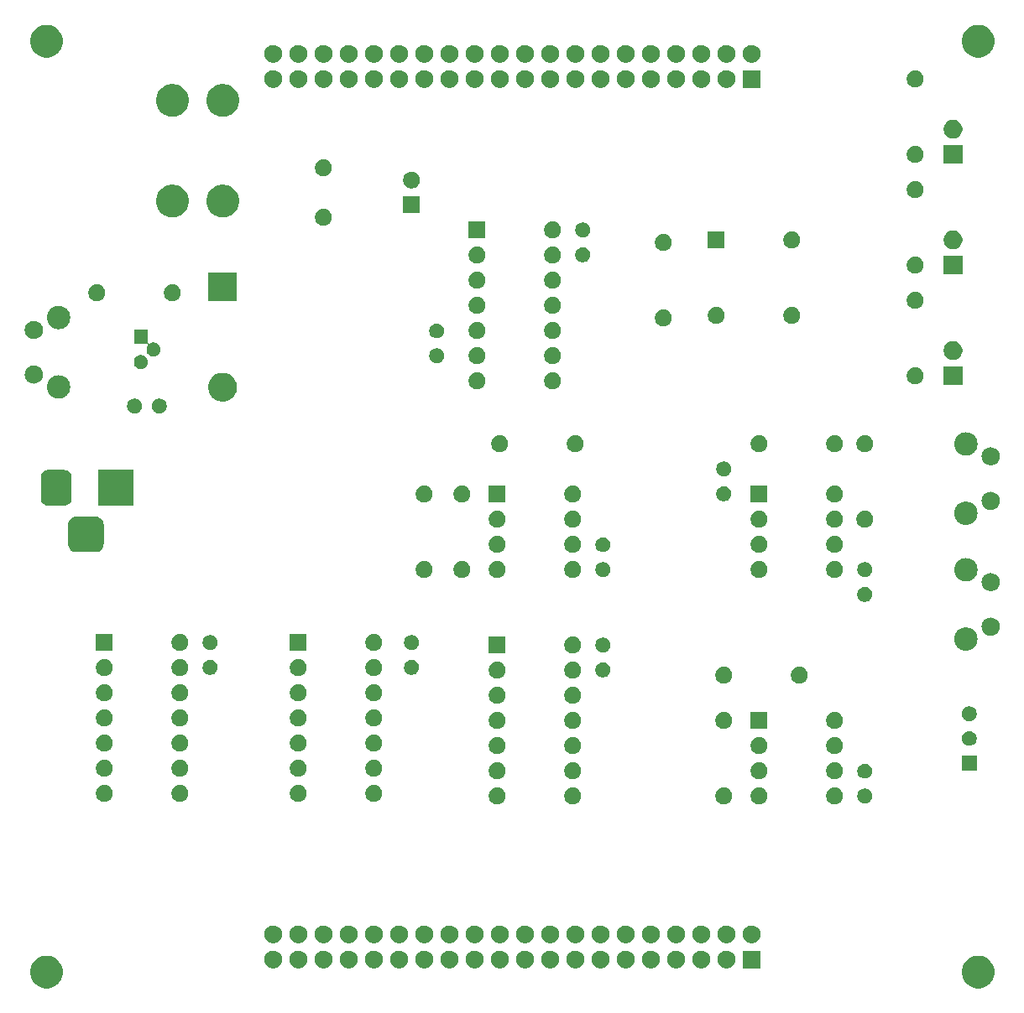
<source format=gbs>
G04 #@! TF.GenerationSoftware,KiCad,Pcbnew,(5.1.5-0-10_14)*
G04 #@! TF.CreationDate,2020-04-21T21:14:11+02:00*
G04 #@! TF.ProjectId,Power-Clock,506f7765-722d-4436-9c6f-636b2e6b6963,rev?*
G04 #@! TF.SameCoordinates,Original*
G04 #@! TF.FileFunction,Soldermask,Bot*
G04 #@! TF.FilePolarity,Negative*
%FSLAX46Y46*%
G04 Gerber Fmt 4.6, Leading zero omitted, Abs format (unit mm)*
G04 Created by KiCad (PCBNEW (5.1.5-0-10_14)) date 2020-04-21 21:14:11*
%MOMM*%
%LPD*%
G04 APERTURE LIST*
%ADD10C,0.100000*%
G04 APERTURE END LIST*
D10*
X34123000Y-66655000D02*
G75*
G03X34123000Y-66655000I-1143000J0D01*
G01*
X31369000Y-60905000D02*
G75*
G03X31369000Y-60905000I-889000J0D01*
G01*
X31369000Y-65405000D02*
G75*
G03X31369000Y-65405000I-889000J0D01*
G01*
X34123000Y-59655000D02*
G75*
G03X34123000Y-59655000I-1143000J0D01*
G01*
X125643000Y-72410000D02*
G75*
G03X125643000Y-72410000I-1143000J0D01*
G01*
X127889000Y-78160000D02*
G75*
G03X127889000Y-78160000I-889000J0D01*
G01*
X127889000Y-73660000D02*
G75*
G03X127889000Y-73660000I-889000J0D01*
G01*
X125643000Y-79410000D02*
G75*
G03X125643000Y-79410000I-1143000J0D01*
G01*
X125643000Y-85110000D02*
G75*
G03X125643000Y-85110000I-1143000J0D01*
G01*
X127889000Y-90860000D02*
G75*
G03X127889000Y-90860000I-889000J0D01*
G01*
X127889000Y-86360000D02*
G75*
G03X127889000Y-86360000I-889000J0D01*
G01*
X125643000Y-92110000D02*
G75*
G03X125643000Y-92110000I-1143000J0D01*
G01*
G36*
X126105256Y-124121298D02*
G01*
X126211579Y-124142447D01*
X126512042Y-124266903D01*
X126782451Y-124447585D01*
X127012415Y-124677549D01*
X127193097Y-124947958D01*
X127317553Y-125248421D01*
X127381000Y-125567391D01*
X127381000Y-125892609D01*
X127317553Y-126211579D01*
X127193097Y-126512042D01*
X127012415Y-126782451D01*
X126782451Y-127012415D01*
X126512042Y-127193097D01*
X126211579Y-127317553D01*
X126105256Y-127338702D01*
X125892611Y-127381000D01*
X125567389Y-127381000D01*
X125354744Y-127338702D01*
X125248421Y-127317553D01*
X124947958Y-127193097D01*
X124677549Y-127012415D01*
X124447585Y-126782451D01*
X124266903Y-126512042D01*
X124142447Y-126211579D01*
X124079000Y-125892609D01*
X124079000Y-125567391D01*
X124142447Y-125248421D01*
X124266903Y-124947958D01*
X124447585Y-124677549D01*
X124677549Y-124447585D01*
X124947958Y-124266903D01*
X125248421Y-124142447D01*
X125354744Y-124121298D01*
X125567389Y-124079000D01*
X125892611Y-124079000D01*
X126105256Y-124121298D01*
G37*
G36*
X32125256Y-124121298D02*
G01*
X32231579Y-124142447D01*
X32532042Y-124266903D01*
X32802451Y-124447585D01*
X33032415Y-124677549D01*
X33213097Y-124947958D01*
X33337553Y-125248421D01*
X33401000Y-125567391D01*
X33401000Y-125892609D01*
X33337553Y-126211579D01*
X33213097Y-126512042D01*
X33032415Y-126782451D01*
X32802451Y-127012415D01*
X32532042Y-127193097D01*
X32231579Y-127317553D01*
X32125256Y-127338702D01*
X31912611Y-127381000D01*
X31587389Y-127381000D01*
X31374744Y-127338702D01*
X31268421Y-127317553D01*
X30967958Y-127193097D01*
X30697549Y-127012415D01*
X30467585Y-126782451D01*
X30286903Y-126512042D01*
X30162447Y-126211579D01*
X30099000Y-125892609D01*
X30099000Y-125567391D01*
X30162447Y-125248421D01*
X30286903Y-124947958D01*
X30467585Y-124677549D01*
X30697549Y-124447585D01*
X30967958Y-124266903D01*
X31268421Y-124142447D01*
X31374744Y-124121298D01*
X31587389Y-124079000D01*
X31912611Y-124079000D01*
X32125256Y-124121298D01*
G37*
G36*
X97903512Y-123563927D02*
G01*
X98052812Y-123593624D01*
X98216784Y-123661544D01*
X98364354Y-123760147D01*
X98489853Y-123885646D01*
X98588456Y-124033216D01*
X98656376Y-124197188D01*
X98691000Y-124371259D01*
X98691000Y-124548741D01*
X98656376Y-124722812D01*
X98588456Y-124886784D01*
X98489853Y-125034354D01*
X98364354Y-125159853D01*
X98216784Y-125258456D01*
X98052812Y-125326376D01*
X97903512Y-125356073D01*
X97878742Y-125361000D01*
X97701258Y-125361000D01*
X97676488Y-125356073D01*
X97527188Y-125326376D01*
X97363216Y-125258456D01*
X97215646Y-125159853D01*
X97090147Y-125034354D01*
X96991544Y-124886784D01*
X96923624Y-124722812D01*
X96889000Y-124548741D01*
X96889000Y-124371259D01*
X96923624Y-124197188D01*
X96991544Y-124033216D01*
X97090147Y-123885646D01*
X97215646Y-123760147D01*
X97363216Y-123661544D01*
X97527188Y-123593624D01*
X97676488Y-123563927D01*
X97701258Y-123559000D01*
X97878742Y-123559000D01*
X97903512Y-123563927D01*
G37*
G36*
X95363512Y-123563927D02*
G01*
X95512812Y-123593624D01*
X95676784Y-123661544D01*
X95824354Y-123760147D01*
X95949853Y-123885646D01*
X96048456Y-124033216D01*
X96116376Y-124197188D01*
X96151000Y-124371259D01*
X96151000Y-124548741D01*
X96116376Y-124722812D01*
X96048456Y-124886784D01*
X95949853Y-125034354D01*
X95824354Y-125159853D01*
X95676784Y-125258456D01*
X95512812Y-125326376D01*
X95363512Y-125356073D01*
X95338742Y-125361000D01*
X95161258Y-125361000D01*
X95136488Y-125356073D01*
X94987188Y-125326376D01*
X94823216Y-125258456D01*
X94675646Y-125159853D01*
X94550147Y-125034354D01*
X94451544Y-124886784D01*
X94383624Y-124722812D01*
X94349000Y-124548741D01*
X94349000Y-124371259D01*
X94383624Y-124197188D01*
X94451544Y-124033216D01*
X94550147Y-123885646D01*
X94675646Y-123760147D01*
X94823216Y-123661544D01*
X94987188Y-123593624D01*
X95136488Y-123563927D01*
X95161258Y-123559000D01*
X95338742Y-123559000D01*
X95363512Y-123563927D01*
G37*
G36*
X92823512Y-123563927D02*
G01*
X92972812Y-123593624D01*
X93136784Y-123661544D01*
X93284354Y-123760147D01*
X93409853Y-123885646D01*
X93508456Y-124033216D01*
X93576376Y-124197188D01*
X93611000Y-124371259D01*
X93611000Y-124548741D01*
X93576376Y-124722812D01*
X93508456Y-124886784D01*
X93409853Y-125034354D01*
X93284354Y-125159853D01*
X93136784Y-125258456D01*
X92972812Y-125326376D01*
X92823512Y-125356073D01*
X92798742Y-125361000D01*
X92621258Y-125361000D01*
X92596488Y-125356073D01*
X92447188Y-125326376D01*
X92283216Y-125258456D01*
X92135646Y-125159853D01*
X92010147Y-125034354D01*
X91911544Y-124886784D01*
X91843624Y-124722812D01*
X91809000Y-124548741D01*
X91809000Y-124371259D01*
X91843624Y-124197188D01*
X91911544Y-124033216D01*
X92010147Y-123885646D01*
X92135646Y-123760147D01*
X92283216Y-123661544D01*
X92447188Y-123593624D01*
X92596488Y-123563927D01*
X92621258Y-123559000D01*
X92798742Y-123559000D01*
X92823512Y-123563927D01*
G37*
G36*
X90283512Y-123563927D02*
G01*
X90432812Y-123593624D01*
X90596784Y-123661544D01*
X90744354Y-123760147D01*
X90869853Y-123885646D01*
X90968456Y-124033216D01*
X91036376Y-124197188D01*
X91071000Y-124371259D01*
X91071000Y-124548741D01*
X91036376Y-124722812D01*
X90968456Y-124886784D01*
X90869853Y-125034354D01*
X90744354Y-125159853D01*
X90596784Y-125258456D01*
X90432812Y-125326376D01*
X90283512Y-125356073D01*
X90258742Y-125361000D01*
X90081258Y-125361000D01*
X90056488Y-125356073D01*
X89907188Y-125326376D01*
X89743216Y-125258456D01*
X89595646Y-125159853D01*
X89470147Y-125034354D01*
X89371544Y-124886784D01*
X89303624Y-124722812D01*
X89269000Y-124548741D01*
X89269000Y-124371259D01*
X89303624Y-124197188D01*
X89371544Y-124033216D01*
X89470147Y-123885646D01*
X89595646Y-123760147D01*
X89743216Y-123661544D01*
X89907188Y-123593624D01*
X90056488Y-123563927D01*
X90081258Y-123559000D01*
X90258742Y-123559000D01*
X90283512Y-123563927D01*
G37*
G36*
X87743512Y-123563927D02*
G01*
X87892812Y-123593624D01*
X88056784Y-123661544D01*
X88204354Y-123760147D01*
X88329853Y-123885646D01*
X88428456Y-124033216D01*
X88496376Y-124197188D01*
X88531000Y-124371259D01*
X88531000Y-124548741D01*
X88496376Y-124722812D01*
X88428456Y-124886784D01*
X88329853Y-125034354D01*
X88204354Y-125159853D01*
X88056784Y-125258456D01*
X87892812Y-125326376D01*
X87743512Y-125356073D01*
X87718742Y-125361000D01*
X87541258Y-125361000D01*
X87516488Y-125356073D01*
X87367188Y-125326376D01*
X87203216Y-125258456D01*
X87055646Y-125159853D01*
X86930147Y-125034354D01*
X86831544Y-124886784D01*
X86763624Y-124722812D01*
X86729000Y-124548741D01*
X86729000Y-124371259D01*
X86763624Y-124197188D01*
X86831544Y-124033216D01*
X86930147Y-123885646D01*
X87055646Y-123760147D01*
X87203216Y-123661544D01*
X87367188Y-123593624D01*
X87516488Y-123563927D01*
X87541258Y-123559000D01*
X87718742Y-123559000D01*
X87743512Y-123563927D01*
G37*
G36*
X85203512Y-123563927D02*
G01*
X85352812Y-123593624D01*
X85516784Y-123661544D01*
X85664354Y-123760147D01*
X85789853Y-123885646D01*
X85888456Y-124033216D01*
X85956376Y-124197188D01*
X85991000Y-124371259D01*
X85991000Y-124548741D01*
X85956376Y-124722812D01*
X85888456Y-124886784D01*
X85789853Y-125034354D01*
X85664354Y-125159853D01*
X85516784Y-125258456D01*
X85352812Y-125326376D01*
X85203512Y-125356073D01*
X85178742Y-125361000D01*
X85001258Y-125361000D01*
X84976488Y-125356073D01*
X84827188Y-125326376D01*
X84663216Y-125258456D01*
X84515646Y-125159853D01*
X84390147Y-125034354D01*
X84291544Y-124886784D01*
X84223624Y-124722812D01*
X84189000Y-124548741D01*
X84189000Y-124371259D01*
X84223624Y-124197188D01*
X84291544Y-124033216D01*
X84390147Y-123885646D01*
X84515646Y-123760147D01*
X84663216Y-123661544D01*
X84827188Y-123593624D01*
X84976488Y-123563927D01*
X85001258Y-123559000D01*
X85178742Y-123559000D01*
X85203512Y-123563927D01*
G37*
G36*
X82663512Y-123563927D02*
G01*
X82812812Y-123593624D01*
X82976784Y-123661544D01*
X83124354Y-123760147D01*
X83249853Y-123885646D01*
X83348456Y-124033216D01*
X83416376Y-124197188D01*
X83451000Y-124371259D01*
X83451000Y-124548741D01*
X83416376Y-124722812D01*
X83348456Y-124886784D01*
X83249853Y-125034354D01*
X83124354Y-125159853D01*
X82976784Y-125258456D01*
X82812812Y-125326376D01*
X82663512Y-125356073D01*
X82638742Y-125361000D01*
X82461258Y-125361000D01*
X82436488Y-125356073D01*
X82287188Y-125326376D01*
X82123216Y-125258456D01*
X81975646Y-125159853D01*
X81850147Y-125034354D01*
X81751544Y-124886784D01*
X81683624Y-124722812D01*
X81649000Y-124548741D01*
X81649000Y-124371259D01*
X81683624Y-124197188D01*
X81751544Y-124033216D01*
X81850147Y-123885646D01*
X81975646Y-123760147D01*
X82123216Y-123661544D01*
X82287188Y-123593624D01*
X82436488Y-123563927D01*
X82461258Y-123559000D01*
X82638742Y-123559000D01*
X82663512Y-123563927D01*
G37*
G36*
X80123512Y-123563927D02*
G01*
X80272812Y-123593624D01*
X80436784Y-123661544D01*
X80584354Y-123760147D01*
X80709853Y-123885646D01*
X80808456Y-124033216D01*
X80876376Y-124197188D01*
X80911000Y-124371259D01*
X80911000Y-124548741D01*
X80876376Y-124722812D01*
X80808456Y-124886784D01*
X80709853Y-125034354D01*
X80584354Y-125159853D01*
X80436784Y-125258456D01*
X80272812Y-125326376D01*
X80123512Y-125356073D01*
X80098742Y-125361000D01*
X79921258Y-125361000D01*
X79896488Y-125356073D01*
X79747188Y-125326376D01*
X79583216Y-125258456D01*
X79435646Y-125159853D01*
X79310147Y-125034354D01*
X79211544Y-124886784D01*
X79143624Y-124722812D01*
X79109000Y-124548741D01*
X79109000Y-124371259D01*
X79143624Y-124197188D01*
X79211544Y-124033216D01*
X79310147Y-123885646D01*
X79435646Y-123760147D01*
X79583216Y-123661544D01*
X79747188Y-123593624D01*
X79896488Y-123563927D01*
X79921258Y-123559000D01*
X80098742Y-123559000D01*
X80123512Y-123563927D01*
G37*
G36*
X77583512Y-123563927D02*
G01*
X77732812Y-123593624D01*
X77896784Y-123661544D01*
X78044354Y-123760147D01*
X78169853Y-123885646D01*
X78268456Y-124033216D01*
X78336376Y-124197188D01*
X78371000Y-124371259D01*
X78371000Y-124548741D01*
X78336376Y-124722812D01*
X78268456Y-124886784D01*
X78169853Y-125034354D01*
X78044354Y-125159853D01*
X77896784Y-125258456D01*
X77732812Y-125326376D01*
X77583512Y-125356073D01*
X77558742Y-125361000D01*
X77381258Y-125361000D01*
X77356488Y-125356073D01*
X77207188Y-125326376D01*
X77043216Y-125258456D01*
X76895646Y-125159853D01*
X76770147Y-125034354D01*
X76671544Y-124886784D01*
X76603624Y-124722812D01*
X76569000Y-124548741D01*
X76569000Y-124371259D01*
X76603624Y-124197188D01*
X76671544Y-124033216D01*
X76770147Y-123885646D01*
X76895646Y-123760147D01*
X77043216Y-123661544D01*
X77207188Y-123593624D01*
X77356488Y-123563927D01*
X77381258Y-123559000D01*
X77558742Y-123559000D01*
X77583512Y-123563927D01*
G37*
G36*
X75043512Y-123563927D02*
G01*
X75192812Y-123593624D01*
X75356784Y-123661544D01*
X75504354Y-123760147D01*
X75629853Y-123885646D01*
X75728456Y-124033216D01*
X75796376Y-124197188D01*
X75831000Y-124371259D01*
X75831000Y-124548741D01*
X75796376Y-124722812D01*
X75728456Y-124886784D01*
X75629853Y-125034354D01*
X75504354Y-125159853D01*
X75356784Y-125258456D01*
X75192812Y-125326376D01*
X75043512Y-125356073D01*
X75018742Y-125361000D01*
X74841258Y-125361000D01*
X74816488Y-125356073D01*
X74667188Y-125326376D01*
X74503216Y-125258456D01*
X74355646Y-125159853D01*
X74230147Y-125034354D01*
X74131544Y-124886784D01*
X74063624Y-124722812D01*
X74029000Y-124548741D01*
X74029000Y-124371259D01*
X74063624Y-124197188D01*
X74131544Y-124033216D01*
X74230147Y-123885646D01*
X74355646Y-123760147D01*
X74503216Y-123661544D01*
X74667188Y-123593624D01*
X74816488Y-123563927D01*
X74841258Y-123559000D01*
X75018742Y-123559000D01*
X75043512Y-123563927D01*
G37*
G36*
X72503512Y-123563927D02*
G01*
X72652812Y-123593624D01*
X72816784Y-123661544D01*
X72964354Y-123760147D01*
X73089853Y-123885646D01*
X73188456Y-124033216D01*
X73256376Y-124197188D01*
X73291000Y-124371259D01*
X73291000Y-124548741D01*
X73256376Y-124722812D01*
X73188456Y-124886784D01*
X73089853Y-125034354D01*
X72964354Y-125159853D01*
X72816784Y-125258456D01*
X72652812Y-125326376D01*
X72503512Y-125356073D01*
X72478742Y-125361000D01*
X72301258Y-125361000D01*
X72276488Y-125356073D01*
X72127188Y-125326376D01*
X71963216Y-125258456D01*
X71815646Y-125159853D01*
X71690147Y-125034354D01*
X71591544Y-124886784D01*
X71523624Y-124722812D01*
X71489000Y-124548741D01*
X71489000Y-124371259D01*
X71523624Y-124197188D01*
X71591544Y-124033216D01*
X71690147Y-123885646D01*
X71815646Y-123760147D01*
X71963216Y-123661544D01*
X72127188Y-123593624D01*
X72276488Y-123563927D01*
X72301258Y-123559000D01*
X72478742Y-123559000D01*
X72503512Y-123563927D01*
G37*
G36*
X69963512Y-123563927D02*
G01*
X70112812Y-123593624D01*
X70276784Y-123661544D01*
X70424354Y-123760147D01*
X70549853Y-123885646D01*
X70648456Y-124033216D01*
X70716376Y-124197188D01*
X70751000Y-124371259D01*
X70751000Y-124548741D01*
X70716376Y-124722812D01*
X70648456Y-124886784D01*
X70549853Y-125034354D01*
X70424354Y-125159853D01*
X70276784Y-125258456D01*
X70112812Y-125326376D01*
X69963512Y-125356073D01*
X69938742Y-125361000D01*
X69761258Y-125361000D01*
X69736488Y-125356073D01*
X69587188Y-125326376D01*
X69423216Y-125258456D01*
X69275646Y-125159853D01*
X69150147Y-125034354D01*
X69051544Y-124886784D01*
X68983624Y-124722812D01*
X68949000Y-124548741D01*
X68949000Y-124371259D01*
X68983624Y-124197188D01*
X69051544Y-124033216D01*
X69150147Y-123885646D01*
X69275646Y-123760147D01*
X69423216Y-123661544D01*
X69587188Y-123593624D01*
X69736488Y-123563927D01*
X69761258Y-123559000D01*
X69938742Y-123559000D01*
X69963512Y-123563927D01*
G37*
G36*
X67423512Y-123563927D02*
G01*
X67572812Y-123593624D01*
X67736784Y-123661544D01*
X67884354Y-123760147D01*
X68009853Y-123885646D01*
X68108456Y-124033216D01*
X68176376Y-124197188D01*
X68211000Y-124371259D01*
X68211000Y-124548741D01*
X68176376Y-124722812D01*
X68108456Y-124886784D01*
X68009853Y-125034354D01*
X67884354Y-125159853D01*
X67736784Y-125258456D01*
X67572812Y-125326376D01*
X67423512Y-125356073D01*
X67398742Y-125361000D01*
X67221258Y-125361000D01*
X67196488Y-125356073D01*
X67047188Y-125326376D01*
X66883216Y-125258456D01*
X66735646Y-125159853D01*
X66610147Y-125034354D01*
X66511544Y-124886784D01*
X66443624Y-124722812D01*
X66409000Y-124548741D01*
X66409000Y-124371259D01*
X66443624Y-124197188D01*
X66511544Y-124033216D01*
X66610147Y-123885646D01*
X66735646Y-123760147D01*
X66883216Y-123661544D01*
X67047188Y-123593624D01*
X67196488Y-123563927D01*
X67221258Y-123559000D01*
X67398742Y-123559000D01*
X67423512Y-123563927D01*
G37*
G36*
X64883512Y-123563927D02*
G01*
X65032812Y-123593624D01*
X65196784Y-123661544D01*
X65344354Y-123760147D01*
X65469853Y-123885646D01*
X65568456Y-124033216D01*
X65636376Y-124197188D01*
X65671000Y-124371259D01*
X65671000Y-124548741D01*
X65636376Y-124722812D01*
X65568456Y-124886784D01*
X65469853Y-125034354D01*
X65344354Y-125159853D01*
X65196784Y-125258456D01*
X65032812Y-125326376D01*
X64883512Y-125356073D01*
X64858742Y-125361000D01*
X64681258Y-125361000D01*
X64656488Y-125356073D01*
X64507188Y-125326376D01*
X64343216Y-125258456D01*
X64195646Y-125159853D01*
X64070147Y-125034354D01*
X63971544Y-124886784D01*
X63903624Y-124722812D01*
X63869000Y-124548741D01*
X63869000Y-124371259D01*
X63903624Y-124197188D01*
X63971544Y-124033216D01*
X64070147Y-123885646D01*
X64195646Y-123760147D01*
X64343216Y-123661544D01*
X64507188Y-123593624D01*
X64656488Y-123563927D01*
X64681258Y-123559000D01*
X64858742Y-123559000D01*
X64883512Y-123563927D01*
G37*
G36*
X62343512Y-123563927D02*
G01*
X62492812Y-123593624D01*
X62656784Y-123661544D01*
X62804354Y-123760147D01*
X62929853Y-123885646D01*
X63028456Y-124033216D01*
X63096376Y-124197188D01*
X63131000Y-124371259D01*
X63131000Y-124548741D01*
X63096376Y-124722812D01*
X63028456Y-124886784D01*
X62929853Y-125034354D01*
X62804354Y-125159853D01*
X62656784Y-125258456D01*
X62492812Y-125326376D01*
X62343512Y-125356073D01*
X62318742Y-125361000D01*
X62141258Y-125361000D01*
X62116488Y-125356073D01*
X61967188Y-125326376D01*
X61803216Y-125258456D01*
X61655646Y-125159853D01*
X61530147Y-125034354D01*
X61431544Y-124886784D01*
X61363624Y-124722812D01*
X61329000Y-124548741D01*
X61329000Y-124371259D01*
X61363624Y-124197188D01*
X61431544Y-124033216D01*
X61530147Y-123885646D01*
X61655646Y-123760147D01*
X61803216Y-123661544D01*
X61967188Y-123593624D01*
X62116488Y-123563927D01*
X62141258Y-123559000D01*
X62318742Y-123559000D01*
X62343512Y-123563927D01*
G37*
G36*
X59803512Y-123563927D02*
G01*
X59952812Y-123593624D01*
X60116784Y-123661544D01*
X60264354Y-123760147D01*
X60389853Y-123885646D01*
X60488456Y-124033216D01*
X60556376Y-124197188D01*
X60591000Y-124371259D01*
X60591000Y-124548741D01*
X60556376Y-124722812D01*
X60488456Y-124886784D01*
X60389853Y-125034354D01*
X60264354Y-125159853D01*
X60116784Y-125258456D01*
X59952812Y-125326376D01*
X59803512Y-125356073D01*
X59778742Y-125361000D01*
X59601258Y-125361000D01*
X59576488Y-125356073D01*
X59427188Y-125326376D01*
X59263216Y-125258456D01*
X59115646Y-125159853D01*
X58990147Y-125034354D01*
X58891544Y-124886784D01*
X58823624Y-124722812D01*
X58789000Y-124548741D01*
X58789000Y-124371259D01*
X58823624Y-124197188D01*
X58891544Y-124033216D01*
X58990147Y-123885646D01*
X59115646Y-123760147D01*
X59263216Y-123661544D01*
X59427188Y-123593624D01*
X59576488Y-123563927D01*
X59601258Y-123559000D01*
X59778742Y-123559000D01*
X59803512Y-123563927D01*
G37*
G36*
X57263512Y-123563927D02*
G01*
X57412812Y-123593624D01*
X57576784Y-123661544D01*
X57724354Y-123760147D01*
X57849853Y-123885646D01*
X57948456Y-124033216D01*
X58016376Y-124197188D01*
X58051000Y-124371259D01*
X58051000Y-124548741D01*
X58016376Y-124722812D01*
X57948456Y-124886784D01*
X57849853Y-125034354D01*
X57724354Y-125159853D01*
X57576784Y-125258456D01*
X57412812Y-125326376D01*
X57263512Y-125356073D01*
X57238742Y-125361000D01*
X57061258Y-125361000D01*
X57036488Y-125356073D01*
X56887188Y-125326376D01*
X56723216Y-125258456D01*
X56575646Y-125159853D01*
X56450147Y-125034354D01*
X56351544Y-124886784D01*
X56283624Y-124722812D01*
X56249000Y-124548741D01*
X56249000Y-124371259D01*
X56283624Y-124197188D01*
X56351544Y-124033216D01*
X56450147Y-123885646D01*
X56575646Y-123760147D01*
X56723216Y-123661544D01*
X56887188Y-123593624D01*
X57036488Y-123563927D01*
X57061258Y-123559000D01*
X57238742Y-123559000D01*
X57263512Y-123563927D01*
G37*
G36*
X54723512Y-123563927D02*
G01*
X54872812Y-123593624D01*
X55036784Y-123661544D01*
X55184354Y-123760147D01*
X55309853Y-123885646D01*
X55408456Y-124033216D01*
X55476376Y-124197188D01*
X55511000Y-124371259D01*
X55511000Y-124548741D01*
X55476376Y-124722812D01*
X55408456Y-124886784D01*
X55309853Y-125034354D01*
X55184354Y-125159853D01*
X55036784Y-125258456D01*
X54872812Y-125326376D01*
X54723512Y-125356073D01*
X54698742Y-125361000D01*
X54521258Y-125361000D01*
X54496488Y-125356073D01*
X54347188Y-125326376D01*
X54183216Y-125258456D01*
X54035646Y-125159853D01*
X53910147Y-125034354D01*
X53811544Y-124886784D01*
X53743624Y-124722812D01*
X53709000Y-124548741D01*
X53709000Y-124371259D01*
X53743624Y-124197188D01*
X53811544Y-124033216D01*
X53910147Y-123885646D01*
X54035646Y-123760147D01*
X54183216Y-123661544D01*
X54347188Y-123593624D01*
X54496488Y-123563927D01*
X54521258Y-123559000D01*
X54698742Y-123559000D01*
X54723512Y-123563927D01*
G37*
G36*
X103771000Y-125361000D02*
G01*
X101969000Y-125361000D01*
X101969000Y-123559000D01*
X103771000Y-123559000D01*
X103771000Y-125361000D01*
G37*
G36*
X100443512Y-123563927D02*
G01*
X100592812Y-123593624D01*
X100756784Y-123661544D01*
X100904354Y-123760147D01*
X101029853Y-123885646D01*
X101128456Y-124033216D01*
X101196376Y-124197188D01*
X101231000Y-124371259D01*
X101231000Y-124548741D01*
X101196376Y-124722812D01*
X101128456Y-124886784D01*
X101029853Y-125034354D01*
X100904354Y-125159853D01*
X100756784Y-125258456D01*
X100592812Y-125326376D01*
X100443512Y-125356073D01*
X100418742Y-125361000D01*
X100241258Y-125361000D01*
X100216488Y-125356073D01*
X100067188Y-125326376D01*
X99903216Y-125258456D01*
X99755646Y-125159853D01*
X99630147Y-125034354D01*
X99531544Y-124886784D01*
X99463624Y-124722812D01*
X99429000Y-124548741D01*
X99429000Y-124371259D01*
X99463624Y-124197188D01*
X99531544Y-124033216D01*
X99630147Y-123885646D01*
X99755646Y-123760147D01*
X99903216Y-123661544D01*
X100067188Y-123593624D01*
X100216488Y-123563927D01*
X100241258Y-123559000D01*
X100418742Y-123559000D01*
X100443512Y-123563927D01*
G37*
G36*
X102983512Y-121023927D02*
G01*
X103132812Y-121053624D01*
X103296784Y-121121544D01*
X103444354Y-121220147D01*
X103569853Y-121345646D01*
X103668456Y-121493216D01*
X103736376Y-121657188D01*
X103771000Y-121831259D01*
X103771000Y-122008741D01*
X103736376Y-122182812D01*
X103668456Y-122346784D01*
X103569853Y-122494354D01*
X103444354Y-122619853D01*
X103296784Y-122718456D01*
X103132812Y-122786376D01*
X102983512Y-122816073D01*
X102958742Y-122821000D01*
X102781258Y-122821000D01*
X102756488Y-122816073D01*
X102607188Y-122786376D01*
X102443216Y-122718456D01*
X102295646Y-122619853D01*
X102170147Y-122494354D01*
X102071544Y-122346784D01*
X102003624Y-122182812D01*
X101969000Y-122008741D01*
X101969000Y-121831259D01*
X102003624Y-121657188D01*
X102071544Y-121493216D01*
X102170147Y-121345646D01*
X102295646Y-121220147D01*
X102443216Y-121121544D01*
X102607188Y-121053624D01*
X102756488Y-121023927D01*
X102781258Y-121019000D01*
X102958742Y-121019000D01*
X102983512Y-121023927D01*
G37*
G36*
X77583512Y-121023927D02*
G01*
X77732812Y-121053624D01*
X77896784Y-121121544D01*
X78044354Y-121220147D01*
X78169853Y-121345646D01*
X78268456Y-121493216D01*
X78336376Y-121657188D01*
X78371000Y-121831259D01*
X78371000Y-122008741D01*
X78336376Y-122182812D01*
X78268456Y-122346784D01*
X78169853Y-122494354D01*
X78044354Y-122619853D01*
X77896784Y-122718456D01*
X77732812Y-122786376D01*
X77583512Y-122816073D01*
X77558742Y-122821000D01*
X77381258Y-122821000D01*
X77356488Y-122816073D01*
X77207188Y-122786376D01*
X77043216Y-122718456D01*
X76895646Y-122619853D01*
X76770147Y-122494354D01*
X76671544Y-122346784D01*
X76603624Y-122182812D01*
X76569000Y-122008741D01*
X76569000Y-121831259D01*
X76603624Y-121657188D01*
X76671544Y-121493216D01*
X76770147Y-121345646D01*
X76895646Y-121220147D01*
X77043216Y-121121544D01*
X77207188Y-121053624D01*
X77356488Y-121023927D01*
X77381258Y-121019000D01*
X77558742Y-121019000D01*
X77583512Y-121023927D01*
G37*
G36*
X100443512Y-121023927D02*
G01*
X100592812Y-121053624D01*
X100756784Y-121121544D01*
X100904354Y-121220147D01*
X101029853Y-121345646D01*
X101128456Y-121493216D01*
X101196376Y-121657188D01*
X101231000Y-121831259D01*
X101231000Y-122008741D01*
X101196376Y-122182812D01*
X101128456Y-122346784D01*
X101029853Y-122494354D01*
X100904354Y-122619853D01*
X100756784Y-122718456D01*
X100592812Y-122786376D01*
X100443512Y-122816073D01*
X100418742Y-122821000D01*
X100241258Y-122821000D01*
X100216488Y-122816073D01*
X100067188Y-122786376D01*
X99903216Y-122718456D01*
X99755646Y-122619853D01*
X99630147Y-122494354D01*
X99531544Y-122346784D01*
X99463624Y-122182812D01*
X99429000Y-122008741D01*
X99429000Y-121831259D01*
X99463624Y-121657188D01*
X99531544Y-121493216D01*
X99630147Y-121345646D01*
X99755646Y-121220147D01*
X99903216Y-121121544D01*
X100067188Y-121053624D01*
X100216488Y-121023927D01*
X100241258Y-121019000D01*
X100418742Y-121019000D01*
X100443512Y-121023927D01*
G37*
G36*
X54723512Y-121023927D02*
G01*
X54872812Y-121053624D01*
X55036784Y-121121544D01*
X55184354Y-121220147D01*
X55309853Y-121345646D01*
X55408456Y-121493216D01*
X55476376Y-121657188D01*
X55511000Y-121831259D01*
X55511000Y-122008741D01*
X55476376Y-122182812D01*
X55408456Y-122346784D01*
X55309853Y-122494354D01*
X55184354Y-122619853D01*
X55036784Y-122718456D01*
X54872812Y-122786376D01*
X54723512Y-122816073D01*
X54698742Y-122821000D01*
X54521258Y-122821000D01*
X54496488Y-122816073D01*
X54347188Y-122786376D01*
X54183216Y-122718456D01*
X54035646Y-122619853D01*
X53910147Y-122494354D01*
X53811544Y-122346784D01*
X53743624Y-122182812D01*
X53709000Y-122008741D01*
X53709000Y-121831259D01*
X53743624Y-121657188D01*
X53811544Y-121493216D01*
X53910147Y-121345646D01*
X54035646Y-121220147D01*
X54183216Y-121121544D01*
X54347188Y-121053624D01*
X54496488Y-121023927D01*
X54521258Y-121019000D01*
X54698742Y-121019000D01*
X54723512Y-121023927D01*
G37*
G36*
X97903512Y-121023927D02*
G01*
X98052812Y-121053624D01*
X98216784Y-121121544D01*
X98364354Y-121220147D01*
X98489853Y-121345646D01*
X98588456Y-121493216D01*
X98656376Y-121657188D01*
X98691000Y-121831259D01*
X98691000Y-122008741D01*
X98656376Y-122182812D01*
X98588456Y-122346784D01*
X98489853Y-122494354D01*
X98364354Y-122619853D01*
X98216784Y-122718456D01*
X98052812Y-122786376D01*
X97903512Y-122816073D01*
X97878742Y-122821000D01*
X97701258Y-122821000D01*
X97676488Y-122816073D01*
X97527188Y-122786376D01*
X97363216Y-122718456D01*
X97215646Y-122619853D01*
X97090147Y-122494354D01*
X96991544Y-122346784D01*
X96923624Y-122182812D01*
X96889000Y-122008741D01*
X96889000Y-121831259D01*
X96923624Y-121657188D01*
X96991544Y-121493216D01*
X97090147Y-121345646D01*
X97215646Y-121220147D01*
X97363216Y-121121544D01*
X97527188Y-121053624D01*
X97676488Y-121023927D01*
X97701258Y-121019000D01*
X97878742Y-121019000D01*
X97903512Y-121023927D01*
G37*
G36*
X57263512Y-121023927D02*
G01*
X57412812Y-121053624D01*
X57576784Y-121121544D01*
X57724354Y-121220147D01*
X57849853Y-121345646D01*
X57948456Y-121493216D01*
X58016376Y-121657188D01*
X58051000Y-121831259D01*
X58051000Y-122008741D01*
X58016376Y-122182812D01*
X57948456Y-122346784D01*
X57849853Y-122494354D01*
X57724354Y-122619853D01*
X57576784Y-122718456D01*
X57412812Y-122786376D01*
X57263512Y-122816073D01*
X57238742Y-122821000D01*
X57061258Y-122821000D01*
X57036488Y-122816073D01*
X56887188Y-122786376D01*
X56723216Y-122718456D01*
X56575646Y-122619853D01*
X56450147Y-122494354D01*
X56351544Y-122346784D01*
X56283624Y-122182812D01*
X56249000Y-122008741D01*
X56249000Y-121831259D01*
X56283624Y-121657188D01*
X56351544Y-121493216D01*
X56450147Y-121345646D01*
X56575646Y-121220147D01*
X56723216Y-121121544D01*
X56887188Y-121053624D01*
X57036488Y-121023927D01*
X57061258Y-121019000D01*
X57238742Y-121019000D01*
X57263512Y-121023927D01*
G37*
G36*
X95363512Y-121023927D02*
G01*
X95512812Y-121053624D01*
X95676784Y-121121544D01*
X95824354Y-121220147D01*
X95949853Y-121345646D01*
X96048456Y-121493216D01*
X96116376Y-121657188D01*
X96151000Y-121831259D01*
X96151000Y-122008741D01*
X96116376Y-122182812D01*
X96048456Y-122346784D01*
X95949853Y-122494354D01*
X95824354Y-122619853D01*
X95676784Y-122718456D01*
X95512812Y-122786376D01*
X95363512Y-122816073D01*
X95338742Y-122821000D01*
X95161258Y-122821000D01*
X95136488Y-122816073D01*
X94987188Y-122786376D01*
X94823216Y-122718456D01*
X94675646Y-122619853D01*
X94550147Y-122494354D01*
X94451544Y-122346784D01*
X94383624Y-122182812D01*
X94349000Y-122008741D01*
X94349000Y-121831259D01*
X94383624Y-121657188D01*
X94451544Y-121493216D01*
X94550147Y-121345646D01*
X94675646Y-121220147D01*
X94823216Y-121121544D01*
X94987188Y-121053624D01*
X95136488Y-121023927D01*
X95161258Y-121019000D01*
X95338742Y-121019000D01*
X95363512Y-121023927D01*
G37*
G36*
X59803512Y-121023927D02*
G01*
X59952812Y-121053624D01*
X60116784Y-121121544D01*
X60264354Y-121220147D01*
X60389853Y-121345646D01*
X60488456Y-121493216D01*
X60556376Y-121657188D01*
X60591000Y-121831259D01*
X60591000Y-122008741D01*
X60556376Y-122182812D01*
X60488456Y-122346784D01*
X60389853Y-122494354D01*
X60264354Y-122619853D01*
X60116784Y-122718456D01*
X59952812Y-122786376D01*
X59803512Y-122816073D01*
X59778742Y-122821000D01*
X59601258Y-122821000D01*
X59576488Y-122816073D01*
X59427188Y-122786376D01*
X59263216Y-122718456D01*
X59115646Y-122619853D01*
X58990147Y-122494354D01*
X58891544Y-122346784D01*
X58823624Y-122182812D01*
X58789000Y-122008741D01*
X58789000Y-121831259D01*
X58823624Y-121657188D01*
X58891544Y-121493216D01*
X58990147Y-121345646D01*
X59115646Y-121220147D01*
X59263216Y-121121544D01*
X59427188Y-121053624D01*
X59576488Y-121023927D01*
X59601258Y-121019000D01*
X59778742Y-121019000D01*
X59803512Y-121023927D01*
G37*
G36*
X92823512Y-121023927D02*
G01*
X92972812Y-121053624D01*
X93136784Y-121121544D01*
X93284354Y-121220147D01*
X93409853Y-121345646D01*
X93508456Y-121493216D01*
X93576376Y-121657188D01*
X93611000Y-121831259D01*
X93611000Y-122008741D01*
X93576376Y-122182812D01*
X93508456Y-122346784D01*
X93409853Y-122494354D01*
X93284354Y-122619853D01*
X93136784Y-122718456D01*
X92972812Y-122786376D01*
X92823512Y-122816073D01*
X92798742Y-122821000D01*
X92621258Y-122821000D01*
X92596488Y-122816073D01*
X92447188Y-122786376D01*
X92283216Y-122718456D01*
X92135646Y-122619853D01*
X92010147Y-122494354D01*
X91911544Y-122346784D01*
X91843624Y-122182812D01*
X91809000Y-122008741D01*
X91809000Y-121831259D01*
X91843624Y-121657188D01*
X91911544Y-121493216D01*
X92010147Y-121345646D01*
X92135646Y-121220147D01*
X92283216Y-121121544D01*
X92447188Y-121053624D01*
X92596488Y-121023927D01*
X92621258Y-121019000D01*
X92798742Y-121019000D01*
X92823512Y-121023927D01*
G37*
G36*
X62343512Y-121023927D02*
G01*
X62492812Y-121053624D01*
X62656784Y-121121544D01*
X62804354Y-121220147D01*
X62929853Y-121345646D01*
X63028456Y-121493216D01*
X63096376Y-121657188D01*
X63131000Y-121831259D01*
X63131000Y-122008741D01*
X63096376Y-122182812D01*
X63028456Y-122346784D01*
X62929853Y-122494354D01*
X62804354Y-122619853D01*
X62656784Y-122718456D01*
X62492812Y-122786376D01*
X62343512Y-122816073D01*
X62318742Y-122821000D01*
X62141258Y-122821000D01*
X62116488Y-122816073D01*
X61967188Y-122786376D01*
X61803216Y-122718456D01*
X61655646Y-122619853D01*
X61530147Y-122494354D01*
X61431544Y-122346784D01*
X61363624Y-122182812D01*
X61329000Y-122008741D01*
X61329000Y-121831259D01*
X61363624Y-121657188D01*
X61431544Y-121493216D01*
X61530147Y-121345646D01*
X61655646Y-121220147D01*
X61803216Y-121121544D01*
X61967188Y-121053624D01*
X62116488Y-121023927D01*
X62141258Y-121019000D01*
X62318742Y-121019000D01*
X62343512Y-121023927D01*
G37*
G36*
X90283512Y-121023927D02*
G01*
X90432812Y-121053624D01*
X90596784Y-121121544D01*
X90744354Y-121220147D01*
X90869853Y-121345646D01*
X90968456Y-121493216D01*
X91036376Y-121657188D01*
X91071000Y-121831259D01*
X91071000Y-122008741D01*
X91036376Y-122182812D01*
X90968456Y-122346784D01*
X90869853Y-122494354D01*
X90744354Y-122619853D01*
X90596784Y-122718456D01*
X90432812Y-122786376D01*
X90283512Y-122816073D01*
X90258742Y-122821000D01*
X90081258Y-122821000D01*
X90056488Y-122816073D01*
X89907188Y-122786376D01*
X89743216Y-122718456D01*
X89595646Y-122619853D01*
X89470147Y-122494354D01*
X89371544Y-122346784D01*
X89303624Y-122182812D01*
X89269000Y-122008741D01*
X89269000Y-121831259D01*
X89303624Y-121657188D01*
X89371544Y-121493216D01*
X89470147Y-121345646D01*
X89595646Y-121220147D01*
X89743216Y-121121544D01*
X89907188Y-121053624D01*
X90056488Y-121023927D01*
X90081258Y-121019000D01*
X90258742Y-121019000D01*
X90283512Y-121023927D01*
G37*
G36*
X64883512Y-121023927D02*
G01*
X65032812Y-121053624D01*
X65196784Y-121121544D01*
X65344354Y-121220147D01*
X65469853Y-121345646D01*
X65568456Y-121493216D01*
X65636376Y-121657188D01*
X65671000Y-121831259D01*
X65671000Y-122008741D01*
X65636376Y-122182812D01*
X65568456Y-122346784D01*
X65469853Y-122494354D01*
X65344354Y-122619853D01*
X65196784Y-122718456D01*
X65032812Y-122786376D01*
X64883512Y-122816073D01*
X64858742Y-122821000D01*
X64681258Y-122821000D01*
X64656488Y-122816073D01*
X64507188Y-122786376D01*
X64343216Y-122718456D01*
X64195646Y-122619853D01*
X64070147Y-122494354D01*
X63971544Y-122346784D01*
X63903624Y-122182812D01*
X63869000Y-122008741D01*
X63869000Y-121831259D01*
X63903624Y-121657188D01*
X63971544Y-121493216D01*
X64070147Y-121345646D01*
X64195646Y-121220147D01*
X64343216Y-121121544D01*
X64507188Y-121053624D01*
X64656488Y-121023927D01*
X64681258Y-121019000D01*
X64858742Y-121019000D01*
X64883512Y-121023927D01*
G37*
G36*
X87743512Y-121023927D02*
G01*
X87892812Y-121053624D01*
X88056784Y-121121544D01*
X88204354Y-121220147D01*
X88329853Y-121345646D01*
X88428456Y-121493216D01*
X88496376Y-121657188D01*
X88531000Y-121831259D01*
X88531000Y-122008741D01*
X88496376Y-122182812D01*
X88428456Y-122346784D01*
X88329853Y-122494354D01*
X88204354Y-122619853D01*
X88056784Y-122718456D01*
X87892812Y-122786376D01*
X87743512Y-122816073D01*
X87718742Y-122821000D01*
X87541258Y-122821000D01*
X87516488Y-122816073D01*
X87367188Y-122786376D01*
X87203216Y-122718456D01*
X87055646Y-122619853D01*
X86930147Y-122494354D01*
X86831544Y-122346784D01*
X86763624Y-122182812D01*
X86729000Y-122008741D01*
X86729000Y-121831259D01*
X86763624Y-121657188D01*
X86831544Y-121493216D01*
X86930147Y-121345646D01*
X87055646Y-121220147D01*
X87203216Y-121121544D01*
X87367188Y-121053624D01*
X87516488Y-121023927D01*
X87541258Y-121019000D01*
X87718742Y-121019000D01*
X87743512Y-121023927D01*
G37*
G36*
X67423512Y-121023927D02*
G01*
X67572812Y-121053624D01*
X67736784Y-121121544D01*
X67884354Y-121220147D01*
X68009853Y-121345646D01*
X68108456Y-121493216D01*
X68176376Y-121657188D01*
X68211000Y-121831259D01*
X68211000Y-122008741D01*
X68176376Y-122182812D01*
X68108456Y-122346784D01*
X68009853Y-122494354D01*
X67884354Y-122619853D01*
X67736784Y-122718456D01*
X67572812Y-122786376D01*
X67423512Y-122816073D01*
X67398742Y-122821000D01*
X67221258Y-122821000D01*
X67196488Y-122816073D01*
X67047188Y-122786376D01*
X66883216Y-122718456D01*
X66735646Y-122619853D01*
X66610147Y-122494354D01*
X66511544Y-122346784D01*
X66443624Y-122182812D01*
X66409000Y-122008741D01*
X66409000Y-121831259D01*
X66443624Y-121657188D01*
X66511544Y-121493216D01*
X66610147Y-121345646D01*
X66735646Y-121220147D01*
X66883216Y-121121544D01*
X67047188Y-121053624D01*
X67196488Y-121023927D01*
X67221258Y-121019000D01*
X67398742Y-121019000D01*
X67423512Y-121023927D01*
G37*
G36*
X85203512Y-121023927D02*
G01*
X85352812Y-121053624D01*
X85516784Y-121121544D01*
X85664354Y-121220147D01*
X85789853Y-121345646D01*
X85888456Y-121493216D01*
X85956376Y-121657188D01*
X85991000Y-121831259D01*
X85991000Y-122008741D01*
X85956376Y-122182812D01*
X85888456Y-122346784D01*
X85789853Y-122494354D01*
X85664354Y-122619853D01*
X85516784Y-122718456D01*
X85352812Y-122786376D01*
X85203512Y-122816073D01*
X85178742Y-122821000D01*
X85001258Y-122821000D01*
X84976488Y-122816073D01*
X84827188Y-122786376D01*
X84663216Y-122718456D01*
X84515646Y-122619853D01*
X84390147Y-122494354D01*
X84291544Y-122346784D01*
X84223624Y-122182812D01*
X84189000Y-122008741D01*
X84189000Y-121831259D01*
X84223624Y-121657188D01*
X84291544Y-121493216D01*
X84390147Y-121345646D01*
X84515646Y-121220147D01*
X84663216Y-121121544D01*
X84827188Y-121053624D01*
X84976488Y-121023927D01*
X85001258Y-121019000D01*
X85178742Y-121019000D01*
X85203512Y-121023927D01*
G37*
G36*
X69963512Y-121023927D02*
G01*
X70112812Y-121053624D01*
X70276784Y-121121544D01*
X70424354Y-121220147D01*
X70549853Y-121345646D01*
X70648456Y-121493216D01*
X70716376Y-121657188D01*
X70751000Y-121831259D01*
X70751000Y-122008741D01*
X70716376Y-122182812D01*
X70648456Y-122346784D01*
X70549853Y-122494354D01*
X70424354Y-122619853D01*
X70276784Y-122718456D01*
X70112812Y-122786376D01*
X69963512Y-122816073D01*
X69938742Y-122821000D01*
X69761258Y-122821000D01*
X69736488Y-122816073D01*
X69587188Y-122786376D01*
X69423216Y-122718456D01*
X69275646Y-122619853D01*
X69150147Y-122494354D01*
X69051544Y-122346784D01*
X68983624Y-122182812D01*
X68949000Y-122008741D01*
X68949000Y-121831259D01*
X68983624Y-121657188D01*
X69051544Y-121493216D01*
X69150147Y-121345646D01*
X69275646Y-121220147D01*
X69423216Y-121121544D01*
X69587188Y-121053624D01*
X69736488Y-121023927D01*
X69761258Y-121019000D01*
X69938742Y-121019000D01*
X69963512Y-121023927D01*
G37*
G36*
X82663512Y-121023927D02*
G01*
X82812812Y-121053624D01*
X82976784Y-121121544D01*
X83124354Y-121220147D01*
X83249853Y-121345646D01*
X83348456Y-121493216D01*
X83416376Y-121657188D01*
X83451000Y-121831259D01*
X83451000Y-122008741D01*
X83416376Y-122182812D01*
X83348456Y-122346784D01*
X83249853Y-122494354D01*
X83124354Y-122619853D01*
X82976784Y-122718456D01*
X82812812Y-122786376D01*
X82663512Y-122816073D01*
X82638742Y-122821000D01*
X82461258Y-122821000D01*
X82436488Y-122816073D01*
X82287188Y-122786376D01*
X82123216Y-122718456D01*
X81975646Y-122619853D01*
X81850147Y-122494354D01*
X81751544Y-122346784D01*
X81683624Y-122182812D01*
X81649000Y-122008741D01*
X81649000Y-121831259D01*
X81683624Y-121657188D01*
X81751544Y-121493216D01*
X81850147Y-121345646D01*
X81975646Y-121220147D01*
X82123216Y-121121544D01*
X82287188Y-121053624D01*
X82436488Y-121023927D01*
X82461258Y-121019000D01*
X82638742Y-121019000D01*
X82663512Y-121023927D01*
G37*
G36*
X72503512Y-121023927D02*
G01*
X72652812Y-121053624D01*
X72816784Y-121121544D01*
X72964354Y-121220147D01*
X73089853Y-121345646D01*
X73188456Y-121493216D01*
X73256376Y-121657188D01*
X73291000Y-121831259D01*
X73291000Y-122008741D01*
X73256376Y-122182812D01*
X73188456Y-122346784D01*
X73089853Y-122494354D01*
X72964354Y-122619853D01*
X72816784Y-122718456D01*
X72652812Y-122786376D01*
X72503512Y-122816073D01*
X72478742Y-122821000D01*
X72301258Y-122821000D01*
X72276488Y-122816073D01*
X72127188Y-122786376D01*
X71963216Y-122718456D01*
X71815646Y-122619853D01*
X71690147Y-122494354D01*
X71591544Y-122346784D01*
X71523624Y-122182812D01*
X71489000Y-122008741D01*
X71489000Y-121831259D01*
X71523624Y-121657188D01*
X71591544Y-121493216D01*
X71690147Y-121345646D01*
X71815646Y-121220147D01*
X71963216Y-121121544D01*
X72127188Y-121053624D01*
X72276488Y-121023927D01*
X72301258Y-121019000D01*
X72478742Y-121019000D01*
X72503512Y-121023927D01*
G37*
G36*
X80123512Y-121023927D02*
G01*
X80272812Y-121053624D01*
X80436784Y-121121544D01*
X80584354Y-121220147D01*
X80709853Y-121345646D01*
X80808456Y-121493216D01*
X80876376Y-121657188D01*
X80911000Y-121831259D01*
X80911000Y-122008741D01*
X80876376Y-122182812D01*
X80808456Y-122346784D01*
X80709853Y-122494354D01*
X80584354Y-122619853D01*
X80436784Y-122718456D01*
X80272812Y-122786376D01*
X80123512Y-122816073D01*
X80098742Y-122821000D01*
X79921258Y-122821000D01*
X79896488Y-122816073D01*
X79747188Y-122786376D01*
X79583216Y-122718456D01*
X79435646Y-122619853D01*
X79310147Y-122494354D01*
X79211544Y-122346784D01*
X79143624Y-122182812D01*
X79109000Y-122008741D01*
X79109000Y-121831259D01*
X79143624Y-121657188D01*
X79211544Y-121493216D01*
X79310147Y-121345646D01*
X79435646Y-121220147D01*
X79583216Y-121121544D01*
X79747188Y-121053624D01*
X79896488Y-121023927D01*
X79921258Y-121019000D01*
X80098742Y-121019000D01*
X80123512Y-121023927D01*
G37*
G36*
X75043512Y-121023927D02*
G01*
X75192812Y-121053624D01*
X75356784Y-121121544D01*
X75504354Y-121220147D01*
X75629853Y-121345646D01*
X75728456Y-121493216D01*
X75796376Y-121657188D01*
X75831000Y-121831259D01*
X75831000Y-122008741D01*
X75796376Y-122182812D01*
X75728456Y-122346784D01*
X75629853Y-122494354D01*
X75504354Y-122619853D01*
X75356784Y-122718456D01*
X75192812Y-122786376D01*
X75043512Y-122816073D01*
X75018742Y-122821000D01*
X74841258Y-122821000D01*
X74816488Y-122816073D01*
X74667188Y-122786376D01*
X74503216Y-122718456D01*
X74355646Y-122619853D01*
X74230147Y-122494354D01*
X74131544Y-122346784D01*
X74063624Y-122182812D01*
X74029000Y-122008741D01*
X74029000Y-121831259D01*
X74063624Y-121657188D01*
X74131544Y-121493216D01*
X74230147Y-121345646D01*
X74355646Y-121220147D01*
X74503216Y-121121544D01*
X74667188Y-121053624D01*
X74816488Y-121023927D01*
X74841258Y-121019000D01*
X75018742Y-121019000D01*
X75043512Y-121023927D01*
G37*
G36*
X85084228Y-107131703D02*
G01*
X85239100Y-107195853D01*
X85378481Y-107288985D01*
X85497015Y-107407519D01*
X85590147Y-107546900D01*
X85654297Y-107701772D01*
X85687000Y-107866184D01*
X85687000Y-108033816D01*
X85654297Y-108198228D01*
X85590147Y-108353100D01*
X85497015Y-108492481D01*
X85378481Y-108611015D01*
X85239100Y-108704147D01*
X85084228Y-108768297D01*
X84919816Y-108801000D01*
X84752184Y-108801000D01*
X84587772Y-108768297D01*
X84432900Y-108704147D01*
X84293519Y-108611015D01*
X84174985Y-108492481D01*
X84081853Y-108353100D01*
X84017703Y-108198228D01*
X83985000Y-108033816D01*
X83985000Y-107866184D01*
X84017703Y-107701772D01*
X84081853Y-107546900D01*
X84174985Y-107407519D01*
X84293519Y-107288985D01*
X84432900Y-107195853D01*
X84587772Y-107131703D01*
X84752184Y-107099000D01*
X84919816Y-107099000D01*
X85084228Y-107131703D01*
G37*
G36*
X111500228Y-107131703D02*
G01*
X111655100Y-107195853D01*
X111794481Y-107288985D01*
X111913015Y-107407519D01*
X112006147Y-107546900D01*
X112070297Y-107701772D01*
X112103000Y-107866184D01*
X112103000Y-108033816D01*
X112070297Y-108198228D01*
X112006147Y-108353100D01*
X111913015Y-108492481D01*
X111794481Y-108611015D01*
X111655100Y-108704147D01*
X111500228Y-108768297D01*
X111335816Y-108801000D01*
X111168184Y-108801000D01*
X111003772Y-108768297D01*
X110848900Y-108704147D01*
X110709519Y-108611015D01*
X110590985Y-108492481D01*
X110497853Y-108353100D01*
X110433703Y-108198228D01*
X110401000Y-108033816D01*
X110401000Y-107866184D01*
X110433703Y-107701772D01*
X110497853Y-107546900D01*
X110590985Y-107407519D01*
X110709519Y-107288985D01*
X110848900Y-107195853D01*
X111003772Y-107131703D01*
X111168184Y-107099000D01*
X111335816Y-107099000D01*
X111500228Y-107131703D01*
G37*
G36*
X100324228Y-107131703D02*
G01*
X100479100Y-107195853D01*
X100618481Y-107288985D01*
X100737015Y-107407519D01*
X100830147Y-107546900D01*
X100894297Y-107701772D01*
X100927000Y-107866184D01*
X100927000Y-108033816D01*
X100894297Y-108198228D01*
X100830147Y-108353100D01*
X100737015Y-108492481D01*
X100618481Y-108611015D01*
X100479100Y-108704147D01*
X100324228Y-108768297D01*
X100159816Y-108801000D01*
X99992184Y-108801000D01*
X99827772Y-108768297D01*
X99672900Y-108704147D01*
X99533519Y-108611015D01*
X99414985Y-108492481D01*
X99321853Y-108353100D01*
X99257703Y-108198228D01*
X99225000Y-108033816D01*
X99225000Y-107866184D01*
X99257703Y-107701772D01*
X99321853Y-107546900D01*
X99414985Y-107407519D01*
X99533519Y-107288985D01*
X99672900Y-107195853D01*
X99827772Y-107131703D01*
X99992184Y-107099000D01*
X100159816Y-107099000D01*
X100324228Y-107131703D01*
G37*
G36*
X77464228Y-107131703D02*
G01*
X77619100Y-107195853D01*
X77758481Y-107288985D01*
X77877015Y-107407519D01*
X77970147Y-107546900D01*
X78034297Y-107701772D01*
X78067000Y-107866184D01*
X78067000Y-108033816D01*
X78034297Y-108198228D01*
X77970147Y-108353100D01*
X77877015Y-108492481D01*
X77758481Y-108611015D01*
X77619100Y-108704147D01*
X77464228Y-108768297D01*
X77299816Y-108801000D01*
X77132184Y-108801000D01*
X76967772Y-108768297D01*
X76812900Y-108704147D01*
X76673519Y-108611015D01*
X76554985Y-108492481D01*
X76461853Y-108353100D01*
X76397703Y-108198228D01*
X76365000Y-108033816D01*
X76365000Y-107866184D01*
X76397703Y-107701772D01*
X76461853Y-107546900D01*
X76554985Y-107407519D01*
X76673519Y-107288985D01*
X76812900Y-107195853D01*
X76967772Y-107131703D01*
X77132184Y-107099000D01*
X77299816Y-107099000D01*
X77464228Y-107131703D01*
G37*
G36*
X103880228Y-107131703D02*
G01*
X104035100Y-107195853D01*
X104174481Y-107288985D01*
X104293015Y-107407519D01*
X104386147Y-107546900D01*
X104450297Y-107701772D01*
X104483000Y-107866184D01*
X104483000Y-108033816D01*
X104450297Y-108198228D01*
X104386147Y-108353100D01*
X104293015Y-108492481D01*
X104174481Y-108611015D01*
X104035100Y-108704147D01*
X103880228Y-108768297D01*
X103715816Y-108801000D01*
X103548184Y-108801000D01*
X103383772Y-108768297D01*
X103228900Y-108704147D01*
X103089519Y-108611015D01*
X102970985Y-108492481D01*
X102877853Y-108353100D01*
X102813703Y-108198228D01*
X102781000Y-108033816D01*
X102781000Y-107866184D01*
X102813703Y-107701772D01*
X102877853Y-107546900D01*
X102970985Y-107407519D01*
X103089519Y-107288985D01*
X103228900Y-107195853D01*
X103383772Y-107131703D01*
X103548184Y-107099000D01*
X103715816Y-107099000D01*
X103880228Y-107131703D01*
G37*
G36*
X114519059Y-107227860D02*
G01*
X114655732Y-107284472D01*
X114778735Y-107366660D01*
X114883340Y-107471265D01*
X114965528Y-107594268D01*
X114965529Y-107594270D01*
X115022140Y-107730941D01*
X115051000Y-107876032D01*
X115051000Y-108023968D01*
X115022140Y-108169059D01*
X114965528Y-108305732D01*
X114883340Y-108428735D01*
X114778735Y-108533340D01*
X114655732Y-108615528D01*
X114655731Y-108615529D01*
X114655730Y-108615529D01*
X114519059Y-108672140D01*
X114373968Y-108701000D01*
X114226032Y-108701000D01*
X114080941Y-108672140D01*
X113944270Y-108615529D01*
X113944269Y-108615529D01*
X113944268Y-108615528D01*
X113821265Y-108533340D01*
X113716660Y-108428735D01*
X113634472Y-108305732D01*
X113577860Y-108169059D01*
X113549000Y-108023968D01*
X113549000Y-107876032D01*
X113577860Y-107730941D01*
X113634471Y-107594270D01*
X113634472Y-107594268D01*
X113716660Y-107471265D01*
X113821265Y-107366660D01*
X113944268Y-107284472D01*
X114080941Y-107227860D01*
X114226032Y-107199000D01*
X114373968Y-107199000D01*
X114519059Y-107227860D01*
G37*
G36*
X57398228Y-106877703D02*
G01*
X57553100Y-106941853D01*
X57692481Y-107034985D01*
X57811015Y-107153519D01*
X57904147Y-107292900D01*
X57968297Y-107447772D01*
X58001000Y-107612184D01*
X58001000Y-107779816D01*
X57968297Y-107944228D01*
X57904147Y-108099100D01*
X57811015Y-108238481D01*
X57692481Y-108357015D01*
X57553100Y-108450147D01*
X57398228Y-108514297D01*
X57233816Y-108547000D01*
X57066184Y-108547000D01*
X56901772Y-108514297D01*
X56746900Y-108450147D01*
X56607519Y-108357015D01*
X56488985Y-108238481D01*
X56395853Y-108099100D01*
X56331703Y-107944228D01*
X56299000Y-107779816D01*
X56299000Y-107612184D01*
X56331703Y-107447772D01*
X56395853Y-107292900D01*
X56488985Y-107153519D01*
X56607519Y-107034985D01*
X56746900Y-106941853D01*
X56901772Y-106877703D01*
X57066184Y-106845000D01*
X57233816Y-106845000D01*
X57398228Y-106877703D01*
G37*
G36*
X37840228Y-106877703D02*
G01*
X37995100Y-106941853D01*
X38134481Y-107034985D01*
X38253015Y-107153519D01*
X38346147Y-107292900D01*
X38410297Y-107447772D01*
X38443000Y-107612184D01*
X38443000Y-107779816D01*
X38410297Y-107944228D01*
X38346147Y-108099100D01*
X38253015Y-108238481D01*
X38134481Y-108357015D01*
X37995100Y-108450147D01*
X37840228Y-108514297D01*
X37675816Y-108547000D01*
X37508184Y-108547000D01*
X37343772Y-108514297D01*
X37188900Y-108450147D01*
X37049519Y-108357015D01*
X36930985Y-108238481D01*
X36837853Y-108099100D01*
X36773703Y-107944228D01*
X36741000Y-107779816D01*
X36741000Y-107612184D01*
X36773703Y-107447772D01*
X36837853Y-107292900D01*
X36930985Y-107153519D01*
X37049519Y-107034985D01*
X37188900Y-106941853D01*
X37343772Y-106877703D01*
X37508184Y-106845000D01*
X37675816Y-106845000D01*
X37840228Y-106877703D01*
G37*
G36*
X65018228Y-106877703D02*
G01*
X65173100Y-106941853D01*
X65312481Y-107034985D01*
X65431015Y-107153519D01*
X65524147Y-107292900D01*
X65588297Y-107447772D01*
X65621000Y-107612184D01*
X65621000Y-107779816D01*
X65588297Y-107944228D01*
X65524147Y-108099100D01*
X65431015Y-108238481D01*
X65312481Y-108357015D01*
X65173100Y-108450147D01*
X65018228Y-108514297D01*
X64853816Y-108547000D01*
X64686184Y-108547000D01*
X64521772Y-108514297D01*
X64366900Y-108450147D01*
X64227519Y-108357015D01*
X64108985Y-108238481D01*
X64015853Y-108099100D01*
X63951703Y-107944228D01*
X63919000Y-107779816D01*
X63919000Y-107612184D01*
X63951703Y-107447772D01*
X64015853Y-107292900D01*
X64108985Y-107153519D01*
X64227519Y-107034985D01*
X64366900Y-106941853D01*
X64521772Y-106877703D01*
X64686184Y-106845000D01*
X64853816Y-106845000D01*
X65018228Y-106877703D01*
G37*
G36*
X45460228Y-106877703D02*
G01*
X45615100Y-106941853D01*
X45754481Y-107034985D01*
X45873015Y-107153519D01*
X45966147Y-107292900D01*
X46030297Y-107447772D01*
X46063000Y-107612184D01*
X46063000Y-107779816D01*
X46030297Y-107944228D01*
X45966147Y-108099100D01*
X45873015Y-108238481D01*
X45754481Y-108357015D01*
X45615100Y-108450147D01*
X45460228Y-108514297D01*
X45295816Y-108547000D01*
X45128184Y-108547000D01*
X44963772Y-108514297D01*
X44808900Y-108450147D01*
X44669519Y-108357015D01*
X44550985Y-108238481D01*
X44457853Y-108099100D01*
X44393703Y-107944228D01*
X44361000Y-107779816D01*
X44361000Y-107612184D01*
X44393703Y-107447772D01*
X44457853Y-107292900D01*
X44550985Y-107153519D01*
X44669519Y-107034985D01*
X44808900Y-106941853D01*
X44963772Y-106877703D01*
X45128184Y-106845000D01*
X45295816Y-106845000D01*
X45460228Y-106877703D01*
G37*
G36*
X103880228Y-104591703D02*
G01*
X104035100Y-104655853D01*
X104174481Y-104748985D01*
X104293015Y-104867519D01*
X104386147Y-105006900D01*
X104450297Y-105161772D01*
X104483000Y-105326184D01*
X104483000Y-105493816D01*
X104450297Y-105658228D01*
X104386147Y-105813100D01*
X104293015Y-105952481D01*
X104174481Y-106071015D01*
X104035100Y-106164147D01*
X103880228Y-106228297D01*
X103715816Y-106261000D01*
X103548184Y-106261000D01*
X103383772Y-106228297D01*
X103228900Y-106164147D01*
X103089519Y-106071015D01*
X102970985Y-105952481D01*
X102877853Y-105813100D01*
X102813703Y-105658228D01*
X102781000Y-105493816D01*
X102781000Y-105326184D01*
X102813703Y-105161772D01*
X102877853Y-105006900D01*
X102970985Y-104867519D01*
X103089519Y-104748985D01*
X103228900Y-104655853D01*
X103383772Y-104591703D01*
X103548184Y-104559000D01*
X103715816Y-104559000D01*
X103880228Y-104591703D01*
G37*
G36*
X111500228Y-104591703D02*
G01*
X111655100Y-104655853D01*
X111794481Y-104748985D01*
X111913015Y-104867519D01*
X112006147Y-105006900D01*
X112070297Y-105161772D01*
X112103000Y-105326184D01*
X112103000Y-105493816D01*
X112070297Y-105658228D01*
X112006147Y-105813100D01*
X111913015Y-105952481D01*
X111794481Y-106071015D01*
X111655100Y-106164147D01*
X111500228Y-106228297D01*
X111335816Y-106261000D01*
X111168184Y-106261000D01*
X111003772Y-106228297D01*
X110848900Y-106164147D01*
X110709519Y-106071015D01*
X110590985Y-105952481D01*
X110497853Y-105813100D01*
X110433703Y-105658228D01*
X110401000Y-105493816D01*
X110401000Y-105326184D01*
X110433703Y-105161772D01*
X110497853Y-105006900D01*
X110590985Y-104867519D01*
X110709519Y-104748985D01*
X110848900Y-104655853D01*
X111003772Y-104591703D01*
X111168184Y-104559000D01*
X111335816Y-104559000D01*
X111500228Y-104591703D01*
G37*
G36*
X85084228Y-104591703D02*
G01*
X85239100Y-104655853D01*
X85378481Y-104748985D01*
X85497015Y-104867519D01*
X85590147Y-105006900D01*
X85654297Y-105161772D01*
X85687000Y-105326184D01*
X85687000Y-105493816D01*
X85654297Y-105658228D01*
X85590147Y-105813100D01*
X85497015Y-105952481D01*
X85378481Y-106071015D01*
X85239100Y-106164147D01*
X85084228Y-106228297D01*
X84919816Y-106261000D01*
X84752184Y-106261000D01*
X84587772Y-106228297D01*
X84432900Y-106164147D01*
X84293519Y-106071015D01*
X84174985Y-105952481D01*
X84081853Y-105813100D01*
X84017703Y-105658228D01*
X83985000Y-105493816D01*
X83985000Y-105326184D01*
X84017703Y-105161772D01*
X84081853Y-105006900D01*
X84174985Y-104867519D01*
X84293519Y-104748985D01*
X84432900Y-104655853D01*
X84587772Y-104591703D01*
X84752184Y-104559000D01*
X84919816Y-104559000D01*
X85084228Y-104591703D01*
G37*
G36*
X77464228Y-104591703D02*
G01*
X77619100Y-104655853D01*
X77758481Y-104748985D01*
X77877015Y-104867519D01*
X77970147Y-105006900D01*
X78034297Y-105161772D01*
X78067000Y-105326184D01*
X78067000Y-105493816D01*
X78034297Y-105658228D01*
X77970147Y-105813100D01*
X77877015Y-105952481D01*
X77758481Y-106071015D01*
X77619100Y-106164147D01*
X77464228Y-106228297D01*
X77299816Y-106261000D01*
X77132184Y-106261000D01*
X76967772Y-106228297D01*
X76812900Y-106164147D01*
X76673519Y-106071015D01*
X76554985Y-105952481D01*
X76461853Y-105813100D01*
X76397703Y-105658228D01*
X76365000Y-105493816D01*
X76365000Y-105326184D01*
X76397703Y-105161772D01*
X76461853Y-105006900D01*
X76554985Y-104867519D01*
X76673519Y-104748985D01*
X76812900Y-104655853D01*
X76967772Y-104591703D01*
X77132184Y-104559000D01*
X77299816Y-104559000D01*
X77464228Y-104591703D01*
G37*
G36*
X114519059Y-104727860D02*
G01*
X114655732Y-104784472D01*
X114778735Y-104866660D01*
X114883340Y-104971265D01*
X114965528Y-105094268D01*
X114965529Y-105094270D01*
X115022140Y-105230941D01*
X115051000Y-105376032D01*
X115051000Y-105523968D01*
X115044012Y-105559100D01*
X115022140Y-105669059D01*
X114965528Y-105805732D01*
X114883340Y-105928735D01*
X114778735Y-106033340D01*
X114655732Y-106115528D01*
X114655731Y-106115529D01*
X114655730Y-106115529D01*
X114519059Y-106172140D01*
X114373968Y-106201000D01*
X114226032Y-106201000D01*
X114080941Y-106172140D01*
X113944270Y-106115529D01*
X113944269Y-106115529D01*
X113944268Y-106115528D01*
X113821265Y-106033340D01*
X113716660Y-105928735D01*
X113634472Y-105805732D01*
X113577860Y-105669059D01*
X113555988Y-105559100D01*
X113549000Y-105523968D01*
X113549000Y-105376032D01*
X113577860Y-105230941D01*
X113634471Y-105094270D01*
X113634472Y-105094268D01*
X113716660Y-104971265D01*
X113821265Y-104866660D01*
X113944268Y-104784472D01*
X114080941Y-104727860D01*
X114226032Y-104699000D01*
X114373968Y-104699000D01*
X114519059Y-104727860D01*
G37*
G36*
X37840228Y-104337703D02*
G01*
X37995100Y-104401853D01*
X38134481Y-104494985D01*
X38253015Y-104613519D01*
X38346147Y-104752900D01*
X38410297Y-104907772D01*
X38443000Y-105072184D01*
X38443000Y-105239816D01*
X38410297Y-105404228D01*
X38346147Y-105559100D01*
X38253015Y-105698481D01*
X38134481Y-105817015D01*
X37995100Y-105910147D01*
X37840228Y-105974297D01*
X37675816Y-106007000D01*
X37508184Y-106007000D01*
X37343772Y-105974297D01*
X37188900Y-105910147D01*
X37049519Y-105817015D01*
X36930985Y-105698481D01*
X36837853Y-105559100D01*
X36773703Y-105404228D01*
X36741000Y-105239816D01*
X36741000Y-105072184D01*
X36773703Y-104907772D01*
X36837853Y-104752900D01*
X36930985Y-104613519D01*
X37049519Y-104494985D01*
X37188900Y-104401853D01*
X37343772Y-104337703D01*
X37508184Y-104305000D01*
X37675816Y-104305000D01*
X37840228Y-104337703D01*
G37*
G36*
X65018228Y-104337703D02*
G01*
X65173100Y-104401853D01*
X65312481Y-104494985D01*
X65431015Y-104613519D01*
X65524147Y-104752900D01*
X65588297Y-104907772D01*
X65621000Y-105072184D01*
X65621000Y-105239816D01*
X65588297Y-105404228D01*
X65524147Y-105559100D01*
X65431015Y-105698481D01*
X65312481Y-105817015D01*
X65173100Y-105910147D01*
X65018228Y-105974297D01*
X64853816Y-106007000D01*
X64686184Y-106007000D01*
X64521772Y-105974297D01*
X64366900Y-105910147D01*
X64227519Y-105817015D01*
X64108985Y-105698481D01*
X64015853Y-105559100D01*
X63951703Y-105404228D01*
X63919000Y-105239816D01*
X63919000Y-105072184D01*
X63951703Y-104907772D01*
X64015853Y-104752900D01*
X64108985Y-104613519D01*
X64227519Y-104494985D01*
X64366900Y-104401853D01*
X64521772Y-104337703D01*
X64686184Y-104305000D01*
X64853816Y-104305000D01*
X65018228Y-104337703D01*
G37*
G36*
X57398228Y-104337703D02*
G01*
X57553100Y-104401853D01*
X57692481Y-104494985D01*
X57811015Y-104613519D01*
X57904147Y-104752900D01*
X57968297Y-104907772D01*
X58001000Y-105072184D01*
X58001000Y-105239816D01*
X57968297Y-105404228D01*
X57904147Y-105559100D01*
X57811015Y-105698481D01*
X57692481Y-105817015D01*
X57553100Y-105910147D01*
X57398228Y-105974297D01*
X57233816Y-106007000D01*
X57066184Y-106007000D01*
X56901772Y-105974297D01*
X56746900Y-105910147D01*
X56607519Y-105817015D01*
X56488985Y-105698481D01*
X56395853Y-105559100D01*
X56331703Y-105404228D01*
X56299000Y-105239816D01*
X56299000Y-105072184D01*
X56331703Y-104907772D01*
X56395853Y-104752900D01*
X56488985Y-104613519D01*
X56607519Y-104494985D01*
X56746900Y-104401853D01*
X56901772Y-104337703D01*
X57066184Y-104305000D01*
X57233816Y-104305000D01*
X57398228Y-104337703D01*
G37*
G36*
X45460228Y-104337703D02*
G01*
X45615100Y-104401853D01*
X45754481Y-104494985D01*
X45873015Y-104613519D01*
X45966147Y-104752900D01*
X46030297Y-104907772D01*
X46063000Y-105072184D01*
X46063000Y-105239816D01*
X46030297Y-105404228D01*
X45966147Y-105559100D01*
X45873015Y-105698481D01*
X45754481Y-105817015D01*
X45615100Y-105910147D01*
X45460228Y-105974297D01*
X45295816Y-106007000D01*
X45128184Y-106007000D01*
X44963772Y-105974297D01*
X44808900Y-105910147D01*
X44669519Y-105817015D01*
X44550985Y-105698481D01*
X44457853Y-105559100D01*
X44393703Y-105404228D01*
X44361000Y-105239816D01*
X44361000Y-105072184D01*
X44393703Y-104907772D01*
X44457853Y-104752900D01*
X44550985Y-104613519D01*
X44669519Y-104494985D01*
X44808900Y-104401853D01*
X44963772Y-104337703D01*
X45128184Y-104305000D01*
X45295816Y-104305000D01*
X45460228Y-104337703D01*
G37*
G36*
X125592000Y-105399000D02*
G01*
X124090000Y-105399000D01*
X124090000Y-103897000D01*
X125592000Y-103897000D01*
X125592000Y-105399000D01*
G37*
G36*
X77464228Y-102051703D02*
G01*
X77619100Y-102115853D01*
X77758481Y-102208985D01*
X77877015Y-102327519D01*
X77970147Y-102466900D01*
X78034297Y-102621772D01*
X78067000Y-102786184D01*
X78067000Y-102953816D01*
X78034297Y-103118228D01*
X77970147Y-103273100D01*
X77877015Y-103412481D01*
X77758481Y-103531015D01*
X77619100Y-103624147D01*
X77464228Y-103688297D01*
X77299816Y-103721000D01*
X77132184Y-103721000D01*
X76967772Y-103688297D01*
X76812900Y-103624147D01*
X76673519Y-103531015D01*
X76554985Y-103412481D01*
X76461853Y-103273100D01*
X76397703Y-103118228D01*
X76365000Y-102953816D01*
X76365000Y-102786184D01*
X76397703Y-102621772D01*
X76461853Y-102466900D01*
X76554985Y-102327519D01*
X76673519Y-102208985D01*
X76812900Y-102115853D01*
X76967772Y-102051703D01*
X77132184Y-102019000D01*
X77299816Y-102019000D01*
X77464228Y-102051703D01*
G37*
G36*
X111500228Y-102051703D02*
G01*
X111655100Y-102115853D01*
X111794481Y-102208985D01*
X111913015Y-102327519D01*
X112006147Y-102466900D01*
X112070297Y-102621772D01*
X112103000Y-102786184D01*
X112103000Y-102953816D01*
X112070297Y-103118228D01*
X112006147Y-103273100D01*
X111913015Y-103412481D01*
X111794481Y-103531015D01*
X111655100Y-103624147D01*
X111500228Y-103688297D01*
X111335816Y-103721000D01*
X111168184Y-103721000D01*
X111003772Y-103688297D01*
X110848900Y-103624147D01*
X110709519Y-103531015D01*
X110590985Y-103412481D01*
X110497853Y-103273100D01*
X110433703Y-103118228D01*
X110401000Y-102953816D01*
X110401000Y-102786184D01*
X110433703Y-102621772D01*
X110497853Y-102466900D01*
X110590985Y-102327519D01*
X110709519Y-102208985D01*
X110848900Y-102115853D01*
X111003772Y-102051703D01*
X111168184Y-102019000D01*
X111335816Y-102019000D01*
X111500228Y-102051703D01*
G37*
G36*
X103880228Y-102051703D02*
G01*
X104035100Y-102115853D01*
X104174481Y-102208985D01*
X104293015Y-102327519D01*
X104386147Y-102466900D01*
X104450297Y-102621772D01*
X104483000Y-102786184D01*
X104483000Y-102953816D01*
X104450297Y-103118228D01*
X104386147Y-103273100D01*
X104293015Y-103412481D01*
X104174481Y-103531015D01*
X104035100Y-103624147D01*
X103880228Y-103688297D01*
X103715816Y-103721000D01*
X103548184Y-103721000D01*
X103383772Y-103688297D01*
X103228900Y-103624147D01*
X103089519Y-103531015D01*
X102970985Y-103412481D01*
X102877853Y-103273100D01*
X102813703Y-103118228D01*
X102781000Y-102953816D01*
X102781000Y-102786184D01*
X102813703Y-102621772D01*
X102877853Y-102466900D01*
X102970985Y-102327519D01*
X103089519Y-102208985D01*
X103228900Y-102115853D01*
X103383772Y-102051703D01*
X103548184Y-102019000D01*
X103715816Y-102019000D01*
X103880228Y-102051703D01*
G37*
G36*
X85084228Y-102051703D02*
G01*
X85239100Y-102115853D01*
X85378481Y-102208985D01*
X85497015Y-102327519D01*
X85590147Y-102466900D01*
X85654297Y-102621772D01*
X85687000Y-102786184D01*
X85687000Y-102953816D01*
X85654297Y-103118228D01*
X85590147Y-103273100D01*
X85497015Y-103412481D01*
X85378481Y-103531015D01*
X85239100Y-103624147D01*
X85084228Y-103688297D01*
X84919816Y-103721000D01*
X84752184Y-103721000D01*
X84587772Y-103688297D01*
X84432900Y-103624147D01*
X84293519Y-103531015D01*
X84174985Y-103412481D01*
X84081853Y-103273100D01*
X84017703Y-103118228D01*
X83985000Y-102953816D01*
X83985000Y-102786184D01*
X84017703Y-102621772D01*
X84081853Y-102466900D01*
X84174985Y-102327519D01*
X84293519Y-102208985D01*
X84432900Y-102115853D01*
X84587772Y-102051703D01*
X84752184Y-102019000D01*
X84919816Y-102019000D01*
X85084228Y-102051703D01*
G37*
G36*
X65018228Y-101797703D02*
G01*
X65173100Y-101861853D01*
X65312481Y-101954985D01*
X65431015Y-102073519D01*
X65524147Y-102212900D01*
X65588297Y-102367772D01*
X65621000Y-102532184D01*
X65621000Y-102699816D01*
X65588297Y-102864228D01*
X65524147Y-103019100D01*
X65431015Y-103158481D01*
X65312481Y-103277015D01*
X65173100Y-103370147D01*
X65018228Y-103434297D01*
X64853816Y-103467000D01*
X64686184Y-103467000D01*
X64521772Y-103434297D01*
X64366900Y-103370147D01*
X64227519Y-103277015D01*
X64108985Y-103158481D01*
X64015853Y-103019100D01*
X63951703Y-102864228D01*
X63919000Y-102699816D01*
X63919000Y-102532184D01*
X63951703Y-102367772D01*
X64015853Y-102212900D01*
X64108985Y-102073519D01*
X64227519Y-101954985D01*
X64366900Y-101861853D01*
X64521772Y-101797703D01*
X64686184Y-101765000D01*
X64853816Y-101765000D01*
X65018228Y-101797703D01*
G37*
G36*
X57398228Y-101797703D02*
G01*
X57553100Y-101861853D01*
X57692481Y-101954985D01*
X57811015Y-102073519D01*
X57904147Y-102212900D01*
X57968297Y-102367772D01*
X58001000Y-102532184D01*
X58001000Y-102699816D01*
X57968297Y-102864228D01*
X57904147Y-103019100D01*
X57811015Y-103158481D01*
X57692481Y-103277015D01*
X57553100Y-103370147D01*
X57398228Y-103434297D01*
X57233816Y-103467000D01*
X57066184Y-103467000D01*
X56901772Y-103434297D01*
X56746900Y-103370147D01*
X56607519Y-103277015D01*
X56488985Y-103158481D01*
X56395853Y-103019100D01*
X56331703Y-102864228D01*
X56299000Y-102699816D01*
X56299000Y-102532184D01*
X56331703Y-102367772D01*
X56395853Y-102212900D01*
X56488985Y-102073519D01*
X56607519Y-101954985D01*
X56746900Y-101861853D01*
X56901772Y-101797703D01*
X57066184Y-101765000D01*
X57233816Y-101765000D01*
X57398228Y-101797703D01*
G37*
G36*
X45460228Y-101797703D02*
G01*
X45615100Y-101861853D01*
X45754481Y-101954985D01*
X45873015Y-102073519D01*
X45966147Y-102212900D01*
X46030297Y-102367772D01*
X46063000Y-102532184D01*
X46063000Y-102699816D01*
X46030297Y-102864228D01*
X45966147Y-103019100D01*
X45873015Y-103158481D01*
X45754481Y-103277015D01*
X45615100Y-103370147D01*
X45460228Y-103434297D01*
X45295816Y-103467000D01*
X45128184Y-103467000D01*
X44963772Y-103434297D01*
X44808900Y-103370147D01*
X44669519Y-103277015D01*
X44550985Y-103158481D01*
X44457853Y-103019100D01*
X44393703Y-102864228D01*
X44361000Y-102699816D01*
X44361000Y-102532184D01*
X44393703Y-102367772D01*
X44457853Y-102212900D01*
X44550985Y-102073519D01*
X44669519Y-101954985D01*
X44808900Y-101861853D01*
X44963772Y-101797703D01*
X45128184Y-101765000D01*
X45295816Y-101765000D01*
X45460228Y-101797703D01*
G37*
G36*
X37840228Y-101797703D02*
G01*
X37995100Y-101861853D01*
X38134481Y-101954985D01*
X38253015Y-102073519D01*
X38346147Y-102212900D01*
X38410297Y-102367772D01*
X38443000Y-102532184D01*
X38443000Y-102699816D01*
X38410297Y-102864228D01*
X38346147Y-103019100D01*
X38253015Y-103158481D01*
X38134481Y-103277015D01*
X37995100Y-103370147D01*
X37840228Y-103434297D01*
X37675816Y-103467000D01*
X37508184Y-103467000D01*
X37343772Y-103434297D01*
X37188900Y-103370147D01*
X37049519Y-103277015D01*
X36930985Y-103158481D01*
X36837853Y-103019100D01*
X36773703Y-102864228D01*
X36741000Y-102699816D01*
X36741000Y-102532184D01*
X36773703Y-102367772D01*
X36837853Y-102212900D01*
X36930985Y-102073519D01*
X37049519Y-101954985D01*
X37188900Y-101861853D01*
X37343772Y-101797703D01*
X37508184Y-101765000D01*
X37675816Y-101765000D01*
X37840228Y-101797703D01*
G37*
G36*
X125060059Y-101425860D02*
G01*
X125196732Y-101482472D01*
X125319735Y-101564660D01*
X125424340Y-101669265D01*
X125424341Y-101669267D01*
X125506529Y-101792270D01*
X125563140Y-101928941D01*
X125587559Y-102051703D01*
X125592000Y-102074033D01*
X125592000Y-102221967D01*
X125563140Y-102367059D01*
X125506528Y-102503732D01*
X125424340Y-102626735D01*
X125319735Y-102731340D01*
X125196732Y-102813528D01*
X125196731Y-102813529D01*
X125196730Y-102813529D01*
X125060059Y-102870140D01*
X124914968Y-102899000D01*
X124767032Y-102899000D01*
X124621941Y-102870140D01*
X124485270Y-102813529D01*
X124485269Y-102813529D01*
X124485268Y-102813528D01*
X124362265Y-102731340D01*
X124257660Y-102626735D01*
X124175472Y-102503732D01*
X124118860Y-102367059D01*
X124090000Y-102221967D01*
X124090000Y-102074033D01*
X124094442Y-102051703D01*
X124118860Y-101928941D01*
X124175471Y-101792270D01*
X124257659Y-101669267D01*
X124257660Y-101669265D01*
X124362265Y-101564660D01*
X124485268Y-101482472D01*
X124621941Y-101425860D01*
X124767032Y-101397000D01*
X124914968Y-101397000D01*
X125060059Y-101425860D01*
G37*
G36*
X111500228Y-99511703D02*
G01*
X111655100Y-99575853D01*
X111794481Y-99668985D01*
X111913015Y-99787519D01*
X112006147Y-99926900D01*
X112070297Y-100081772D01*
X112103000Y-100246184D01*
X112103000Y-100413816D01*
X112070297Y-100578228D01*
X112006147Y-100733100D01*
X111913015Y-100872481D01*
X111794481Y-100991015D01*
X111655100Y-101084147D01*
X111500228Y-101148297D01*
X111335816Y-101181000D01*
X111168184Y-101181000D01*
X111003772Y-101148297D01*
X110848900Y-101084147D01*
X110709519Y-100991015D01*
X110590985Y-100872481D01*
X110497853Y-100733100D01*
X110433703Y-100578228D01*
X110401000Y-100413816D01*
X110401000Y-100246184D01*
X110433703Y-100081772D01*
X110497853Y-99926900D01*
X110590985Y-99787519D01*
X110709519Y-99668985D01*
X110848900Y-99575853D01*
X111003772Y-99511703D01*
X111168184Y-99479000D01*
X111335816Y-99479000D01*
X111500228Y-99511703D01*
G37*
G36*
X104483000Y-101181000D02*
G01*
X102781000Y-101181000D01*
X102781000Y-99479000D01*
X104483000Y-99479000D01*
X104483000Y-101181000D01*
G37*
G36*
X100324228Y-99511703D02*
G01*
X100479100Y-99575853D01*
X100618481Y-99668985D01*
X100737015Y-99787519D01*
X100830147Y-99926900D01*
X100894297Y-100081772D01*
X100927000Y-100246184D01*
X100927000Y-100413816D01*
X100894297Y-100578228D01*
X100830147Y-100733100D01*
X100737015Y-100872481D01*
X100618481Y-100991015D01*
X100479100Y-101084147D01*
X100324228Y-101148297D01*
X100159816Y-101181000D01*
X99992184Y-101181000D01*
X99827772Y-101148297D01*
X99672900Y-101084147D01*
X99533519Y-100991015D01*
X99414985Y-100872481D01*
X99321853Y-100733100D01*
X99257703Y-100578228D01*
X99225000Y-100413816D01*
X99225000Y-100246184D01*
X99257703Y-100081772D01*
X99321853Y-99926900D01*
X99414985Y-99787519D01*
X99533519Y-99668985D01*
X99672900Y-99575853D01*
X99827772Y-99511703D01*
X99992184Y-99479000D01*
X100159816Y-99479000D01*
X100324228Y-99511703D01*
G37*
G36*
X77464228Y-99511703D02*
G01*
X77619100Y-99575853D01*
X77758481Y-99668985D01*
X77877015Y-99787519D01*
X77970147Y-99926900D01*
X78034297Y-100081772D01*
X78067000Y-100246184D01*
X78067000Y-100413816D01*
X78034297Y-100578228D01*
X77970147Y-100733100D01*
X77877015Y-100872481D01*
X77758481Y-100991015D01*
X77619100Y-101084147D01*
X77464228Y-101148297D01*
X77299816Y-101181000D01*
X77132184Y-101181000D01*
X76967772Y-101148297D01*
X76812900Y-101084147D01*
X76673519Y-100991015D01*
X76554985Y-100872481D01*
X76461853Y-100733100D01*
X76397703Y-100578228D01*
X76365000Y-100413816D01*
X76365000Y-100246184D01*
X76397703Y-100081772D01*
X76461853Y-99926900D01*
X76554985Y-99787519D01*
X76673519Y-99668985D01*
X76812900Y-99575853D01*
X76967772Y-99511703D01*
X77132184Y-99479000D01*
X77299816Y-99479000D01*
X77464228Y-99511703D01*
G37*
G36*
X85084228Y-99511703D02*
G01*
X85239100Y-99575853D01*
X85378481Y-99668985D01*
X85497015Y-99787519D01*
X85590147Y-99926900D01*
X85654297Y-100081772D01*
X85687000Y-100246184D01*
X85687000Y-100413816D01*
X85654297Y-100578228D01*
X85590147Y-100733100D01*
X85497015Y-100872481D01*
X85378481Y-100991015D01*
X85239100Y-101084147D01*
X85084228Y-101148297D01*
X84919816Y-101181000D01*
X84752184Y-101181000D01*
X84587772Y-101148297D01*
X84432900Y-101084147D01*
X84293519Y-100991015D01*
X84174985Y-100872481D01*
X84081853Y-100733100D01*
X84017703Y-100578228D01*
X83985000Y-100413816D01*
X83985000Y-100246184D01*
X84017703Y-100081772D01*
X84081853Y-99926900D01*
X84174985Y-99787519D01*
X84293519Y-99668985D01*
X84432900Y-99575853D01*
X84587772Y-99511703D01*
X84752184Y-99479000D01*
X84919816Y-99479000D01*
X85084228Y-99511703D01*
G37*
G36*
X57398228Y-99257703D02*
G01*
X57553100Y-99321853D01*
X57692481Y-99414985D01*
X57811015Y-99533519D01*
X57904147Y-99672900D01*
X57968297Y-99827772D01*
X58001000Y-99992184D01*
X58001000Y-100159816D01*
X57968297Y-100324228D01*
X57904147Y-100479100D01*
X57811015Y-100618481D01*
X57692481Y-100737015D01*
X57553100Y-100830147D01*
X57398228Y-100894297D01*
X57233816Y-100927000D01*
X57066184Y-100927000D01*
X56901772Y-100894297D01*
X56746900Y-100830147D01*
X56607519Y-100737015D01*
X56488985Y-100618481D01*
X56395853Y-100479100D01*
X56331703Y-100324228D01*
X56299000Y-100159816D01*
X56299000Y-99992184D01*
X56331703Y-99827772D01*
X56395853Y-99672900D01*
X56488985Y-99533519D01*
X56607519Y-99414985D01*
X56746900Y-99321853D01*
X56901772Y-99257703D01*
X57066184Y-99225000D01*
X57233816Y-99225000D01*
X57398228Y-99257703D01*
G37*
G36*
X65018228Y-99257703D02*
G01*
X65173100Y-99321853D01*
X65312481Y-99414985D01*
X65431015Y-99533519D01*
X65524147Y-99672900D01*
X65588297Y-99827772D01*
X65621000Y-99992184D01*
X65621000Y-100159816D01*
X65588297Y-100324228D01*
X65524147Y-100479100D01*
X65431015Y-100618481D01*
X65312481Y-100737015D01*
X65173100Y-100830147D01*
X65018228Y-100894297D01*
X64853816Y-100927000D01*
X64686184Y-100927000D01*
X64521772Y-100894297D01*
X64366900Y-100830147D01*
X64227519Y-100737015D01*
X64108985Y-100618481D01*
X64015853Y-100479100D01*
X63951703Y-100324228D01*
X63919000Y-100159816D01*
X63919000Y-99992184D01*
X63951703Y-99827772D01*
X64015853Y-99672900D01*
X64108985Y-99533519D01*
X64227519Y-99414985D01*
X64366900Y-99321853D01*
X64521772Y-99257703D01*
X64686184Y-99225000D01*
X64853816Y-99225000D01*
X65018228Y-99257703D01*
G37*
G36*
X45460228Y-99257703D02*
G01*
X45615100Y-99321853D01*
X45754481Y-99414985D01*
X45873015Y-99533519D01*
X45966147Y-99672900D01*
X46030297Y-99827772D01*
X46063000Y-99992184D01*
X46063000Y-100159816D01*
X46030297Y-100324228D01*
X45966147Y-100479100D01*
X45873015Y-100618481D01*
X45754481Y-100737015D01*
X45615100Y-100830147D01*
X45460228Y-100894297D01*
X45295816Y-100927000D01*
X45128184Y-100927000D01*
X44963772Y-100894297D01*
X44808900Y-100830147D01*
X44669519Y-100737015D01*
X44550985Y-100618481D01*
X44457853Y-100479100D01*
X44393703Y-100324228D01*
X44361000Y-100159816D01*
X44361000Y-99992184D01*
X44393703Y-99827772D01*
X44457853Y-99672900D01*
X44550985Y-99533519D01*
X44669519Y-99414985D01*
X44808900Y-99321853D01*
X44963772Y-99257703D01*
X45128184Y-99225000D01*
X45295816Y-99225000D01*
X45460228Y-99257703D01*
G37*
G36*
X37840228Y-99257703D02*
G01*
X37995100Y-99321853D01*
X38134481Y-99414985D01*
X38253015Y-99533519D01*
X38346147Y-99672900D01*
X38410297Y-99827772D01*
X38443000Y-99992184D01*
X38443000Y-100159816D01*
X38410297Y-100324228D01*
X38346147Y-100479100D01*
X38253015Y-100618481D01*
X38134481Y-100737015D01*
X37995100Y-100830147D01*
X37840228Y-100894297D01*
X37675816Y-100927000D01*
X37508184Y-100927000D01*
X37343772Y-100894297D01*
X37188900Y-100830147D01*
X37049519Y-100737015D01*
X36930985Y-100618481D01*
X36837853Y-100479100D01*
X36773703Y-100324228D01*
X36741000Y-100159816D01*
X36741000Y-99992184D01*
X36773703Y-99827772D01*
X36837853Y-99672900D01*
X36930985Y-99533519D01*
X37049519Y-99414985D01*
X37188900Y-99321853D01*
X37343772Y-99257703D01*
X37508184Y-99225000D01*
X37675816Y-99225000D01*
X37840228Y-99257703D01*
G37*
G36*
X125060059Y-98925860D02*
G01*
X125196732Y-98982472D01*
X125319735Y-99064660D01*
X125424340Y-99169265D01*
X125506528Y-99292268D01*
X125506529Y-99292270D01*
X125563140Y-99428941D01*
X125592000Y-99574032D01*
X125592000Y-99721968D01*
X125563140Y-99867059D01*
X125511312Y-99992184D01*
X125506528Y-100003732D01*
X125424340Y-100126735D01*
X125319735Y-100231340D01*
X125196732Y-100313528D01*
X125196731Y-100313529D01*
X125196730Y-100313529D01*
X125060059Y-100370140D01*
X124914968Y-100399000D01*
X124767032Y-100399000D01*
X124621941Y-100370140D01*
X124485270Y-100313529D01*
X124485269Y-100313529D01*
X124485268Y-100313528D01*
X124362265Y-100231340D01*
X124257660Y-100126735D01*
X124175472Y-100003732D01*
X124170689Y-99992184D01*
X124118860Y-99867059D01*
X124090000Y-99721968D01*
X124090000Y-99574032D01*
X124118860Y-99428941D01*
X124175471Y-99292270D01*
X124175472Y-99292268D01*
X124257660Y-99169265D01*
X124362265Y-99064660D01*
X124485268Y-98982472D01*
X124621941Y-98925860D01*
X124767032Y-98897000D01*
X124914968Y-98897000D01*
X125060059Y-98925860D01*
G37*
G36*
X85084228Y-96971703D02*
G01*
X85239100Y-97035853D01*
X85378481Y-97128985D01*
X85497015Y-97247519D01*
X85590147Y-97386900D01*
X85654297Y-97541772D01*
X85687000Y-97706184D01*
X85687000Y-97873816D01*
X85654297Y-98038228D01*
X85590147Y-98193100D01*
X85497015Y-98332481D01*
X85378481Y-98451015D01*
X85239100Y-98544147D01*
X85084228Y-98608297D01*
X84919816Y-98641000D01*
X84752184Y-98641000D01*
X84587772Y-98608297D01*
X84432900Y-98544147D01*
X84293519Y-98451015D01*
X84174985Y-98332481D01*
X84081853Y-98193100D01*
X84017703Y-98038228D01*
X83985000Y-97873816D01*
X83985000Y-97706184D01*
X84017703Y-97541772D01*
X84081853Y-97386900D01*
X84174985Y-97247519D01*
X84293519Y-97128985D01*
X84432900Y-97035853D01*
X84587772Y-96971703D01*
X84752184Y-96939000D01*
X84919816Y-96939000D01*
X85084228Y-96971703D01*
G37*
G36*
X77464228Y-96971703D02*
G01*
X77619100Y-97035853D01*
X77758481Y-97128985D01*
X77877015Y-97247519D01*
X77970147Y-97386900D01*
X78034297Y-97541772D01*
X78067000Y-97706184D01*
X78067000Y-97873816D01*
X78034297Y-98038228D01*
X77970147Y-98193100D01*
X77877015Y-98332481D01*
X77758481Y-98451015D01*
X77619100Y-98544147D01*
X77464228Y-98608297D01*
X77299816Y-98641000D01*
X77132184Y-98641000D01*
X76967772Y-98608297D01*
X76812900Y-98544147D01*
X76673519Y-98451015D01*
X76554985Y-98332481D01*
X76461853Y-98193100D01*
X76397703Y-98038228D01*
X76365000Y-97873816D01*
X76365000Y-97706184D01*
X76397703Y-97541772D01*
X76461853Y-97386900D01*
X76554985Y-97247519D01*
X76673519Y-97128985D01*
X76812900Y-97035853D01*
X76967772Y-96971703D01*
X77132184Y-96939000D01*
X77299816Y-96939000D01*
X77464228Y-96971703D01*
G37*
G36*
X37840228Y-96717703D02*
G01*
X37995100Y-96781853D01*
X38134481Y-96874985D01*
X38253015Y-96993519D01*
X38346147Y-97132900D01*
X38410297Y-97287772D01*
X38443000Y-97452184D01*
X38443000Y-97619816D01*
X38410297Y-97784228D01*
X38346147Y-97939100D01*
X38253015Y-98078481D01*
X38134481Y-98197015D01*
X37995100Y-98290147D01*
X37840228Y-98354297D01*
X37675816Y-98387000D01*
X37508184Y-98387000D01*
X37343772Y-98354297D01*
X37188900Y-98290147D01*
X37049519Y-98197015D01*
X36930985Y-98078481D01*
X36837853Y-97939100D01*
X36773703Y-97784228D01*
X36741000Y-97619816D01*
X36741000Y-97452184D01*
X36773703Y-97287772D01*
X36837853Y-97132900D01*
X36930985Y-96993519D01*
X37049519Y-96874985D01*
X37188900Y-96781853D01*
X37343772Y-96717703D01*
X37508184Y-96685000D01*
X37675816Y-96685000D01*
X37840228Y-96717703D01*
G37*
G36*
X45460228Y-96717703D02*
G01*
X45615100Y-96781853D01*
X45754481Y-96874985D01*
X45873015Y-96993519D01*
X45966147Y-97132900D01*
X46030297Y-97287772D01*
X46063000Y-97452184D01*
X46063000Y-97619816D01*
X46030297Y-97784228D01*
X45966147Y-97939100D01*
X45873015Y-98078481D01*
X45754481Y-98197015D01*
X45615100Y-98290147D01*
X45460228Y-98354297D01*
X45295816Y-98387000D01*
X45128184Y-98387000D01*
X44963772Y-98354297D01*
X44808900Y-98290147D01*
X44669519Y-98197015D01*
X44550985Y-98078481D01*
X44457853Y-97939100D01*
X44393703Y-97784228D01*
X44361000Y-97619816D01*
X44361000Y-97452184D01*
X44393703Y-97287772D01*
X44457853Y-97132900D01*
X44550985Y-96993519D01*
X44669519Y-96874985D01*
X44808900Y-96781853D01*
X44963772Y-96717703D01*
X45128184Y-96685000D01*
X45295816Y-96685000D01*
X45460228Y-96717703D01*
G37*
G36*
X57398228Y-96717703D02*
G01*
X57553100Y-96781853D01*
X57692481Y-96874985D01*
X57811015Y-96993519D01*
X57904147Y-97132900D01*
X57968297Y-97287772D01*
X58001000Y-97452184D01*
X58001000Y-97619816D01*
X57968297Y-97784228D01*
X57904147Y-97939100D01*
X57811015Y-98078481D01*
X57692481Y-98197015D01*
X57553100Y-98290147D01*
X57398228Y-98354297D01*
X57233816Y-98387000D01*
X57066184Y-98387000D01*
X56901772Y-98354297D01*
X56746900Y-98290147D01*
X56607519Y-98197015D01*
X56488985Y-98078481D01*
X56395853Y-97939100D01*
X56331703Y-97784228D01*
X56299000Y-97619816D01*
X56299000Y-97452184D01*
X56331703Y-97287772D01*
X56395853Y-97132900D01*
X56488985Y-96993519D01*
X56607519Y-96874985D01*
X56746900Y-96781853D01*
X56901772Y-96717703D01*
X57066184Y-96685000D01*
X57233816Y-96685000D01*
X57398228Y-96717703D01*
G37*
G36*
X65018228Y-96717703D02*
G01*
X65173100Y-96781853D01*
X65312481Y-96874985D01*
X65431015Y-96993519D01*
X65524147Y-97132900D01*
X65588297Y-97287772D01*
X65621000Y-97452184D01*
X65621000Y-97619816D01*
X65588297Y-97784228D01*
X65524147Y-97939100D01*
X65431015Y-98078481D01*
X65312481Y-98197015D01*
X65173100Y-98290147D01*
X65018228Y-98354297D01*
X64853816Y-98387000D01*
X64686184Y-98387000D01*
X64521772Y-98354297D01*
X64366900Y-98290147D01*
X64227519Y-98197015D01*
X64108985Y-98078481D01*
X64015853Y-97939100D01*
X63951703Y-97784228D01*
X63919000Y-97619816D01*
X63919000Y-97452184D01*
X63951703Y-97287772D01*
X64015853Y-97132900D01*
X64108985Y-96993519D01*
X64227519Y-96874985D01*
X64366900Y-96781853D01*
X64521772Y-96717703D01*
X64686184Y-96685000D01*
X64853816Y-96685000D01*
X65018228Y-96717703D01*
G37*
G36*
X100324228Y-94939703D02*
G01*
X100479100Y-95003853D01*
X100618481Y-95096985D01*
X100737015Y-95215519D01*
X100830147Y-95354900D01*
X100894297Y-95509772D01*
X100927000Y-95674184D01*
X100927000Y-95841816D01*
X100894297Y-96006228D01*
X100830147Y-96161100D01*
X100737015Y-96300481D01*
X100618481Y-96419015D01*
X100479100Y-96512147D01*
X100324228Y-96576297D01*
X100159816Y-96609000D01*
X99992184Y-96609000D01*
X99827772Y-96576297D01*
X99672900Y-96512147D01*
X99533519Y-96419015D01*
X99414985Y-96300481D01*
X99321853Y-96161100D01*
X99257703Y-96006228D01*
X99225000Y-95841816D01*
X99225000Y-95674184D01*
X99257703Y-95509772D01*
X99321853Y-95354900D01*
X99414985Y-95215519D01*
X99533519Y-95096985D01*
X99672900Y-95003853D01*
X99827772Y-94939703D01*
X99992184Y-94907000D01*
X100159816Y-94907000D01*
X100324228Y-94939703D01*
G37*
G36*
X107944228Y-94939703D02*
G01*
X108099100Y-95003853D01*
X108238481Y-95096985D01*
X108357015Y-95215519D01*
X108450147Y-95354900D01*
X108514297Y-95509772D01*
X108547000Y-95674184D01*
X108547000Y-95841816D01*
X108514297Y-96006228D01*
X108450147Y-96161100D01*
X108357015Y-96300481D01*
X108238481Y-96419015D01*
X108099100Y-96512147D01*
X107944228Y-96576297D01*
X107779816Y-96609000D01*
X107612184Y-96609000D01*
X107447772Y-96576297D01*
X107292900Y-96512147D01*
X107153519Y-96419015D01*
X107034985Y-96300481D01*
X106941853Y-96161100D01*
X106877703Y-96006228D01*
X106845000Y-95841816D01*
X106845000Y-95674184D01*
X106877703Y-95509772D01*
X106941853Y-95354900D01*
X107034985Y-95215519D01*
X107153519Y-95096985D01*
X107292900Y-95003853D01*
X107447772Y-94939703D01*
X107612184Y-94907000D01*
X107779816Y-94907000D01*
X107944228Y-94939703D01*
G37*
G36*
X77464228Y-94431703D02*
G01*
X77619100Y-94495853D01*
X77758481Y-94588985D01*
X77877015Y-94707519D01*
X77970147Y-94846900D01*
X78034297Y-95001772D01*
X78067000Y-95166184D01*
X78067000Y-95333816D01*
X78034297Y-95498228D01*
X77970147Y-95653100D01*
X77877015Y-95792481D01*
X77758481Y-95911015D01*
X77619100Y-96004147D01*
X77464228Y-96068297D01*
X77299816Y-96101000D01*
X77132184Y-96101000D01*
X76967772Y-96068297D01*
X76812900Y-96004147D01*
X76673519Y-95911015D01*
X76554985Y-95792481D01*
X76461853Y-95653100D01*
X76397703Y-95498228D01*
X76365000Y-95333816D01*
X76365000Y-95166184D01*
X76397703Y-95001772D01*
X76461853Y-94846900D01*
X76554985Y-94707519D01*
X76673519Y-94588985D01*
X76812900Y-94495853D01*
X76967772Y-94431703D01*
X77132184Y-94399000D01*
X77299816Y-94399000D01*
X77464228Y-94431703D01*
G37*
G36*
X85084228Y-94431703D02*
G01*
X85239100Y-94495853D01*
X85378481Y-94588985D01*
X85497015Y-94707519D01*
X85590147Y-94846900D01*
X85654297Y-95001772D01*
X85687000Y-95166184D01*
X85687000Y-95333816D01*
X85654297Y-95498228D01*
X85590147Y-95653100D01*
X85497015Y-95792481D01*
X85378481Y-95911015D01*
X85239100Y-96004147D01*
X85084228Y-96068297D01*
X84919816Y-96101000D01*
X84752184Y-96101000D01*
X84587772Y-96068297D01*
X84432900Y-96004147D01*
X84293519Y-95911015D01*
X84174985Y-95792481D01*
X84081853Y-95653100D01*
X84017703Y-95498228D01*
X83985000Y-95333816D01*
X83985000Y-95166184D01*
X84017703Y-95001772D01*
X84081853Y-94846900D01*
X84174985Y-94707519D01*
X84293519Y-94588985D01*
X84432900Y-94495853D01*
X84587772Y-94431703D01*
X84752184Y-94399000D01*
X84919816Y-94399000D01*
X85084228Y-94431703D01*
G37*
G36*
X88103059Y-94487860D02*
G01*
X88239732Y-94544472D01*
X88362735Y-94626660D01*
X88467340Y-94731265D01*
X88544605Y-94846900D01*
X88549529Y-94854270D01*
X88606140Y-94990941D01*
X88635000Y-95136032D01*
X88635000Y-95283968D01*
X88606140Y-95429059D01*
X88572708Y-95509772D01*
X88549528Y-95565732D01*
X88467340Y-95688735D01*
X88362735Y-95793340D01*
X88239732Y-95875528D01*
X88239731Y-95875529D01*
X88239730Y-95875529D01*
X88103059Y-95932140D01*
X87957968Y-95961000D01*
X87810032Y-95961000D01*
X87664941Y-95932140D01*
X87528270Y-95875529D01*
X87528269Y-95875529D01*
X87528268Y-95875528D01*
X87405265Y-95793340D01*
X87300660Y-95688735D01*
X87218472Y-95565732D01*
X87195293Y-95509772D01*
X87161860Y-95429059D01*
X87133000Y-95283968D01*
X87133000Y-95136032D01*
X87161860Y-94990941D01*
X87218471Y-94854270D01*
X87223395Y-94846900D01*
X87300660Y-94731265D01*
X87405265Y-94626660D01*
X87528268Y-94544472D01*
X87664941Y-94487860D01*
X87810032Y-94459000D01*
X87957968Y-94459000D01*
X88103059Y-94487860D01*
G37*
G36*
X65018228Y-94177703D02*
G01*
X65173100Y-94241853D01*
X65312481Y-94334985D01*
X65431015Y-94453519D01*
X65524147Y-94592900D01*
X65588297Y-94747772D01*
X65621000Y-94912184D01*
X65621000Y-95079816D01*
X65588297Y-95244228D01*
X65524147Y-95399100D01*
X65431015Y-95538481D01*
X65312481Y-95657015D01*
X65173100Y-95750147D01*
X65018228Y-95814297D01*
X64853816Y-95847000D01*
X64686184Y-95847000D01*
X64521772Y-95814297D01*
X64366900Y-95750147D01*
X64227519Y-95657015D01*
X64108985Y-95538481D01*
X64015853Y-95399100D01*
X63951703Y-95244228D01*
X63919000Y-95079816D01*
X63919000Y-94912184D01*
X63951703Y-94747772D01*
X64015853Y-94592900D01*
X64108985Y-94453519D01*
X64227519Y-94334985D01*
X64366900Y-94241853D01*
X64521772Y-94177703D01*
X64686184Y-94145000D01*
X64853816Y-94145000D01*
X65018228Y-94177703D01*
G37*
G36*
X57398228Y-94177703D02*
G01*
X57553100Y-94241853D01*
X57692481Y-94334985D01*
X57811015Y-94453519D01*
X57904147Y-94592900D01*
X57968297Y-94747772D01*
X58001000Y-94912184D01*
X58001000Y-95079816D01*
X57968297Y-95244228D01*
X57904147Y-95399100D01*
X57811015Y-95538481D01*
X57692481Y-95657015D01*
X57553100Y-95750147D01*
X57398228Y-95814297D01*
X57233816Y-95847000D01*
X57066184Y-95847000D01*
X56901772Y-95814297D01*
X56746900Y-95750147D01*
X56607519Y-95657015D01*
X56488985Y-95538481D01*
X56395853Y-95399100D01*
X56331703Y-95244228D01*
X56299000Y-95079816D01*
X56299000Y-94912184D01*
X56331703Y-94747772D01*
X56395853Y-94592900D01*
X56488985Y-94453519D01*
X56607519Y-94334985D01*
X56746900Y-94241853D01*
X56901772Y-94177703D01*
X57066184Y-94145000D01*
X57233816Y-94145000D01*
X57398228Y-94177703D01*
G37*
G36*
X45460228Y-94177703D02*
G01*
X45615100Y-94241853D01*
X45754481Y-94334985D01*
X45873015Y-94453519D01*
X45966147Y-94592900D01*
X46030297Y-94747772D01*
X46063000Y-94912184D01*
X46063000Y-95079816D01*
X46030297Y-95244228D01*
X45966147Y-95399100D01*
X45873015Y-95538481D01*
X45754481Y-95657015D01*
X45615100Y-95750147D01*
X45460228Y-95814297D01*
X45295816Y-95847000D01*
X45128184Y-95847000D01*
X44963772Y-95814297D01*
X44808900Y-95750147D01*
X44669519Y-95657015D01*
X44550985Y-95538481D01*
X44457853Y-95399100D01*
X44393703Y-95244228D01*
X44361000Y-95079816D01*
X44361000Y-94912184D01*
X44393703Y-94747772D01*
X44457853Y-94592900D01*
X44550985Y-94453519D01*
X44669519Y-94334985D01*
X44808900Y-94241853D01*
X44963772Y-94177703D01*
X45128184Y-94145000D01*
X45295816Y-94145000D01*
X45460228Y-94177703D01*
G37*
G36*
X37840228Y-94177703D02*
G01*
X37995100Y-94241853D01*
X38134481Y-94334985D01*
X38253015Y-94453519D01*
X38346147Y-94592900D01*
X38410297Y-94747772D01*
X38443000Y-94912184D01*
X38443000Y-95079816D01*
X38410297Y-95244228D01*
X38346147Y-95399100D01*
X38253015Y-95538481D01*
X38134481Y-95657015D01*
X37995100Y-95750147D01*
X37840228Y-95814297D01*
X37675816Y-95847000D01*
X37508184Y-95847000D01*
X37343772Y-95814297D01*
X37188900Y-95750147D01*
X37049519Y-95657015D01*
X36930985Y-95538481D01*
X36837853Y-95399100D01*
X36773703Y-95244228D01*
X36741000Y-95079816D01*
X36741000Y-94912184D01*
X36773703Y-94747772D01*
X36837853Y-94592900D01*
X36930985Y-94453519D01*
X37049519Y-94334985D01*
X37188900Y-94241853D01*
X37343772Y-94177703D01*
X37508184Y-94145000D01*
X37675816Y-94145000D01*
X37840228Y-94177703D01*
G37*
G36*
X48479059Y-94233860D02*
G01*
X48615732Y-94290472D01*
X48738735Y-94372660D01*
X48843340Y-94477265D01*
X48888246Y-94544472D01*
X48925529Y-94600270D01*
X48982140Y-94736941D01*
X49004013Y-94846903D01*
X49011000Y-94882033D01*
X49011000Y-95029967D01*
X48982140Y-95175059D01*
X48925528Y-95311732D01*
X48843340Y-95434735D01*
X48738735Y-95539340D01*
X48615732Y-95621528D01*
X48615731Y-95621529D01*
X48615730Y-95621529D01*
X48479059Y-95678140D01*
X48333968Y-95707000D01*
X48186032Y-95707000D01*
X48040941Y-95678140D01*
X47904270Y-95621529D01*
X47904269Y-95621529D01*
X47904268Y-95621528D01*
X47781265Y-95539340D01*
X47676660Y-95434735D01*
X47594472Y-95311732D01*
X47537860Y-95175059D01*
X47509000Y-95029967D01*
X47509000Y-94882033D01*
X47515988Y-94846903D01*
X47537860Y-94736941D01*
X47594471Y-94600270D01*
X47631754Y-94544472D01*
X47676660Y-94477265D01*
X47781265Y-94372660D01*
X47904268Y-94290472D01*
X48040941Y-94233860D01*
X48186032Y-94205000D01*
X48333968Y-94205000D01*
X48479059Y-94233860D01*
G37*
G36*
X68799059Y-94233860D02*
G01*
X68935732Y-94290472D01*
X69058735Y-94372660D01*
X69163340Y-94477265D01*
X69208246Y-94544472D01*
X69245529Y-94600270D01*
X69302140Y-94736941D01*
X69324013Y-94846903D01*
X69331000Y-94882033D01*
X69331000Y-95029967D01*
X69302140Y-95175059D01*
X69245528Y-95311732D01*
X69163340Y-95434735D01*
X69058735Y-95539340D01*
X68935732Y-95621528D01*
X68935731Y-95621529D01*
X68935730Y-95621529D01*
X68799059Y-95678140D01*
X68653968Y-95707000D01*
X68506032Y-95707000D01*
X68360941Y-95678140D01*
X68224270Y-95621529D01*
X68224269Y-95621529D01*
X68224268Y-95621528D01*
X68101265Y-95539340D01*
X67996660Y-95434735D01*
X67914472Y-95311732D01*
X67857860Y-95175059D01*
X67829000Y-95029967D01*
X67829000Y-94882033D01*
X67835988Y-94846903D01*
X67857860Y-94736941D01*
X67914471Y-94600270D01*
X67951754Y-94544472D01*
X67996660Y-94477265D01*
X68101265Y-94372660D01*
X68224268Y-94290472D01*
X68360941Y-94233860D01*
X68506032Y-94205000D01*
X68653968Y-94205000D01*
X68799059Y-94233860D01*
G37*
G36*
X85084228Y-91891703D02*
G01*
X85239100Y-91955853D01*
X85378481Y-92048985D01*
X85497015Y-92167519D01*
X85590147Y-92306900D01*
X85654297Y-92461772D01*
X85687000Y-92626184D01*
X85687000Y-92793816D01*
X85654297Y-92958228D01*
X85590147Y-93113100D01*
X85497015Y-93252481D01*
X85378481Y-93371015D01*
X85239100Y-93464147D01*
X85084228Y-93528297D01*
X84919816Y-93561000D01*
X84752184Y-93561000D01*
X84587772Y-93528297D01*
X84432900Y-93464147D01*
X84293519Y-93371015D01*
X84174985Y-93252481D01*
X84081853Y-93113100D01*
X84017703Y-92958228D01*
X83985000Y-92793816D01*
X83985000Y-92626184D01*
X84017703Y-92461772D01*
X84081853Y-92306900D01*
X84174985Y-92167519D01*
X84293519Y-92048985D01*
X84432900Y-91955853D01*
X84587772Y-91891703D01*
X84752184Y-91859000D01*
X84919816Y-91859000D01*
X85084228Y-91891703D01*
G37*
G36*
X78067000Y-93561000D02*
G01*
X76365000Y-93561000D01*
X76365000Y-91859000D01*
X78067000Y-91859000D01*
X78067000Y-93561000D01*
G37*
G36*
X88103059Y-91987860D02*
G01*
X88239732Y-92044472D01*
X88362735Y-92126660D01*
X88467340Y-92231265D01*
X88549528Y-92354268D01*
X88549529Y-92354270D01*
X88606140Y-92490941D01*
X88635000Y-92636032D01*
X88635000Y-92783968D01*
X88606140Y-92929059D01*
X88549528Y-93065732D01*
X88467340Y-93188735D01*
X88362735Y-93293340D01*
X88239732Y-93375528D01*
X88239731Y-93375529D01*
X88239730Y-93375529D01*
X88103059Y-93432140D01*
X87957968Y-93461000D01*
X87810032Y-93461000D01*
X87664941Y-93432140D01*
X87528270Y-93375529D01*
X87528269Y-93375529D01*
X87528268Y-93375528D01*
X87405265Y-93293340D01*
X87300660Y-93188735D01*
X87218472Y-93065732D01*
X87161860Y-92929059D01*
X87133000Y-92783968D01*
X87133000Y-92636032D01*
X87161860Y-92490941D01*
X87218471Y-92354270D01*
X87218472Y-92354268D01*
X87300660Y-92231265D01*
X87405265Y-92126660D01*
X87528268Y-92044472D01*
X87664941Y-91987860D01*
X87810032Y-91959000D01*
X87957968Y-91959000D01*
X88103059Y-91987860D01*
G37*
G36*
X65018228Y-91637703D02*
G01*
X65173100Y-91701853D01*
X65312481Y-91794985D01*
X65431015Y-91913519D01*
X65524147Y-92052900D01*
X65588297Y-92207772D01*
X65621000Y-92372184D01*
X65621000Y-92539816D01*
X65588297Y-92704228D01*
X65524147Y-92859100D01*
X65431015Y-92998481D01*
X65312481Y-93117015D01*
X65173100Y-93210147D01*
X65018228Y-93274297D01*
X64853816Y-93307000D01*
X64686184Y-93307000D01*
X64521772Y-93274297D01*
X64366900Y-93210147D01*
X64227519Y-93117015D01*
X64108985Y-92998481D01*
X64015853Y-92859100D01*
X63951703Y-92704228D01*
X63919000Y-92539816D01*
X63919000Y-92372184D01*
X63951703Y-92207772D01*
X64015853Y-92052900D01*
X64108985Y-91913519D01*
X64227519Y-91794985D01*
X64366900Y-91701853D01*
X64521772Y-91637703D01*
X64686184Y-91605000D01*
X64853816Y-91605000D01*
X65018228Y-91637703D01*
G37*
G36*
X58001000Y-93307000D02*
G01*
X56299000Y-93307000D01*
X56299000Y-91605000D01*
X58001000Y-91605000D01*
X58001000Y-93307000D01*
G37*
G36*
X45460228Y-91637703D02*
G01*
X45615100Y-91701853D01*
X45754481Y-91794985D01*
X45873015Y-91913519D01*
X45966147Y-92052900D01*
X46030297Y-92207772D01*
X46063000Y-92372184D01*
X46063000Y-92539816D01*
X46030297Y-92704228D01*
X45966147Y-92859100D01*
X45873015Y-92998481D01*
X45754481Y-93117015D01*
X45615100Y-93210147D01*
X45460228Y-93274297D01*
X45295816Y-93307000D01*
X45128184Y-93307000D01*
X44963772Y-93274297D01*
X44808900Y-93210147D01*
X44669519Y-93117015D01*
X44550985Y-92998481D01*
X44457853Y-92859100D01*
X44393703Y-92704228D01*
X44361000Y-92539816D01*
X44361000Y-92372184D01*
X44393703Y-92207772D01*
X44457853Y-92052900D01*
X44550985Y-91913519D01*
X44669519Y-91794985D01*
X44808900Y-91701853D01*
X44963772Y-91637703D01*
X45128184Y-91605000D01*
X45295816Y-91605000D01*
X45460228Y-91637703D01*
G37*
G36*
X38443000Y-93307000D02*
G01*
X36741000Y-93307000D01*
X36741000Y-91605000D01*
X38443000Y-91605000D01*
X38443000Y-93307000D01*
G37*
G36*
X124724549Y-90981116D02*
G01*
X124835734Y-91003232D01*
X125045203Y-91089997D01*
X125233720Y-91215960D01*
X125394040Y-91376280D01*
X125520003Y-91564797D01*
X125606768Y-91774266D01*
X125626340Y-91872660D01*
X125651000Y-91996635D01*
X125651000Y-92223365D01*
X125634384Y-92306900D01*
X125606768Y-92445734D01*
X125571877Y-92529968D01*
X125527944Y-92636033D01*
X125520003Y-92655203D01*
X125394040Y-92843720D01*
X125233720Y-93004040D01*
X125045203Y-93130003D01*
X124835734Y-93216768D01*
X124724549Y-93238884D01*
X124613365Y-93261000D01*
X124386635Y-93261000D01*
X124275451Y-93238884D01*
X124164266Y-93216768D01*
X123954797Y-93130003D01*
X123766280Y-93004040D01*
X123605960Y-92843720D01*
X123479997Y-92655203D01*
X123472057Y-92636033D01*
X123428123Y-92529968D01*
X123393232Y-92445734D01*
X123365616Y-92306900D01*
X123349000Y-92223365D01*
X123349000Y-91996635D01*
X123373660Y-91872660D01*
X123393232Y-91774266D01*
X123479997Y-91564797D01*
X123605960Y-91376280D01*
X123766280Y-91215960D01*
X123954797Y-91089997D01*
X124164266Y-91003232D01*
X124275451Y-90981116D01*
X124386635Y-90959000D01*
X124613365Y-90959000D01*
X124724549Y-90981116D01*
G37*
G36*
X48479059Y-91733860D02*
G01*
X48576608Y-91774266D01*
X48615732Y-91790472D01*
X48738735Y-91872660D01*
X48843340Y-91977265D01*
X48925528Y-92100268D01*
X48925529Y-92100270D01*
X48982140Y-92236941D01*
X49011000Y-92382032D01*
X49011000Y-92529968D01*
X48982140Y-92675059D01*
X48932950Y-92793815D01*
X48925528Y-92811732D01*
X48843340Y-92934735D01*
X48738735Y-93039340D01*
X48615732Y-93121528D01*
X48615731Y-93121529D01*
X48615730Y-93121529D01*
X48479059Y-93178140D01*
X48333968Y-93207000D01*
X48186032Y-93207000D01*
X48040941Y-93178140D01*
X47904270Y-93121529D01*
X47904269Y-93121529D01*
X47904268Y-93121528D01*
X47781265Y-93039340D01*
X47676660Y-92934735D01*
X47594472Y-92811732D01*
X47587051Y-92793815D01*
X47537860Y-92675059D01*
X47509000Y-92529968D01*
X47509000Y-92382032D01*
X47537860Y-92236941D01*
X47594471Y-92100270D01*
X47594472Y-92100268D01*
X47676660Y-91977265D01*
X47781265Y-91872660D01*
X47904268Y-91790472D01*
X47943393Y-91774266D01*
X48040941Y-91733860D01*
X48186032Y-91705000D01*
X48333968Y-91705000D01*
X48479059Y-91733860D01*
G37*
G36*
X68799059Y-91733860D02*
G01*
X68896608Y-91774266D01*
X68935732Y-91790472D01*
X69058735Y-91872660D01*
X69163340Y-91977265D01*
X69245528Y-92100268D01*
X69245529Y-92100270D01*
X69302140Y-92236941D01*
X69331000Y-92382032D01*
X69331000Y-92529968D01*
X69302140Y-92675059D01*
X69252950Y-92793815D01*
X69245528Y-92811732D01*
X69163340Y-92934735D01*
X69058735Y-93039340D01*
X68935732Y-93121528D01*
X68935731Y-93121529D01*
X68935730Y-93121529D01*
X68799059Y-93178140D01*
X68653968Y-93207000D01*
X68506032Y-93207000D01*
X68360941Y-93178140D01*
X68224270Y-93121529D01*
X68224269Y-93121529D01*
X68224268Y-93121528D01*
X68101265Y-93039340D01*
X67996660Y-92934735D01*
X67914472Y-92811732D01*
X67907051Y-92793815D01*
X67857860Y-92675059D01*
X67829000Y-92529968D01*
X67829000Y-92382032D01*
X67857860Y-92236941D01*
X67914471Y-92100270D01*
X67914472Y-92100268D01*
X67996660Y-91977265D01*
X68101265Y-91872660D01*
X68224268Y-91790472D01*
X68263393Y-91774266D01*
X68360941Y-91733860D01*
X68506032Y-91705000D01*
X68653968Y-91705000D01*
X68799059Y-91733860D01*
G37*
G36*
X127113512Y-89963927D02*
G01*
X127262812Y-89993624D01*
X127426784Y-90061544D01*
X127574354Y-90160147D01*
X127699853Y-90285646D01*
X127798456Y-90433216D01*
X127866376Y-90597188D01*
X127896073Y-90746488D01*
X127901000Y-90771258D01*
X127901000Y-90948742D01*
X127896073Y-90973512D01*
X127866376Y-91122812D01*
X127798456Y-91286784D01*
X127699853Y-91434354D01*
X127574354Y-91559853D01*
X127426784Y-91658456D01*
X127262812Y-91726376D01*
X127113512Y-91756073D01*
X127088742Y-91761000D01*
X126911258Y-91761000D01*
X126886488Y-91756073D01*
X126737188Y-91726376D01*
X126573216Y-91658456D01*
X126425646Y-91559853D01*
X126300147Y-91434354D01*
X126201544Y-91286784D01*
X126133624Y-91122812D01*
X126103927Y-90973512D01*
X126099000Y-90948742D01*
X126099000Y-90771258D01*
X126103927Y-90746488D01*
X126133624Y-90597188D01*
X126201544Y-90433216D01*
X126300147Y-90285646D01*
X126425646Y-90160147D01*
X126573216Y-90061544D01*
X126737188Y-89993624D01*
X126886488Y-89963927D01*
X126911258Y-89959000D01*
X127088742Y-89959000D01*
X127113512Y-89963927D01*
G37*
G36*
X114519059Y-86867860D02*
G01*
X114655732Y-86924472D01*
X114778735Y-87006660D01*
X114883340Y-87111265D01*
X114965528Y-87234268D01*
X115022140Y-87370941D01*
X115051000Y-87516033D01*
X115051000Y-87663967D01*
X115022140Y-87809059D01*
X114965528Y-87945732D01*
X114883340Y-88068735D01*
X114778735Y-88173340D01*
X114655732Y-88255528D01*
X114655731Y-88255529D01*
X114655730Y-88255529D01*
X114519059Y-88312140D01*
X114373968Y-88341000D01*
X114226032Y-88341000D01*
X114080941Y-88312140D01*
X113944270Y-88255529D01*
X113944269Y-88255529D01*
X113944268Y-88255528D01*
X113821265Y-88173340D01*
X113716660Y-88068735D01*
X113634472Y-87945732D01*
X113577860Y-87809059D01*
X113549000Y-87663967D01*
X113549000Y-87516033D01*
X113577860Y-87370941D01*
X113634472Y-87234268D01*
X113716660Y-87111265D01*
X113821265Y-87006660D01*
X113944268Y-86924472D01*
X114080941Y-86867860D01*
X114226032Y-86839000D01*
X114373968Y-86839000D01*
X114519059Y-86867860D01*
G37*
G36*
X127113512Y-85463927D02*
G01*
X127262812Y-85493624D01*
X127426784Y-85561544D01*
X127574354Y-85660147D01*
X127699853Y-85785646D01*
X127798456Y-85933216D01*
X127866376Y-86097188D01*
X127890161Y-86216768D01*
X127898960Y-86261000D01*
X127901000Y-86271259D01*
X127901000Y-86448741D01*
X127866376Y-86622812D01*
X127798456Y-86786784D01*
X127699853Y-86934354D01*
X127574354Y-87059853D01*
X127426784Y-87158456D01*
X127262812Y-87226376D01*
X127113512Y-87256073D01*
X127088742Y-87261000D01*
X126911258Y-87261000D01*
X126886488Y-87256073D01*
X126737188Y-87226376D01*
X126573216Y-87158456D01*
X126425646Y-87059853D01*
X126300147Y-86934354D01*
X126201544Y-86786784D01*
X126133624Y-86622812D01*
X126099000Y-86448741D01*
X126099000Y-86271259D01*
X126101041Y-86261000D01*
X126109839Y-86216768D01*
X126133624Y-86097188D01*
X126201544Y-85933216D01*
X126300147Y-85785646D01*
X126425646Y-85660147D01*
X126573216Y-85561544D01*
X126737188Y-85493624D01*
X126886488Y-85463927D01*
X126911258Y-85459000D01*
X127088742Y-85459000D01*
X127113512Y-85463927D01*
G37*
G36*
X124724549Y-83981116D02*
G01*
X124835734Y-84003232D01*
X125045203Y-84089997D01*
X125233720Y-84215960D01*
X125394040Y-84376280D01*
X125520003Y-84564797D01*
X125606768Y-84774266D01*
X125651000Y-84996636D01*
X125651000Y-85223364D01*
X125606768Y-85445734D01*
X125520003Y-85655203D01*
X125394040Y-85843720D01*
X125233720Y-86004040D01*
X125045203Y-86130003D01*
X124835734Y-86216768D01*
X124724549Y-86238884D01*
X124613365Y-86261000D01*
X124386635Y-86261000D01*
X124275451Y-86238884D01*
X124164266Y-86216768D01*
X123954797Y-86130003D01*
X123766280Y-86004040D01*
X123605960Y-85843720D01*
X123479997Y-85655203D01*
X123393232Y-85445734D01*
X123349000Y-85223364D01*
X123349000Y-84996636D01*
X123393232Y-84774266D01*
X123479997Y-84564797D01*
X123605960Y-84376280D01*
X123766280Y-84215960D01*
X123954797Y-84089997D01*
X124164266Y-84003232D01*
X124275451Y-83981116D01*
X124386635Y-83959000D01*
X124613365Y-83959000D01*
X124724549Y-83981116D01*
G37*
G36*
X73908228Y-84271703D02*
G01*
X74063100Y-84335853D01*
X74202481Y-84428985D01*
X74321015Y-84547519D01*
X74414147Y-84686900D01*
X74478297Y-84841772D01*
X74511000Y-85006184D01*
X74511000Y-85173816D01*
X74478297Y-85338228D01*
X74414147Y-85493100D01*
X74321015Y-85632481D01*
X74202481Y-85751015D01*
X74063100Y-85844147D01*
X73908228Y-85908297D01*
X73743816Y-85941000D01*
X73576184Y-85941000D01*
X73411772Y-85908297D01*
X73256900Y-85844147D01*
X73117519Y-85751015D01*
X72998985Y-85632481D01*
X72905853Y-85493100D01*
X72841703Y-85338228D01*
X72809000Y-85173816D01*
X72809000Y-85006184D01*
X72841703Y-84841772D01*
X72905853Y-84686900D01*
X72998985Y-84547519D01*
X73117519Y-84428985D01*
X73256900Y-84335853D01*
X73411772Y-84271703D01*
X73576184Y-84239000D01*
X73743816Y-84239000D01*
X73908228Y-84271703D01*
G37*
G36*
X111500228Y-84271703D02*
G01*
X111655100Y-84335853D01*
X111794481Y-84428985D01*
X111913015Y-84547519D01*
X112006147Y-84686900D01*
X112070297Y-84841772D01*
X112103000Y-85006184D01*
X112103000Y-85173816D01*
X112070297Y-85338228D01*
X112006147Y-85493100D01*
X111913015Y-85632481D01*
X111794481Y-85751015D01*
X111655100Y-85844147D01*
X111500228Y-85908297D01*
X111335816Y-85941000D01*
X111168184Y-85941000D01*
X111003772Y-85908297D01*
X110848900Y-85844147D01*
X110709519Y-85751015D01*
X110590985Y-85632481D01*
X110497853Y-85493100D01*
X110433703Y-85338228D01*
X110401000Y-85173816D01*
X110401000Y-85006184D01*
X110433703Y-84841772D01*
X110497853Y-84686900D01*
X110590985Y-84547519D01*
X110709519Y-84428985D01*
X110848900Y-84335853D01*
X111003772Y-84271703D01*
X111168184Y-84239000D01*
X111335816Y-84239000D01*
X111500228Y-84271703D01*
G37*
G36*
X70098228Y-84271703D02*
G01*
X70253100Y-84335853D01*
X70392481Y-84428985D01*
X70511015Y-84547519D01*
X70604147Y-84686900D01*
X70668297Y-84841772D01*
X70701000Y-85006184D01*
X70701000Y-85173816D01*
X70668297Y-85338228D01*
X70604147Y-85493100D01*
X70511015Y-85632481D01*
X70392481Y-85751015D01*
X70253100Y-85844147D01*
X70098228Y-85908297D01*
X69933816Y-85941000D01*
X69766184Y-85941000D01*
X69601772Y-85908297D01*
X69446900Y-85844147D01*
X69307519Y-85751015D01*
X69188985Y-85632481D01*
X69095853Y-85493100D01*
X69031703Y-85338228D01*
X68999000Y-85173816D01*
X68999000Y-85006184D01*
X69031703Y-84841772D01*
X69095853Y-84686900D01*
X69188985Y-84547519D01*
X69307519Y-84428985D01*
X69446900Y-84335853D01*
X69601772Y-84271703D01*
X69766184Y-84239000D01*
X69933816Y-84239000D01*
X70098228Y-84271703D01*
G37*
G36*
X85084228Y-84271703D02*
G01*
X85239100Y-84335853D01*
X85378481Y-84428985D01*
X85497015Y-84547519D01*
X85590147Y-84686900D01*
X85654297Y-84841772D01*
X85687000Y-85006184D01*
X85687000Y-85173816D01*
X85654297Y-85338228D01*
X85590147Y-85493100D01*
X85497015Y-85632481D01*
X85378481Y-85751015D01*
X85239100Y-85844147D01*
X85084228Y-85908297D01*
X84919816Y-85941000D01*
X84752184Y-85941000D01*
X84587772Y-85908297D01*
X84432900Y-85844147D01*
X84293519Y-85751015D01*
X84174985Y-85632481D01*
X84081853Y-85493100D01*
X84017703Y-85338228D01*
X83985000Y-85173816D01*
X83985000Y-85006184D01*
X84017703Y-84841772D01*
X84081853Y-84686900D01*
X84174985Y-84547519D01*
X84293519Y-84428985D01*
X84432900Y-84335853D01*
X84587772Y-84271703D01*
X84752184Y-84239000D01*
X84919816Y-84239000D01*
X85084228Y-84271703D01*
G37*
G36*
X77464228Y-84271703D02*
G01*
X77619100Y-84335853D01*
X77758481Y-84428985D01*
X77877015Y-84547519D01*
X77970147Y-84686900D01*
X78034297Y-84841772D01*
X78067000Y-85006184D01*
X78067000Y-85173816D01*
X78034297Y-85338228D01*
X77970147Y-85493100D01*
X77877015Y-85632481D01*
X77758481Y-85751015D01*
X77619100Y-85844147D01*
X77464228Y-85908297D01*
X77299816Y-85941000D01*
X77132184Y-85941000D01*
X76967772Y-85908297D01*
X76812900Y-85844147D01*
X76673519Y-85751015D01*
X76554985Y-85632481D01*
X76461853Y-85493100D01*
X76397703Y-85338228D01*
X76365000Y-85173816D01*
X76365000Y-85006184D01*
X76397703Y-84841772D01*
X76461853Y-84686900D01*
X76554985Y-84547519D01*
X76673519Y-84428985D01*
X76812900Y-84335853D01*
X76967772Y-84271703D01*
X77132184Y-84239000D01*
X77299816Y-84239000D01*
X77464228Y-84271703D01*
G37*
G36*
X103880228Y-84271703D02*
G01*
X104035100Y-84335853D01*
X104174481Y-84428985D01*
X104293015Y-84547519D01*
X104386147Y-84686900D01*
X104450297Y-84841772D01*
X104483000Y-85006184D01*
X104483000Y-85173816D01*
X104450297Y-85338228D01*
X104386147Y-85493100D01*
X104293015Y-85632481D01*
X104174481Y-85751015D01*
X104035100Y-85844147D01*
X103880228Y-85908297D01*
X103715816Y-85941000D01*
X103548184Y-85941000D01*
X103383772Y-85908297D01*
X103228900Y-85844147D01*
X103089519Y-85751015D01*
X102970985Y-85632481D01*
X102877853Y-85493100D01*
X102813703Y-85338228D01*
X102781000Y-85173816D01*
X102781000Y-85006184D01*
X102813703Y-84841772D01*
X102877853Y-84686900D01*
X102970985Y-84547519D01*
X103089519Y-84428985D01*
X103228900Y-84335853D01*
X103383772Y-84271703D01*
X103548184Y-84239000D01*
X103715816Y-84239000D01*
X103880228Y-84271703D01*
G37*
G36*
X114519059Y-84367860D02*
G01*
X114655732Y-84424472D01*
X114778735Y-84506660D01*
X114883340Y-84611265D01*
X114965528Y-84734268D01*
X114965529Y-84734270D01*
X115022140Y-84870941D01*
X115051000Y-85016032D01*
X115051000Y-85163968D01*
X115039185Y-85223365D01*
X115022140Y-85309059D01*
X114965528Y-85445732D01*
X114883340Y-85568735D01*
X114778735Y-85673340D01*
X114655732Y-85755528D01*
X114655731Y-85755529D01*
X114655730Y-85755529D01*
X114519059Y-85812140D01*
X114373968Y-85841000D01*
X114226032Y-85841000D01*
X114080941Y-85812140D01*
X113944270Y-85755529D01*
X113944269Y-85755529D01*
X113944268Y-85755528D01*
X113821265Y-85673340D01*
X113716660Y-85568735D01*
X113634472Y-85445732D01*
X113577860Y-85309059D01*
X113560815Y-85223365D01*
X113549000Y-85163968D01*
X113549000Y-85016032D01*
X113577860Y-84870941D01*
X113634471Y-84734270D01*
X113634472Y-84734268D01*
X113716660Y-84611265D01*
X113821265Y-84506660D01*
X113944268Y-84424472D01*
X114080941Y-84367860D01*
X114226032Y-84339000D01*
X114373968Y-84339000D01*
X114519059Y-84367860D01*
G37*
G36*
X88103059Y-84367860D02*
G01*
X88239732Y-84424472D01*
X88362735Y-84506660D01*
X88467340Y-84611265D01*
X88549528Y-84734268D01*
X88549529Y-84734270D01*
X88606140Y-84870941D01*
X88635000Y-85016032D01*
X88635000Y-85163968D01*
X88623185Y-85223365D01*
X88606140Y-85309059D01*
X88549528Y-85445732D01*
X88467340Y-85568735D01*
X88362735Y-85673340D01*
X88239732Y-85755528D01*
X88239731Y-85755529D01*
X88239730Y-85755529D01*
X88103059Y-85812140D01*
X87957968Y-85841000D01*
X87810032Y-85841000D01*
X87664941Y-85812140D01*
X87528270Y-85755529D01*
X87528269Y-85755529D01*
X87528268Y-85755528D01*
X87405265Y-85673340D01*
X87300660Y-85568735D01*
X87218472Y-85445732D01*
X87161860Y-85309059D01*
X87144815Y-85223365D01*
X87133000Y-85163968D01*
X87133000Y-85016032D01*
X87161860Y-84870941D01*
X87218471Y-84734270D01*
X87218472Y-84734268D01*
X87300660Y-84611265D01*
X87405265Y-84506660D01*
X87528268Y-84424472D01*
X87664941Y-84367860D01*
X87810032Y-84339000D01*
X87957968Y-84339000D01*
X88103059Y-84367860D01*
G37*
G36*
X111500228Y-81731703D02*
G01*
X111655100Y-81795853D01*
X111794481Y-81888985D01*
X111913015Y-82007519D01*
X112006147Y-82146900D01*
X112070297Y-82301772D01*
X112103000Y-82466184D01*
X112103000Y-82633816D01*
X112070297Y-82798228D01*
X112006147Y-82953100D01*
X111913015Y-83092481D01*
X111794481Y-83211015D01*
X111655100Y-83304147D01*
X111500228Y-83368297D01*
X111335816Y-83401000D01*
X111168184Y-83401000D01*
X111003772Y-83368297D01*
X110848900Y-83304147D01*
X110709519Y-83211015D01*
X110590985Y-83092481D01*
X110497853Y-82953100D01*
X110433703Y-82798228D01*
X110401000Y-82633816D01*
X110401000Y-82466184D01*
X110433703Y-82301772D01*
X110497853Y-82146900D01*
X110590985Y-82007519D01*
X110709519Y-81888985D01*
X110848900Y-81795853D01*
X111003772Y-81731703D01*
X111168184Y-81699000D01*
X111335816Y-81699000D01*
X111500228Y-81731703D01*
G37*
G36*
X103880228Y-81731703D02*
G01*
X104035100Y-81795853D01*
X104174481Y-81888985D01*
X104293015Y-82007519D01*
X104386147Y-82146900D01*
X104450297Y-82301772D01*
X104483000Y-82466184D01*
X104483000Y-82633816D01*
X104450297Y-82798228D01*
X104386147Y-82953100D01*
X104293015Y-83092481D01*
X104174481Y-83211015D01*
X104035100Y-83304147D01*
X103880228Y-83368297D01*
X103715816Y-83401000D01*
X103548184Y-83401000D01*
X103383772Y-83368297D01*
X103228900Y-83304147D01*
X103089519Y-83211015D01*
X102970985Y-83092481D01*
X102877853Y-82953100D01*
X102813703Y-82798228D01*
X102781000Y-82633816D01*
X102781000Y-82466184D01*
X102813703Y-82301772D01*
X102877853Y-82146900D01*
X102970985Y-82007519D01*
X103089519Y-81888985D01*
X103228900Y-81795853D01*
X103383772Y-81731703D01*
X103548184Y-81699000D01*
X103715816Y-81699000D01*
X103880228Y-81731703D01*
G37*
G36*
X85084228Y-81731703D02*
G01*
X85239100Y-81795853D01*
X85378481Y-81888985D01*
X85497015Y-82007519D01*
X85590147Y-82146900D01*
X85654297Y-82301772D01*
X85687000Y-82466184D01*
X85687000Y-82633816D01*
X85654297Y-82798228D01*
X85590147Y-82953100D01*
X85497015Y-83092481D01*
X85378481Y-83211015D01*
X85239100Y-83304147D01*
X85084228Y-83368297D01*
X84919816Y-83401000D01*
X84752184Y-83401000D01*
X84587772Y-83368297D01*
X84432900Y-83304147D01*
X84293519Y-83211015D01*
X84174985Y-83092481D01*
X84081853Y-82953100D01*
X84017703Y-82798228D01*
X83985000Y-82633816D01*
X83985000Y-82466184D01*
X84017703Y-82301772D01*
X84081853Y-82146900D01*
X84174985Y-82007519D01*
X84293519Y-81888985D01*
X84432900Y-81795853D01*
X84587772Y-81731703D01*
X84752184Y-81699000D01*
X84919816Y-81699000D01*
X85084228Y-81731703D01*
G37*
G36*
X77464228Y-81731703D02*
G01*
X77619100Y-81795853D01*
X77758481Y-81888985D01*
X77877015Y-82007519D01*
X77970147Y-82146900D01*
X78034297Y-82301772D01*
X78067000Y-82466184D01*
X78067000Y-82633816D01*
X78034297Y-82798228D01*
X77970147Y-82953100D01*
X77877015Y-83092481D01*
X77758481Y-83211015D01*
X77619100Y-83304147D01*
X77464228Y-83368297D01*
X77299816Y-83401000D01*
X77132184Y-83401000D01*
X76967772Y-83368297D01*
X76812900Y-83304147D01*
X76673519Y-83211015D01*
X76554985Y-83092481D01*
X76461853Y-82953100D01*
X76397703Y-82798228D01*
X76365000Y-82633816D01*
X76365000Y-82466184D01*
X76397703Y-82301772D01*
X76461853Y-82146900D01*
X76554985Y-82007519D01*
X76673519Y-81888985D01*
X76812900Y-81795853D01*
X76967772Y-81731703D01*
X77132184Y-81699000D01*
X77299816Y-81699000D01*
X77464228Y-81731703D01*
G37*
G36*
X88103059Y-81867860D02*
G01*
X88239732Y-81924472D01*
X88362735Y-82006660D01*
X88467340Y-82111265D01*
X88549528Y-82234268D01*
X88606140Y-82370941D01*
X88635000Y-82516033D01*
X88635000Y-82663967D01*
X88606140Y-82809059D01*
X88549528Y-82945732D01*
X88467340Y-83068735D01*
X88362735Y-83173340D01*
X88239732Y-83255528D01*
X88239731Y-83255529D01*
X88239730Y-83255529D01*
X88103059Y-83312140D01*
X87957968Y-83341000D01*
X87810032Y-83341000D01*
X87664941Y-83312140D01*
X87528270Y-83255529D01*
X87528269Y-83255529D01*
X87528268Y-83255528D01*
X87405265Y-83173340D01*
X87300660Y-83068735D01*
X87218472Y-82945732D01*
X87161860Y-82809059D01*
X87133000Y-82663967D01*
X87133000Y-82516033D01*
X87161860Y-82370941D01*
X87218472Y-82234268D01*
X87300660Y-82111265D01*
X87405265Y-82006660D01*
X87528268Y-81924472D01*
X87664941Y-81867860D01*
X87810032Y-81839000D01*
X87957968Y-81839000D01*
X88103059Y-81867860D01*
G37*
G36*
X36861366Y-79750695D02*
G01*
X37018460Y-79798349D01*
X37163231Y-79875731D01*
X37290128Y-79979872D01*
X37394269Y-80106769D01*
X37471651Y-80251540D01*
X37519305Y-80408634D01*
X37536000Y-80578140D01*
X37536000Y-82491860D01*
X37519305Y-82661366D01*
X37471651Y-82818460D01*
X37394269Y-82963231D01*
X37290128Y-83090128D01*
X37163231Y-83194269D01*
X37018460Y-83271651D01*
X36861366Y-83319305D01*
X36691860Y-83336000D01*
X34778140Y-83336000D01*
X34608634Y-83319305D01*
X34451540Y-83271651D01*
X34306769Y-83194269D01*
X34179872Y-83090128D01*
X34075731Y-82963231D01*
X33998349Y-82818460D01*
X33950695Y-82661366D01*
X33934000Y-82491860D01*
X33934000Y-80578140D01*
X33950695Y-80408634D01*
X33998349Y-80251540D01*
X34075731Y-80106769D01*
X34179872Y-79979872D01*
X34306769Y-79875731D01*
X34451540Y-79798349D01*
X34608634Y-79750695D01*
X34778140Y-79734000D01*
X36691860Y-79734000D01*
X36861366Y-79750695D01*
G37*
G36*
X114548228Y-79191703D02*
G01*
X114703100Y-79255853D01*
X114842481Y-79348985D01*
X114961015Y-79467519D01*
X115054147Y-79606900D01*
X115118297Y-79761772D01*
X115151000Y-79926184D01*
X115151000Y-80093816D01*
X115118297Y-80258228D01*
X115054147Y-80413100D01*
X114961015Y-80552481D01*
X114842481Y-80671015D01*
X114703100Y-80764147D01*
X114548228Y-80828297D01*
X114383816Y-80861000D01*
X114216184Y-80861000D01*
X114051772Y-80828297D01*
X113896900Y-80764147D01*
X113757519Y-80671015D01*
X113638985Y-80552481D01*
X113545853Y-80413100D01*
X113481703Y-80258228D01*
X113449000Y-80093816D01*
X113449000Y-79926184D01*
X113481703Y-79761772D01*
X113545853Y-79606900D01*
X113638985Y-79467519D01*
X113757519Y-79348985D01*
X113896900Y-79255853D01*
X114051772Y-79191703D01*
X114216184Y-79159000D01*
X114383816Y-79159000D01*
X114548228Y-79191703D01*
G37*
G36*
X103880228Y-79191703D02*
G01*
X104035100Y-79255853D01*
X104174481Y-79348985D01*
X104293015Y-79467519D01*
X104386147Y-79606900D01*
X104450297Y-79761772D01*
X104483000Y-79926184D01*
X104483000Y-80093816D01*
X104450297Y-80258228D01*
X104386147Y-80413100D01*
X104293015Y-80552481D01*
X104174481Y-80671015D01*
X104035100Y-80764147D01*
X103880228Y-80828297D01*
X103715816Y-80861000D01*
X103548184Y-80861000D01*
X103383772Y-80828297D01*
X103228900Y-80764147D01*
X103089519Y-80671015D01*
X102970985Y-80552481D01*
X102877853Y-80413100D01*
X102813703Y-80258228D01*
X102781000Y-80093816D01*
X102781000Y-79926184D01*
X102813703Y-79761772D01*
X102877853Y-79606900D01*
X102970985Y-79467519D01*
X103089519Y-79348985D01*
X103228900Y-79255853D01*
X103383772Y-79191703D01*
X103548184Y-79159000D01*
X103715816Y-79159000D01*
X103880228Y-79191703D01*
G37*
G36*
X77464228Y-79191703D02*
G01*
X77619100Y-79255853D01*
X77758481Y-79348985D01*
X77877015Y-79467519D01*
X77970147Y-79606900D01*
X78034297Y-79761772D01*
X78067000Y-79926184D01*
X78067000Y-80093816D01*
X78034297Y-80258228D01*
X77970147Y-80413100D01*
X77877015Y-80552481D01*
X77758481Y-80671015D01*
X77619100Y-80764147D01*
X77464228Y-80828297D01*
X77299816Y-80861000D01*
X77132184Y-80861000D01*
X76967772Y-80828297D01*
X76812900Y-80764147D01*
X76673519Y-80671015D01*
X76554985Y-80552481D01*
X76461853Y-80413100D01*
X76397703Y-80258228D01*
X76365000Y-80093816D01*
X76365000Y-79926184D01*
X76397703Y-79761772D01*
X76461853Y-79606900D01*
X76554985Y-79467519D01*
X76673519Y-79348985D01*
X76812900Y-79255853D01*
X76967772Y-79191703D01*
X77132184Y-79159000D01*
X77299816Y-79159000D01*
X77464228Y-79191703D01*
G37*
G36*
X85084228Y-79191703D02*
G01*
X85239100Y-79255853D01*
X85378481Y-79348985D01*
X85497015Y-79467519D01*
X85590147Y-79606900D01*
X85654297Y-79761772D01*
X85687000Y-79926184D01*
X85687000Y-80093816D01*
X85654297Y-80258228D01*
X85590147Y-80413100D01*
X85497015Y-80552481D01*
X85378481Y-80671015D01*
X85239100Y-80764147D01*
X85084228Y-80828297D01*
X84919816Y-80861000D01*
X84752184Y-80861000D01*
X84587772Y-80828297D01*
X84432900Y-80764147D01*
X84293519Y-80671015D01*
X84174985Y-80552481D01*
X84081853Y-80413100D01*
X84017703Y-80258228D01*
X83985000Y-80093816D01*
X83985000Y-79926184D01*
X84017703Y-79761772D01*
X84081853Y-79606900D01*
X84174985Y-79467519D01*
X84293519Y-79348985D01*
X84432900Y-79255853D01*
X84587772Y-79191703D01*
X84752184Y-79159000D01*
X84919816Y-79159000D01*
X85084228Y-79191703D01*
G37*
G36*
X111500228Y-79191703D02*
G01*
X111655100Y-79255853D01*
X111794481Y-79348985D01*
X111913015Y-79467519D01*
X112006147Y-79606900D01*
X112070297Y-79761772D01*
X112103000Y-79926184D01*
X112103000Y-80093816D01*
X112070297Y-80258228D01*
X112006147Y-80413100D01*
X111913015Y-80552481D01*
X111794481Y-80671015D01*
X111655100Y-80764147D01*
X111500228Y-80828297D01*
X111335816Y-80861000D01*
X111168184Y-80861000D01*
X111003772Y-80828297D01*
X110848900Y-80764147D01*
X110709519Y-80671015D01*
X110590985Y-80552481D01*
X110497853Y-80413100D01*
X110433703Y-80258228D01*
X110401000Y-80093816D01*
X110401000Y-79926184D01*
X110433703Y-79761772D01*
X110497853Y-79606900D01*
X110590985Y-79467519D01*
X110709519Y-79348985D01*
X110848900Y-79255853D01*
X111003772Y-79191703D01*
X111168184Y-79159000D01*
X111335816Y-79159000D01*
X111500228Y-79191703D01*
G37*
G36*
X124724549Y-78281116D02*
G01*
X124835734Y-78303232D01*
X125045203Y-78389997D01*
X125233720Y-78515960D01*
X125394040Y-78676280D01*
X125520003Y-78864797D01*
X125606768Y-79074266D01*
X125651000Y-79296636D01*
X125651000Y-79523364D01*
X125606768Y-79745734D01*
X125520003Y-79955203D01*
X125394040Y-80143720D01*
X125233720Y-80304040D01*
X125045203Y-80430003D01*
X124835734Y-80516768D01*
X124724549Y-80538884D01*
X124613365Y-80561000D01*
X124386635Y-80561000D01*
X124275451Y-80538884D01*
X124164266Y-80516768D01*
X123954797Y-80430003D01*
X123766280Y-80304040D01*
X123605960Y-80143720D01*
X123479997Y-79955203D01*
X123393232Y-79745734D01*
X123349000Y-79523364D01*
X123349000Y-79296636D01*
X123393232Y-79074266D01*
X123479997Y-78864797D01*
X123605960Y-78676280D01*
X123766280Y-78515960D01*
X123954797Y-78389997D01*
X124164266Y-78303232D01*
X124275451Y-78281116D01*
X124386635Y-78259000D01*
X124613365Y-78259000D01*
X124724549Y-78281116D01*
G37*
G36*
X127113512Y-77263927D02*
G01*
X127262812Y-77293624D01*
X127426784Y-77361544D01*
X127574354Y-77460147D01*
X127699853Y-77585646D01*
X127798456Y-77733216D01*
X127866376Y-77897188D01*
X127896073Y-78046488D01*
X127901000Y-78071258D01*
X127901000Y-78248742D01*
X127896073Y-78273512D01*
X127866376Y-78422812D01*
X127798456Y-78586784D01*
X127699853Y-78734354D01*
X127574354Y-78859853D01*
X127426784Y-78958456D01*
X127262812Y-79026376D01*
X127113512Y-79056073D01*
X127088742Y-79061000D01*
X126911258Y-79061000D01*
X126886488Y-79056073D01*
X126737188Y-79026376D01*
X126573216Y-78958456D01*
X126425646Y-78859853D01*
X126300147Y-78734354D01*
X126201544Y-78586784D01*
X126133624Y-78422812D01*
X126103927Y-78273512D01*
X126099000Y-78248742D01*
X126099000Y-78071258D01*
X126103927Y-78046488D01*
X126133624Y-77897188D01*
X126201544Y-77733216D01*
X126300147Y-77585646D01*
X126425646Y-77460147D01*
X126573216Y-77361544D01*
X126737188Y-77293624D01*
X126886488Y-77263927D01*
X126911258Y-77259000D01*
X127088742Y-77259000D01*
X127113512Y-77263927D01*
G37*
G36*
X40536000Y-78636000D02*
G01*
X36934000Y-78636000D01*
X36934000Y-75034000D01*
X40536000Y-75034000D01*
X40536000Y-78636000D01*
G37*
G36*
X33711979Y-75048293D02*
G01*
X33845625Y-75088834D01*
X33968784Y-75154664D01*
X34076740Y-75243260D01*
X34165336Y-75351216D01*
X34231166Y-75474375D01*
X34271707Y-75608021D01*
X34286000Y-75753140D01*
X34286000Y-77916860D01*
X34271707Y-78061979D01*
X34231166Y-78195625D01*
X34165336Y-78318784D01*
X34076740Y-78426740D01*
X33968784Y-78515336D01*
X33845625Y-78581166D01*
X33711979Y-78621707D01*
X33566860Y-78636000D01*
X31903140Y-78636000D01*
X31758021Y-78621707D01*
X31624375Y-78581166D01*
X31501216Y-78515336D01*
X31393260Y-78426740D01*
X31304664Y-78318784D01*
X31238834Y-78195625D01*
X31198293Y-78061979D01*
X31184000Y-77916860D01*
X31184000Y-75753140D01*
X31198293Y-75608021D01*
X31238834Y-75474375D01*
X31304664Y-75351216D01*
X31393260Y-75243260D01*
X31501216Y-75154664D01*
X31624375Y-75088834D01*
X31758021Y-75048293D01*
X31903140Y-75034000D01*
X33566860Y-75034000D01*
X33711979Y-75048293D01*
G37*
G36*
X111500228Y-76651703D02*
G01*
X111655100Y-76715853D01*
X111794481Y-76808985D01*
X111913015Y-76927519D01*
X112006147Y-77066900D01*
X112070297Y-77221772D01*
X112103000Y-77386184D01*
X112103000Y-77553816D01*
X112070297Y-77718228D01*
X112006147Y-77873100D01*
X111913015Y-78012481D01*
X111794481Y-78131015D01*
X111655100Y-78224147D01*
X111500228Y-78288297D01*
X111335816Y-78321000D01*
X111168184Y-78321000D01*
X111003772Y-78288297D01*
X110848900Y-78224147D01*
X110709519Y-78131015D01*
X110590985Y-78012481D01*
X110497853Y-77873100D01*
X110433703Y-77718228D01*
X110401000Y-77553816D01*
X110401000Y-77386184D01*
X110433703Y-77221772D01*
X110497853Y-77066900D01*
X110590985Y-76927519D01*
X110709519Y-76808985D01*
X110848900Y-76715853D01*
X111003772Y-76651703D01*
X111168184Y-76619000D01*
X111335816Y-76619000D01*
X111500228Y-76651703D01*
G37*
G36*
X104483000Y-78321000D02*
G01*
X102781000Y-78321000D01*
X102781000Y-76619000D01*
X104483000Y-76619000D01*
X104483000Y-78321000D01*
G37*
G36*
X85084228Y-76651703D02*
G01*
X85239100Y-76715853D01*
X85378481Y-76808985D01*
X85497015Y-76927519D01*
X85590147Y-77066900D01*
X85654297Y-77221772D01*
X85687000Y-77386184D01*
X85687000Y-77553816D01*
X85654297Y-77718228D01*
X85590147Y-77873100D01*
X85497015Y-78012481D01*
X85378481Y-78131015D01*
X85239100Y-78224147D01*
X85084228Y-78288297D01*
X84919816Y-78321000D01*
X84752184Y-78321000D01*
X84587772Y-78288297D01*
X84432900Y-78224147D01*
X84293519Y-78131015D01*
X84174985Y-78012481D01*
X84081853Y-77873100D01*
X84017703Y-77718228D01*
X83985000Y-77553816D01*
X83985000Y-77386184D01*
X84017703Y-77221772D01*
X84081853Y-77066900D01*
X84174985Y-76927519D01*
X84293519Y-76808985D01*
X84432900Y-76715853D01*
X84587772Y-76651703D01*
X84752184Y-76619000D01*
X84919816Y-76619000D01*
X85084228Y-76651703D01*
G37*
G36*
X73908228Y-76651703D02*
G01*
X74063100Y-76715853D01*
X74202481Y-76808985D01*
X74321015Y-76927519D01*
X74414147Y-77066900D01*
X74478297Y-77221772D01*
X74511000Y-77386184D01*
X74511000Y-77553816D01*
X74478297Y-77718228D01*
X74414147Y-77873100D01*
X74321015Y-78012481D01*
X74202481Y-78131015D01*
X74063100Y-78224147D01*
X73908228Y-78288297D01*
X73743816Y-78321000D01*
X73576184Y-78321000D01*
X73411772Y-78288297D01*
X73256900Y-78224147D01*
X73117519Y-78131015D01*
X72998985Y-78012481D01*
X72905853Y-77873100D01*
X72841703Y-77718228D01*
X72809000Y-77553816D01*
X72809000Y-77386184D01*
X72841703Y-77221772D01*
X72905853Y-77066900D01*
X72998985Y-76927519D01*
X73117519Y-76808985D01*
X73256900Y-76715853D01*
X73411772Y-76651703D01*
X73576184Y-76619000D01*
X73743816Y-76619000D01*
X73908228Y-76651703D01*
G37*
G36*
X70098228Y-76651703D02*
G01*
X70253100Y-76715853D01*
X70392481Y-76808985D01*
X70511015Y-76927519D01*
X70604147Y-77066900D01*
X70668297Y-77221772D01*
X70701000Y-77386184D01*
X70701000Y-77553816D01*
X70668297Y-77718228D01*
X70604147Y-77873100D01*
X70511015Y-78012481D01*
X70392481Y-78131015D01*
X70253100Y-78224147D01*
X70098228Y-78288297D01*
X69933816Y-78321000D01*
X69766184Y-78321000D01*
X69601772Y-78288297D01*
X69446900Y-78224147D01*
X69307519Y-78131015D01*
X69188985Y-78012481D01*
X69095853Y-77873100D01*
X69031703Y-77718228D01*
X68999000Y-77553816D01*
X68999000Y-77386184D01*
X69031703Y-77221772D01*
X69095853Y-77066900D01*
X69188985Y-76927519D01*
X69307519Y-76808985D01*
X69446900Y-76715853D01*
X69601772Y-76651703D01*
X69766184Y-76619000D01*
X69933816Y-76619000D01*
X70098228Y-76651703D01*
G37*
G36*
X78067000Y-78321000D02*
G01*
X76365000Y-78321000D01*
X76365000Y-76619000D01*
X78067000Y-76619000D01*
X78067000Y-78321000D01*
G37*
G36*
X100295059Y-76707860D02*
G01*
X100431732Y-76764472D01*
X100554735Y-76846660D01*
X100659340Y-76951265D01*
X100741528Y-77074268D01*
X100798140Y-77210941D01*
X100827000Y-77356033D01*
X100827000Y-77503967D01*
X100798140Y-77649059D01*
X100741528Y-77785732D01*
X100659340Y-77908735D01*
X100554735Y-78013340D01*
X100431732Y-78095528D01*
X100431731Y-78095529D01*
X100431730Y-78095529D01*
X100295059Y-78152140D01*
X100149968Y-78181000D01*
X100002032Y-78181000D01*
X99856941Y-78152140D01*
X99720270Y-78095529D01*
X99720269Y-78095529D01*
X99720268Y-78095528D01*
X99597265Y-78013340D01*
X99492660Y-77908735D01*
X99410472Y-77785732D01*
X99353860Y-77649059D01*
X99325000Y-77503967D01*
X99325000Y-77356033D01*
X99353860Y-77210941D01*
X99410472Y-77074268D01*
X99492660Y-76951265D01*
X99597265Y-76846660D01*
X99720268Y-76764472D01*
X99856941Y-76707860D01*
X100002032Y-76679000D01*
X100149968Y-76679000D01*
X100295059Y-76707860D01*
G37*
G36*
X100295059Y-74207860D02*
G01*
X100431732Y-74264472D01*
X100554735Y-74346660D01*
X100659340Y-74451265D01*
X100741528Y-74574268D01*
X100741529Y-74574270D01*
X100798140Y-74710941D01*
X100827000Y-74856032D01*
X100827000Y-75003968D01*
X100798140Y-75149059D01*
X100741528Y-75285732D01*
X100659340Y-75408735D01*
X100554735Y-75513340D01*
X100431732Y-75595528D01*
X100431731Y-75595529D01*
X100431730Y-75595529D01*
X100295059Y-75652140D01*
X100149968Y-75681000D01*
X100002032Y-75681000D01*
X99856941Y-75652140D01*
X99720270Y-75595529D01*
X99720269Y-75595529D01*
X99720268Y-75595528D01*
X99597265Y-75513340D01*
X99492660Y-75408735D01*
X99410472Y-75285732D01*
X99353860Y-75149059D01*
X99325000Y-75003968D01*
X99325000Y-74856032D01*
X99353860Y-74710941D01*
X99410471Y-74574270D01*
X99410472Y-74574268D01*
X99492660Y-74451265D01*
X99597265Y-74346660D01*
X99720268Y-74264472D01*
X99856941Y-74207860D01*
X100002032Y-74179000D01*
X100149968Y-74179000D01*
X100295059Y-74207860D01*
G37*
G36*
X127113512Y-72763927D02*
G01*
X127262812Y-72793624D01*
X127426784Y-72861544D01*
X127574354Y-72960147D01*
X127699853Y-73085646D01*
X127798456Y-73233216D01*
X127866376Y-73397188D01*
X127890161Y-73516768D01*
X127898960Y-73561000D01*
X127901000Y-73571259D01*
X127901000Y-73748741D01*
X127866376Y-73922812D01*
X127798456Y-74086784D01*
X127699853Y-74234354D01*
X127574354Y-74359853D01*
X127426784Y-74458456D01*
X127262812Y-74526376D01*
X127113512Y-74556073D01*
X127088742Y-74561000D01*
X126911258Y-74561000D01*
X126886488Y-74556073D01*
X126737188Y-74526376D01*
X126573216Y-74458456D01*
X126425646Y-74359853D01*
X126300147Y-74234354D01*
X126201544Y-74086784D01*
X126133624Y-73922812D01*
X126099000Y-73748741D01*
X126099000Y-73571259D01*
X126101041Y-73561000D01*
X126109839Y-73516768D01*
X126133624Y-73397188D01*
X126201544Y-73233216D01*
X126300147Y-73085646D01*
X126425646Y-72960147D01*
X126573216Y-72861544D01*
X126737188Y-72793624D01*
X126886488Y-72763927D01*
X126911258Y-72759000D01*
X127088742Y-72759000D01*
X127113512Y-72763927D01*
G37*
G36*
X124724549Y-71281116D02*
G01*
X124835734Y-71303232D01*
X125045203Y-71389997D01*
X125233720Y-71515960D01*
X125394040Y-71676280D01*
X125520003Y-71864797D01*
X125606768Y-72074266D01*
X125651000Y-72296636D01*
X125651000Y-72523364D01*
X125606768Y-72745734D01*
X125520003Y-72955203D01*
X125394040Y-73143720D01*
X125233720Y-73304040D01*
X125045203Y-73430003D01*
X124835734Y-73516768D01*
X124724549Y-73538884D01*
X124613365Y-73561000D01*
X124386635Y-73561000D01*
X124275451Y-73538884D01*
X124164266Y-73516768D01*
X123954797Y-73430003D01*
X123766280Y-73304040D01*
X123605960Y-73143720D01*
X123479997Y-72955203D01*
X123393232Y-72745734D01*
X123349000Y-72523364D01*
X123349000Y-72296636D01*
X123393232Y-72074266D01*
X123479997Y-71864797D01*
X123605960Y-71676280D01*
X123766280Y-71515960D01*
X123954797Y-71389997D01*
X124164266Y-71303232D01*
X124275451Y-71281116D01*
X124386635Y-71259000D01*
X124613365Y-71259000D01*
X124724549Y-71281116D01*
G37*
G36*
X111500228Y-71571703D02*
G01*
X111655100Y-71635853D01*
X111794481Y-71728985D01*
X111913015Y-71847519D01*
X112006147Y-71986900D01*
X112070297Y-72141772D01*
X112103000Y-72306184D01*
X112103000Y-72473816D01*
X112070297Y-72638228D01*
X112006147Y-72793100D01*
X111913015Y-72932481D01*
X111794481Y-73051015D01*
X111655100Y-73144147D01*
X111500228Y-73208297D01*
X111335816Y-73241000D01*
X111168184Y-73241000D01*
X111003772Y-73208297D01*
X110848900Y-73144147D01*
X110709519Y-73051015D01*
X110590985Y-72932481D01*
X110497853Y-72793100D01*
X110433703Y-72638228D01*
X110401000Y-72473816D01*
X110401000Y-72306184D01*
X110433703Y-72141772D01*
X110497853Y-71986900D01*
X110590985Y-71847519D01*
X110709519Y-71728985D01*
X110848900Y-71635853D01*
X111003772Y-71571703D01*
X111168184Y-71539000D01*
X111335816Y-71539000D01*
X111500228Y-71571703D01*
G37*
G36*
X103880228Y-71571703D02*
G01*
X104035100Y-71635853D01*
X104174481Y-71728985D01*
X104293015Y-71847519D01*
X104386147Y-71986900D01*
X104450297Y-72141772D01*
X104483000Y-72306184D01*
X104483000Y-72473816D01*
X104450297Y-72638228D01*
X104386147Y-72793100D01*
X104293015Y-72932481D01*
X104174481Y-73051015D01*
X104035100Y-73144147D01*
X103880228Y-73208297D01*
X103715816Y-73241000D01*
X103548184Y-73241000D01*
X103383772Y-73208297D01*
X103228900Y-73144147D01*
X103089519Y-73051015D01*
X102970985Y-72932481D01*
X102877853Y-72793100D01*
X102813703Y-72638228D01*
X102781000Y-72473816D01*
X102781000Y-72306184D01*
X102813703Y-72141772D01*
X102877853Y-71986900D01*
X102970985Y-71847519D01*
X103089519Y-71728985D01*
X103228900Y-71635853D01*
X103383772Y-71571703D01*
X103548184Y-71539000D01*
X103715816Y-71539000D01*
X103880228Y-71571703D01*
G37*
G36*
X114548228Y-71571703D02*
G01*
X114703100Y-71635853D01*
X114842481Y-71728985D01*
X114961015Y-71847519D01*
X115054147Y-71986900D01*
X115118297Y-72141772D01*
X115151000Y-72306184D01*
X115151000Y-72473816D01*
X115118297Y-72638228D01*
X115054147Y-72793100D01*
X114961015Y-72932481D01*
X114842481Y-73051015D01*
X114703100Y-73144147D01*
X114548228Y-73208297D01*
X114383816Y-73241000D01*
X114216184Y-73241000D01*
X114051772Y-73208297D01*
X113896900Y-73144147D01*
X113757519Y-73051015D01*
X113638985Y-72932481D01*
X113545853Y-72793100D01*
X113481703Y-72638228D01*
X113449000Y-72473816D01*
X113449000Y-72306184D01*
X113481703Y-72141772D01*
X113545853Y-71986900D01*
X113638985Y-71847519D01*
X113757519Y-71728985D01*
X113896900Y-71635853D01*
X114051772Y-71571703D01*
X114216184Y-71539000D01*
X114383816Y-71539000D01*
X114548228Y-71571703D01*
G37*
G36*
X77718228Y-71571703D02*
G01*
X77873100Y-71635853D01*
X78012481Y-71728985D01*
X78131015Y-71847519D01*
X78224147Y-71986900D01*
X78288297Y-72141772D01*
X78321000Y-72306184D01*
X78321000Y-72473816D01*
X78288297Y-72638228D01*
X78224147Y-72793100D01*
X78131015Y-72932481D01*
X78012481Y-73051015D01*
X77873100Y-73144147D01*
X77718228Y-73208297D01*
X77553816Y-73241000D01*
X77386184Y-73241000D01*
X77221772Y-73208297D01*
X77066900Y-73144147D01*
X76927519Y-73051015D01*
X76808985Y-72932481D01*
X76715853Y-72793100D01*
X76651703Y-72638228D01*
X76619000Y-72473816D01*
X76619000Y-72306184D01*
X76651703Y-72141772D01*
X76715853Y-71986900D01*
X76808985Y-71847519D01*
X76927519Y-71728985D01*
X77066900Y-71635853D01*
X77221772Y-71571703D01*
X77386184Y-71539000D01*
X77553816Y-71539000D01*
X77718228Y-71571703D01*
G37*
G36*
X85338228Y-71571703D02*
G01*
X85493100Y-71635853D01*
X85632481Y-71728985D01*
X85751015Y-71847519D01*
X85844147Y-71986900D01*
X85908297Y-72141772D01*
X85941000Y-72306184D01*
X85941000Y-72473816D01*
X85908297Y-72638228D01*
X85844147Y-72793100D01*
X85751015Y-72932481D01*
X85632481Y-73051015D01*
X85493100Y-73144147D01*
X85338228Y-73208297D01*
X85173816Y-73241000D01*
X85006184Y-73241000D01*
X84841772Y-73208297D01*
X84686900Y-73144147D01*
X84547519Y-73051015D01*
X84428985Y-72932481D01*
X84335853Y-72793100D01*
X84271703Y-72638228D01*
X84239000Y-72473816D01*
X84239000Y-72306184D01*
X84271703Y-72141772D01*
X84335853Y-71986900D01*
X84428985Y-71847519D01*
X84547519Y-71728985D01*
X84686900Y-71635853D01*
X84841772Y-71571703D01*
X85006184Y-71539000D01*
X85173816Y-71539000D01*
X85338228Y-71571703D01*
G37*
G36*
X43359059Y-67857860D02*
G01*
X43495732Y-67914472D01*
X43618735Y-67996660D01*
X43723340Y-68101265D01*
X43805528Y-68224268D01*
X43862140Y-68360941D01*
X43891000Y-68506033D01*
X43891000Y-68653967D01*
X43862140Y-68799059D01*
X43805528Y-68935732D01*
X43723340Y-69058735D01*
X43618735Y-69163340D01*
X43495732Y-69245528D01*
X43495731Y-69245529D01*
X43495730Y-69245529D01*
X43359059Y-69302140D01*
X43213968Y-69331000D01*
X43066032Y-69331000D01*
X42920941Y-69302140D01*
X42784270Y-69245529D01*
X42784269Y-69245529D01*
X42784268Y-69245528D01*
X42661265Y-69163340D01*
X42556660Y-69058735D01*
X42474472Y-68935732D01*
X42417860Y-68799059D01*
X42389000Y-68653967D01*
X42389000Y-68506033D01*
X42417860Y-68360941D01*
X42474472Y-68224268D01*
X42556660Y-68101265D01*
X42661265Y-67996660D01*
X42784268Y-67914472D01*
X42920941Y-67857860D01*
X43066032Y-67829000D01*
X43213968Y-67829000D01*
X43359059Y-67857860D01*
G37*
G36*
X40859059Y-67857860D02*
G01*
X40995732Y-67914472D01*
X41118735Y-67996660D01*
X41223340Y-68101265D01*
X41305528Y-68224268D01*
X41362140Y-68360941D01*
X41391000Y-68506033D01*
X41391000Y-68653967D01*
X41362140Y-68799059D01*
X41305528Y-68935732D01*
X41223340Y-69058735D01*
X41118735Y-69163340D01*
X40995732Y-69245528D01*
X40995731Y-69245529D01*
X40995730Y-69245529D01*
X40859059Y-69302140D01*
X40713968Y-69331000D01*
X40566032Y-69331000D01*
X40420941Y-69302140D01*
X40284270Y-69245529D01*
X40284269Y-69245529D01*
X40284268Y-69245528D01*
X40161265Y-69163340D01*
X40056660Y-69058735D01*
X39974472Y-68935732D01*
X39917860Y-68799059D01*
X39889000Y-68653967D01*
X39889000Y-68506033D01*
X39917860Y-68360941D01*
X39974472Y-68224268D01*
X40056660Y-68101265D01*
X40161265Y-67996660D01*
X40284268Y-67914472D01*
X40420941Y-67857860D01*
X40566032Y-67829000D01*
X40713968Y-67829000D01*
X40859059Y-67857860D01*
G37*
G36*
X49953241Y-65279760D02*
G01*
X50217305Y-65389139D01*
X50454958Y-65547934D01*
X50657066Y-65750042D01*
X50815861Y-65987695D01*
X50925240Y-66251759D01*
X50981000Y-66532088D01*
X50981000Y-66817912D01*
X50925240Y-67098241D01*
X50815861Y-67362305D01*
X50657066Y-67599958D01*
X50454958Y-67802066D01*
X50217305Y-67960861D01*
X49953241Y-68070240D01*
X49672912Y-68126000D01*
X49387088Y-68126000D01*
X49106759Y-68070240D01*
X48842695Y-67960861D01*
X48605042Y-67802066D01*
X48402934Y-67599958D01*
X48244139Y-67362305D01*
X48134760Y-67098241D01*
X48079000Y-66817912D01*
X48079000Y-66532088D01*
X48134760Y-66251759D01*
X48244139Y-65987695D01*
X48402934Y-65750042D01*
X48605042Y-65547934D01*
X48842695Y-65389139D01*
X49106759Y-65279760D01*
X49387088Y-65224000D01*
X49672912Y-65224000D01*
X49953241Y-65279760D01*
G37*
G36*
X33204549Y-65526116D02*
G01*
X33315734Y-65548232D01*
X33525203Y-65634997D01*
X33713720Y-65760960D01*
X33874040Y-65921280D01*
X34000003Y-66109797D01*
X34000004Y-66109799D01*
X34005810Y-66123816D01*
X34073912Y-66288228D01*
X34086768Y-66319267D01*
X34131000Y-66541635D01*
X34131000Y-66768365D01*
X34125871Y-66794148D01*
X34086768Y-66990734D01*
X34000003Y-67200203D01*
X33874040Y-67388720D01*
X33713720Y-67549040D01*
X33525203Y-67675003D01*
X33315734Y-67761768D01*
X33204549Y-67783884D01*
X33093365Y-67806000D01*
X32866635Y-67806000D01*
X32755451Y-67783884D01*
X32644266Y-67761768D01*
X32434797Y-67675003D01*
X32246280Y-67549040D01*
X32085960Y-67388720D01*
X31959997Y-67200203D01*
X31873232Y-66990734D01*
X31834129Y-66794148D01*
X31829000Y-66768365D01*
X31829000Y-66541635D01*
X31873232Y-66319267D01*
X31886089Y-66288228D01*
X31954190Y-66123816D01*
X31959996Y-66109799D01*
X31959997Y-66109797D01*
X32085960Y-65921280D01*
X32246280Y-65760960D01*
X32434797Y-65634997D01*
X32644266Y-65548232D01*
X32755451Y-65526116D01*
X32866635Y-65504000D01*
X33093365Y-65504000D01*
X33204549Y-65526116D01*
G37*
G36*
X83052228Y-65221703D02*
G01*
X83207100Y-65285853D01*
X83346481Y-65378985D01*
X83465015Y-65497519D01*
X83558147Y-65636900D01*
X83622297Y-65791772D01*
X83655000Y-65956184D01*
X83655000Y-66123816D01*
X83622297Y-66288228D01*
X83558147Y-66443100D01*
X83465015Y-66582481D01*
X83346481Y-66701015D01*
X83207100Y-66794147D01*
X83052228Y-66858297D01*
X82887816Y-66891000D01*
X82720184Y-66891000D01*
X82555772Y-66858297D01*
X82400900Y-66794147D01*
X82261519Y-66701015D01*
X82142985Y-66582481D01*
X82049853Y-66443100D01*
X81985703Y-66288228D01*
X81953000Y-66123816D01*
X81953000Y-65956184D01*
X81985703Y-65791772D01*
X82049853Y-65636900D01*
X82142985Y-65497519D01*
X82261519Y-65378985D01*
X82400900Y-65285853D01*
X82555772Y-65221703D01*
X82720184Y-65189000D01*
X82887816Y-65189000D01*
X83052228Y-65221703D01*
G37*
G36*
X75432228Y-65221703D02*
G01*
X75587100Y-65285853D01*
X75726481Y-65378985D01*
X75845015Y-65497519D01*
X75938147Y-65636900D01*
X76002297Y-65791772D01*
X76035000Y-65956184D01*
X76035000Y-66123816D01*
X76002297Y-66288228D01*
X75938147Y-66443100D01*
X75845015Y-66582481D01*
X75726481Y-66701015D01*
X75587100Y-66794147D01*
X75432228Y-66858297D01*
X75267816Y-66891000D01*
X75100184Y-66891000D01*
X74935772Y-66858297D01*
X74780900Y-66794147D01*
X74641519Y-66701015D01*
X74522985Y-66582481D01*
X74429853Y-66443100D01*
X74365703Y-66288228D01*
X74333000Y-66123816D01*
X74333000Y-65956184D01*
X74365703Y-65791772D01*
X74429853Y-65636900D01*
X74522985Y-65497519D01*
X74641519Y-65378985D01*
X74780900Y-65285853D01*
X74935772Y-65221703D01*
X75100184Y-65189000D01*
X75267816Y-65189000D01*
X75432228Y-65221703D01*
G37*
G36*
X124141000Y-66483000D02*
G01*
X122239000Y-66483000D01*
X122239000Y-64581000D01*
X124141000Y-64581000D01*
X124141000Y-66483000D01*
G37*
G36*
X119628228Y-64713703D02*
G01*
X119783100Y-64777853D01*
X119922481Y-64870985D01*
X120041015Y-64989519D01*
X120134147Y-65128900D01*
X120198297Y-65283772D01*
X120231000Y-65448184D01*
X120231000Y-65615816D01*
X120198297Y-65780228D01*
X120134147Y-65935100D01*
X120041015Y-66074481D01*
X119922481Y-66193015D01*
X119783100Y-66286147D01*
X119628228Y-66350297D01*
X119463816Y-66383000D01*
X119296184Y-66383000D01*
X119131772Y-66350297D01*
X118976900Y-66286147D01*
X118837519Y-66193015D01*
X118718985Y-66074481D01*
X118625853Y-65935100D01*
X118561703Y-65780228D01*
X118529000Y-65615816D01*
X118529000Y-65448184D01*
X118561703Y-65283772D01*
X118625853Y-65128900D01*
X118718985Y-64989519D01*
X118837519Y-64870985D01*
X118976900Y-64777853D01*
X119131772Y-64713703D01*
X119296184Y-64681000D01*
X119463816Y-64681000D01*
X119628228Y-64713703D01*
G37*
G36*
X30593512Y-64508927D02*
G01*
X30742812Y-64538624D01*
X30906784Y-64606544D01*
X31054354Y-64705147D01*
X31179853Y-64830646D01*
X31278456Y-64978216D01*
X31346376Y-65142188D01*
X31373740Y-65279760D01*
X31381000Y-65316258D01*
X31381000Y-65493742D01*
X31376073Y-65518512D01*
X31346376Y-65667812D01*
X31278456Y-65831784D01*
X31179853Y-65979354D01*
X31054354Y-66104853D01*
X30906784Y-66203456D01*
X30742812Y-66271376D01*
X30593512Y-66301073D01*
X30568742Y-66306000D01*
X30391258Y-66306000D01*
X30366488Y-66301073D01*
X30217188Y-66271376D01*
X30053216Y-66203456D01*
X29905646Y-66104853D01*
X29780147Y-65979354D01*
X29681544Y-65831784D01*
X29613624Y-65667812D01*
X29583927Y-65518512D01*
X29579000Y-65493742D01*
X29579000Y-65316258D01*
X29586260Y-65279760D01*
X29613624Y-65142188D01*
X29681544Y-64978216D01*
X29780147Y-64830646D01*
X29905646Y-64705147D01*
X30053216Y-64606544D01*
X30217188Y-64538624D01*
X30366488Y-64508927D01*
X30391258Y-64504000D01*
X30568742Y-64504000D01*
X30593512Y-64508927D01*
G37*
G36*
X41479473Y-63460938D02*
G01*
X41607049Y-63513782D01*
X41721859Y-63590495D01*
X41819505Y-63688141D01*
X41896218Y-63802951D01*
X41949062Y-63930527D01*
X41976000Y-64065956D01*
X41976000Y-64204044D01*
X41949062Y-64339473D01*
X41896218Y-64467049D01*
X41819505Y-64581859D01*
X41721859Y-64679505D01*
X41607049Y-64756218D01*
X41479473Y-64809062D01*
X41344044Y-64836000D01*
X41205956Y-64836000D01*
X41070527Y-64809062D01*
X40942951Y-64756218D01*
X40828141Y-64679505D01*
X40730495Y-64581859D01*
X40653782Y-64467049D01*
X40600938Y-64339473D01*
X40574000Y-64204044D01*
X40574000Y-64065956D01*
X40600938Y-63930527D01*
X40653782Y-63802951D01*
X40730495Y-63688141D01*
X40828141Y-63590495D01*
X40942951Y-63513782D01*
X41070527Y-63460938D01*
X41205956Y-63434000D01*
X41344044Y-63434000D01*
X41479473Y-63460938D01*
G37*
G36*
X83052228Y-62681703D02*
G01*
X83207100Y-62745853D01*
X83346481Y-62838985D01*
X83465015Y-62957519D01*
X83558147Y-63096900D01*
X83622297Y-63251772D01*
X83655000Y-63416184D01*
X83655000Y-63583816D01*
X83622297Y-63748228D01*
X83558147Y-63903100D01*
X83465015Y-64042481D01*
X83346481Y-64161015D01*
X83207100Y-64254147D01*
X83052228Y-64318297D01*
X82887816Y-64351000D01*
X82720184Y-64351000D01*
X82555772Y-64318297D01*
X82400900Y-64254147D01*
X82261519Y-64161015D01*
X82142985Y-64042481D01*
X82049853Y-63903100D01*
X81985703Y-63748228D01*
X81953000Y-63583816D01*
X81953000Y-63416184D01*
X81985703Y-63251772D01*
X82049853Y-63096900D01*
X82142985Y-62957519D01*
X82261519Y-62838985D01*
X82400900Y-62745853D01*
X82555772Y-62681703D01*
X82720184Y-62649000D01*
X82887816Y-62649000D01*
X83052228Y-62681703D01*
G37*
G36*
X75432228Y-62681703D02*
G01*
X75587100Y-62745853D01*
X75726481Y-62838985D01*
X75845015Y-62957519D01*
X75938147Y-63096900D01*
X76002297Y-63251772D01*
X76035000Y-63416184D01*
X76035000Y-63583816D01*
X76002297Y-63748228D01*
X75938147Y-63903100D01*
X75845015Y-64042481D01*
X75726481Y-64161015D01*
X75587100Y-64254147D01*
X75432228Y-64318297D01*
X75267816Y-64351000D01*
X75100184Y-64351000D01*
X74935772Y-64318297D01*
X74780900Y-64254147D01*
X74641519Y-64161015D01*
X74522985Y-64042481D01*
X74429853Y-63903100D01*
X74365703Y-63748228D01*
X74333000Y-63583816D01*
X74333000Y-63416184D01*
X74365703Y-63251772D01*
X74429853Y-63096900D01*
X74522985Y-62957519D01*
X74641519Y-62838985D01*
X74780900Y-62745853D01*
X74935772Y-62681703D01*
X75100184Y-62649000D01*
X75267816Y-62649000D01*
X75432228Y-62681703D01*
G37*
G36*
X71339059Y-62777860D02*
G01*
X71382747Y-62795956D01*
X71475732Y-62834472D01*
X71598735Y-62916660D01*
X71703340Y-63021265D01*
X71785528Y-63144268D01*
X71785529Y-63144270D01*
X71842140Y-63280941D01*
X71871000Y-63426032D01*
X71871000Y-63573968D01*
X71842140Y-63719059D01*
X71794213Y-63834766D01*
X71785528Y-63855732D01*
X71703340Y-63978735D01*
X71598735Y-64083340D01*
X71475732Y-64165528D01*
X71475731Y-64165529D01*
X71475730Y-64165529D01*
X71339059Y-64222140D01*
X71193968Y-64251000D01*
X71046032Y-64251000D01*
X70900941Y-64222140D01*
X70764270Y-64165529D01*
X70764269Y-64165529D01*
X70764268Y-64165528D01*
X70641265Y-64083340D01*
X70536660Y-63978735D01*
X70454472Y-63855732D01*
X70445788Y-63834766D01*
X70397860Y-63719059D01*
X70369000Y-63573968D01*
X70369000Y-63426032D01*
X70397860Y-63280941D01*
X70454471Y-63144270D01*
X70454472Y-63144268D01*
X70536660Y-63021265D01*
X70641265Y-62916660D01*
X70764268Y-62834472D01*
X70857254Y-62795956D01*
X70900941Y-62777860D01*
X71046032Y-62749000D01*
X71193968Y-62749000D01*
X71339059Y-62777860D01*
G37*
G36*
X123467395Y-62077546D02*
G01*
X123640466Y-62149234D01*
X123668927Y-62168251D01*
X123796227Y-62253310D01*
X123928690Y-62385773D01*
X123952226Y-62420998D01*
X124032766Y-62541534D01*
X124104454Y-62714605D01*
X124141000Y-62898333D01*
X124141000Y-63085667D01*
X124104454Y-63269395D01*
X124032766Y-63442466D01*
X124003532Y-63486218D01*
X123928690Y-63598227D01*
X123796227Y-63730690D01*
X123769979Y-63748228D01*
X123640466Y-63834766D01*
X123467395Y-63906454D01*
X123283667Y-63943000D01*
X123096333Y-63943000D01*
X122912605Y-63906454D01*
X122739534Y-63834766D01*
X122610021Y-63748228D01*
X122583773Y-63730690D01*
X122451310Y-63598227D01*
X122376468Y-63486218D01*
X122347234Y-63442466D01*
X122275546Y-63269395D01*
X122239000Y-63085667D01*
X122239000Y-62898333D01*
X122275546Y-62714605D01*
X122347234Y-62541534D01*
X122427774Y-62420998D01*
X122451310Y-62385773D01*
X122583773Y-62253310D01*
X122711073Y-62168251D01*
X122739534Y-62149234D01*
X122912605Y-62077546D01*
X123096333Y-62041000D01*
X123283667Y-62041000D01*
X123467395Y-62077546D01*
G37*
G36*
X41976000Y-62168251D02*
G01*
X41978402Y-62192637D01*
X41985515Y-62216086D01*
X41997066Y-62237697D01*
X42012611Y-62256639D01*
X42031553Y-62272184D01*
X42053164Y-62283735D01*
X42076613Y-62290848D01*
X42100999Y-62293250D01*
X42125385Y-62290848D01*
X42148834Y-62283735D01*
X42170444Y-62272184D01*
X42212951Y-62243782D01*
X42340527Y-62190938D01*
X42475956Y-62164000D01*
X42614044Y-62164000D01*
X42749473Y-62190938D01*
X42877049Y-62243782D01*
X42991859Y-62320495D01*
X43089505Y-62418141D01*
X43166218Y-62532951D01*
X43219062Y-62660527D01*
X43246000Y-62795956D01*
X43246000Y-62934044D01*
X43219062Y-63069473D01*
X43166218Y-63197049D01*
X43089505Y-63311859D01*
X42991859Y-63409505D01*
X42877049Y-63486218D01*
X42749473Y-63539062D01*
X42614044Y-63566000D01*
X42475956Y-63566000D01*
X42340527Y-63539062D01*
X42212951Y-63486218D01*
X42098141Y-63409505D01*
X42000495Y-63311859D01*
X41923782Y-63197049D01*
X41870938Y-63069473D01*
X41844000Y-62934044D01*
X41844000Y-62795956D01*
X41870938Y-62660527D01*
X41923782Y-62532951D01*
X41952184Y-62490444D01*
X41963735Y-62468833D01*
X41970848Y-62445384D01*
X41973250Y-62420998D01*
X41970848Y-62396612D01*
X41963735Y-62373163D01*
X41952183Y-62351553D01*
X41936638Y-62332611D01*
X41917696Y-62317066D01*
X41896085Y-62305515D01*
X41872636Y-62298402D01*
X41848251Y-62296000D01*
X40574000Y-62296000D01*
X40574000Y-60894000D01*
X41976000Y-60894000D01*
X41976000Y-62168251D01*
G37*
G36*
X75432228Y-60141703D02*
G01*
X75587100Y-60205853D01*
X75726481Y-60298985D01*
X75845015Y-60417519D01*
X75938147Y-60556900D01*
X76002297Y-60711772D01*
X76035000Y-60876184D01*
X76035000Y-61043816D01*
X76002297Y-61208228D01*
X75938147Y-61363100D01*
X75845015Y-61502481D01*
X75726481Y-61621015D01*
X75587100Y-61714147D01*
X75432228Y-61778297D01*
X75267816Y-61811000D01*
X75100184Y-61811000D01*
X74935772Y-61778297D01*
X74780900Y-61714147D01*
X74641519Y-61621015D01*
X74522985Y-61502481D01*
X74429853Y-61363100D01*
X74365703Y-61208228D01*
X74333000Y-61043816D01*
X74333000Y-60876184D01*
X74365703Y-60711772D01*
X74429853Y-60556900D01*
X74522985Y-60417519D01*
X74641519Y-60298985D01*
X74780900Y-60205853D01*
X74935772Y-60141703D01*
X75100184Y-60109000D01*
X75267816Y-60109000D01*
X75432228Y-60141703D01*
G37*
G36*
X83052228Y-60141703D02*
G01*
X83207100Y-60205853D01*
X83346481Y-60298985D01*
X83465015Y-60417519D01*
X83558147Y-60556900D01*
X83622297Y-60711772D01*
X83655000Y-60876184D01*
X83655000Y-61043816D01*
X83622297Y-61208228D01*
X83558147Y-61363100D01*
X83465015Y-61502481D01*
X83346481Y-61621015D01*
X83207100Y-61714147D01*
X83052228Y-61778297D01*
X82887816Y-61811000D01*
X82720184Y-61811000D01*
X82555772Y-61778297D01*
X82400900Y-61714147D01*
X82261519Y-61621015D01*
X82142985Y-61502481D01*
X82049853Y-61363100D01*
X81985703Y-61208228D01*
X81953000Y-61043816D01*
X81953000Y-60876184D01*
X81985703Y-60711772D01*
X82049853Y-60556900D01*
X82142985Y-60417519D01*
X82261519Y-60298985D01*
X82400900Y-60205853D01*
X82555772Y-60141703D01*
X82720184Y-60109000D01*
X82887816Y-60109000D01*
X83052228Y-60141703D01*
G37*
G36*
X30593512Y-60008927D02*
G01*
X30742812Y-60038624D01*
X30906784Y-60106544D01*
X31054354Y-60205147D01*
X31179853Y-60330646D01*
X31278456Y-60478216D01*
X31346376Y-60642188D01*
X31370161Y-60761768D01*
X31378960Y-60806000D01*
X31381000Y-60816259D01*
X31381000Y-60993741D01*
X31346376Y-61167812D01*
X31278456Y-61331784D01*
X31179853Y-61479354D01*
X31054354Y-61604853D01*
X30906784Y-61703456D01*
X30742812Y-61771376D01*
X30593512Y-61801073D01*
X30568742Y-61806000D01*
X30391258Y-61806000D01*
X30366488Y-61801073D01*
X30217188Y-61771376D01*
X30053216Y-61703456D01*
X29905646Y-61604853D01*
X29780147Y-61479354D01*
X29681544Y-61331784D01*
X29613624Y-61167812D01*
X29579000Y-60993741D01*
X29579000Y-60816259D01*
X29581041Y-60806000D01*
X29589839Y-60761768D01*
X29613624Y-60642188D01*
X29681544Y-60478216D01*
X29780147Y-60330646D01*
X29905646Y-60205147D01*
X30053216Y-60106544D01*
X30217188Y-60038624D01*
X30366488Y-60008927D01*
X30391258Y-60004000D01*
X30568742Y-60004000D01*
X30593512Y-60008927D01*
G37*
G36*
X71339059Y-60277860D02*
G01*
X71466496Y-60330646D01*
X71475732Y-60334472D01*
X71598735Y-60416660D01*
X71703340Y-60521265D01*
X71784138Y-60642188D01*
X71785529Y-60644270D01*
X71842140Y-60780941D01*
X71871000Y-60926032D01*
X71871000Y-61073968D01*
X71842140Y-61219059D01*
X71795449Y-61331782D01*
X71785528Y-61355732D01*
X71703340Y-61478735D01*
X71598735Y-61583340D01*
X71475732Y-61665528D01*
X71475731Y-61665529D01*
X71475730Y-61665529D01*
X71339059Y-61722140D01*
X71193968Y-61751000D01*
X71046032Y-61751000D01*
X70900941Y-61722140D01*
X70764270Y-61665529D01*
X70764269Y-61665529D01*
X70764268Y-61665528D01*
X70641265Y-61583340D01*
X70536660Y-61478735D01*
X70454472Y-61355732D01*
X70444552Y-61331782D01*
X70397860Y-61219059D01*
X70369000Y-61073968D01*
X70369000Y-60926032D01*
X70397860Y-60780941D01*
X70454471Y-60644270D01*
X70455862Y-60642188D01*
X70536660Y-60521265D01*
X70641265Y-60416660D01*
X70764268Y-60334472D01*
X70773505Y-60330646D01*
X70900941Y-60277860D01*
X71046032Y-60249000D01*
X71193968Y-60249000D01*
X71339059Y-60277860D01*
G37*
G36*
X33204549Y-58526116D02*
G01*
X33315734Y-58548232D01*
X33463850Y-58609584D01*
X33483457Y-58617705D01*
X33525203Y-58634997D01*
X33713720Y-58760960D01*
X33874040Y-58921280D01*
X34000003Y-59109797D01*
X34086768Y-59319266D01*
X34131000Y-59541636D01*
X34131000Y-59768364D01*
X34086768Y-59990734D01*
X34000003Y-60200203D01*
X33874040Y-60388720D01*
X33713720Y-60549040D01*
X33525203Y-60675003D01*
X33315734Y-60761768D01*
X33204549Y-60783884D01*
X33093365Y-60806000D01*
X32866635Y-60806000D01*
X32755451Y-60783884D01*
X32644266Y-60761768D01*
X32434797Y-60675003D01*
X32246280Y-60549040D01*
X32085960Y-60388720D01*
X31959997Y-60200203D01*
X31873232Y-59990734D01*
X31829000Y-59768364D01*
X31829000Y-59541636D01*
X31873232Y-59319266D01*
X31959997Y-59109797D01*
X32085960Y-58921280D01*
X32246280Y-58760960D01*
X32434797Y-58634997D01*
X32476544Y-58617705D01*
X32496150Y-58609584D01*
X32644266Y-58548232D01*
X32755451Y-58526116D01*
X32866635Y-58504000D01*
X33093365Y-58504000D01*
X33204549Y-58526116D01*
G37*
G36*
X94228228Y-58871703D02*
G01*
X94383100Y-58935853D01*
X94522481Y-59028985D01*
X94641015Y-59147519D01*
X94734147Y-59286900D01*
X94798297Y-59441772D01*
X94831000Y-59606184D01*
X94831000Y-59773816D01*
X94798297Y-59938228D01*
X94734147Y-60093100D01*
X94641015Y-60232481D01*
X94522481Y-60351015D01*
X94383100Y-60444147D01*
X94228228Y-60508297D01*
X94063816Y-60541000D01*
X93896184Y-60541000D01*
X93731772Y-60508297D01*
X93576900Y-60444147D01*
X93437519Y-60351015D01*
X93318985Y-60232481D01*
X93225853Y-60093100D01*
X93161703Y-59938228D01*
X93129000Y-59773816D01*
X93129000Y-59606184D01*
X93161703Y-59441772D01*
X93225853Y-59286900D01*
X93318985Y-59147519D01*
X93437519Y-59028985D01*
X93576900Y-58935853D01*
X93731772Y-58871703D01*
X93896184Y-58839000D01*
X94063816Y-58839000D01*
X94228228Y-58871703D01*
G37*
G36*
X99562228Y-58617703D02*
G01*
X99717100Y-58681853D01*
X99856481Y-58774985D01*
X99975015Y-58893519D01*
X100068147Y-59032900D01*
X100132297Y-59187772D01*
X100165000Y-59352184D01*
X100165000Y-59519816D01*
X100132297Y-59684228D01*
X100068147Y-59839100D01*
X99975015Y-59978481D01*
X99856481Y-60097015D01*
X99717100Y-60190147D01*
X99562228Y-60254297D01*
X99397816Y-60287000D01*
X99230184Y-60287000D01*
X99065772Y-60254297D01*
X98910900Y-60190147D01*
X98771519Y-60097015D01*
X98652985Y-59978481D01*
X98559853Y-59839100D01*
X98495703Y-59684228D01*
X98463000Y-59519816D01*
X98463000Y-59352184D01*
X98495703Y-59187772D01*
X98559853Y-59032900D01*
X98652985Y-58893519D01*
X98771519Y-58774985D01*
X98910900Y-58681853D01*
X99065772Y-58617703D01*
X99230184Y-58585000D01*
X99397816Y-58585000D01*
X99562228Y-58617703D01*
G37*
G36*
X107182228Y-58617703D02*
G01*
X107337100Y-58681853D01*
X107476481Y-58774985D01*
X107595015Y-58893519D01*
X107688147Y-59032900D01*
X107752297Y-59187772D01*
X107785000Y-59352184D01*
X107785000Y-59519816D01*
X107752297Y-59684228D01*
X107688147Y-59839100D01*
X107595015Y-59978481D01*
X107476481Y-60097015D01*
X107337100Y-60190147D01*
X107182228Y-60254297D01*
X107017816Y-60287000D01*
X106850184Y-60287000D01*
X106685772Y-60254297D01*
X106530900Y-60190147D01*
X106391519Y-60097015D01*
X106272985Y-59978481D01*
X106179853Y-59839100D01*
X106115703Y-59684228D01*
X106083000Y-59519816D01*
X106083000Y-59352184D01*
X106115703Y-59187772D01*
X106179853Y-59032900D01*
X106272985Y-58893519D01*
X106391519Y-58774985D01*
X106530900Y-58681853D01*
X106685772Y-58617703D01*
X106850184Y-58585000D01*
X107017816Y-58585000D01*
X107182228Y-58617703D01*
G37*
G36*
X75432228Y-57601703D02*
G01*
X75587100Y-57665853D01*
X75726481Y-57758985D01*
X75845015Y-57877519D01*
X75938147Y-58016900D01*
X76002297Y-58171772D01*
X76035000Y-58336184D01*
X76035000Y-58503816D01*
X76002297Y-58668228D01*
X75938147Y-58823100D01*
X75845015Y-58962481D01*
X75726481Y-59081015D01*
X75587100Y-59174147D01*
X75432228Y-59238297D01*
X75267816Y-59271000D01*
X75100184Y-59271000D01*
X74935772Y-59238297D01*
X74780900Y-59174147D01*
X74641519Y-59081015D01*
X74522985Y-58962481D01*
X74429853Y-58823100D01*
X74365703Y-58668228D01*
X74333000Y-58503816D01*
X74333000Y-58336184D01*
X74365703Y-58171772D01*
X74429853Y-58016900D01*
X74522985Y-57877519D01*
X74641519Y-57758985D01*
X74780900Y-57665853D01*
X74935772Y-57601703D01*
X75100184Y-57569000D01*
X75267816Y-57569000D01*
X75432228Y-57601703D01*
G37*
G36*
X83052228Y-57601703D02*
G01*
X83207100Y-57665853D01*
X83346481Y-57758985D01*
X83465015Y-57877519D01*
X83558147Y-58016900D01*
X83622297Y-58171772D01*
X83655000Y-58336184D01*
X83655000Y-58503816D01*
X83622297Y-58668228D01*
X83558147Y-58823100D01*
X83465015Y-58962481D01*
X83346481Y-59081015D01*
X83207100Y-59174147D01*
X83052228Y-59238297D01*
X82887816Y-59271000D01*
X82720184Y-59271000D01*
X82555772Y-59238297D01*
X82400900Y-59174147D01*
X82261519Y-59081015D01*
X82142985Y-58962481D01*
X82049853Y-58823100D01*
X81985703Y-58668228D01*
X81953000Y-58503816D01*
X81953000Y-58336184D01*
X81985703Y-58171772D01*
X82049853Y-58016900D01*
X82142985Y-57877519D01*
X82261519Y-57758985D01*
X82400900Y-57665853D01*
X82555772Y-57601703D01*
X82720184Y-57569000D01*
X82887816Y-57569000D01*
X83052228Y-57601703D01*
G37*
G36*
X119628228Y-57093703D02*
G01*
X119783100Y-57157853D01*
X119922481Y-57250985D01*
X120041015Y-57369519D01*
X120134147Y-57508900D01*
X120198297Y-57663772D01*
X120231000Y-57828184D01*
X120231000Y-57995816D01*
X120198297Y-58160228D01*
X120134147Y-58315100D01*
X120041015Y-58454481D01*
X119922481Y-58573015D01*
X119783100Y-58666147D01*
X119628228Y-58730297D01*
X119463816Y-58763000D01*
X119296184Y-58763000D01*
X119131772Y-58730297D01*
X118976900Y-58666147D01*
X118837519Y-58573015D01*
X118718985Y-58454481D01*
X118625853Y-58315100D01*
X118561703Y-58160228D01*
X118529000Y-57995816D01*
X118529000Y-57828184D01*
X118561703Y-57663772D01*
X118625853Y-57508900D01*
X118718985Y-57369519D01*
X118837519Y-57250985D01*
X118976900Y-57157853D01*
X119131772Y-57093703D01*
X119296184Y-57061000D01*
X119463816Y-57061000D01*
X119628228Y-57093703D01*
G37*
G36*
X44698228Y-56331703D02*
G01*
X44853100Y-56395853D01*
X44992481Y-56488985D01*
X45111015Y-56607519D01*
X45204147Y-56746900D01*
X45268297Y-56901772D01*
X45301000Y-57066184D01*
X45301000Y-57233816D01*
X45268297Y-57398228D01*
X45204147Y-57553100D01*
X45111015Y-57692481D01*
X44992481Y-57811015D01*
X44853100Y-57904147D01*
X44698228Y-57968297D01*
X44533816Y-58001000D01*
X44366184Y-58001000D01*
X44201772Y-57968297D01*
X44046900Y-57904147D01*
X43907519Y-57811015D01*
X43788985Y-57692481D01*
X43695853Y-57553100D01*
X43631703Y-57398228D01*
X43599000Y-57233816D01*
X43599000Y-57066184D01*
X43631703Y-56901772D01*
X43695853Y-56746900D01*
X43788985Y-56607519D01*
X43907519Y-56488985D01*
X44046900Y-56395853D01*
X44201772Y-56331703D01*
X44366184Y-56299000D01*
X44533816Y-56299000D01*
X44698228Y-56331703D01*
G37*
G36*
X37078228Y-56331703D02*
G01*
X37233100Y-56395853D01*
X37372481Y-56488985D01*
X37491015Y-56607519D01*
X37584147Y-56746900D01*
X37648297Y-56901772D01*
X37681000Y-57066184D01*
X37681000Y-57233816D01*
X37648297Y-57398228D01*
X37584147Y-57553100D01*
X37491015Y-57692481D01*
X37372481Y-57811015D01*
X37233100Y-57904147D01*
X37078228Y-57968297D01*
X36913816Y-58001000D01*
X36746184Y-58001000D01*
X36581772Y-57968297D01*
X36426900Y-57904147D01*
X36287519Y-57811015D01*
X36168985Y-57692481D01*
X36075853Y-57553100D01*
X36011703Y-57398228D01*
X35979000Y-57233816D01*
X35979000Y-57066184D01*
X36011703Y-56901772D01*
X36075853Y-56746900D01*
X36168985Y-56607519D01*
X36287519Y-56488985D01*
X36426900Y-56395853D01*
X36581772Y-56331703D01*
X36746184Y-56299000D01*
X36913816Y-56299000D01*
X37078228Y-56331703D01*
G37*
G36*
X50981000Y-57966000D02*
G01*
X48079000Y-57966000D01*
X48079000Y-55064000D01*
X50981000Y-55064000D01*
X50981000Y-57966000D01*
G37*
G36*
X83052228Y-55061703D02*
G01*
X83207100Y-55125853D01*
X83346481Y-55218985D01*
X83465015Y-55337519D01*
X83558147Y-55476900D01*
X83622297Y-55631772D01*
X83655000Y-55796184D01*
X83655000Y-55963816D01*
X83622297Y-56128228D01*
X83558147Y-56283100D01*
X83465015Y-56422481D01*
X83346481Y-56541015D01*
X83207100Y-56634147D01*
X83052228Y-56698297D01*
X82887816Y-56731000D01*
X82720184Y-56731000D01*
X82555772Y-56698297D01*
X82400900Y-56634147D01*
X82261519Y-56541015D01*
X82142985Y-56422481D01*
X82049853Y-56283100D01*
X81985703Y-56128228D01*
X81953000Y-55963816D01*
X81953000Y-55796184D01*
X81985703Y-55631772D01*
X82049853Y-55476900D01*
X82142985Y-55337519D01*
X82261519Y-55218985D01*
X82400900Y-55125853D01*
X82555772Y-55061703D01*
X82720184Y-55029000D01*
X82887816Y-55029000D01*
X83052228Y-55061703D01*
G37*
G36*
X75432228Y-55061703D02*
G01*
X75587100Y-55125853D01*
X75726481Y-55218985D01*
X75845015Y-55337519D01*
X75938147Y-55476900D01*
X76002297Y-55631772D01*
X76035000Y-55796184D01*
X76035000Y-55963816D01*
X76002297Y-56128228D01*
X75938147Y-56283100D01*
X75845015Y-56422481D01*
X75726481Y-56541015D01*
X75587100Y-56634147D01*
X75432228Y-56698297D01*
X75267816Y-56731000D01*
X75100184Y-56731000D01*
X74935772Y-56698297D01*
X74780900Y-56634147D01*
X74641519Y-56541015D01*
X74522985Y-56422481D01*
X74429853Y-56283100D01*
X74365703Y-56128228D01*
X74333000Y-55963816D01*
X74333000Y-55796184D01*
X74365703Y-55631772D01*
X74429853Y-55476900D01*
X74522985Y-55337519D01*
X74641519Y-55218985D01*
X74780900Y-55125853D01*
X74935772Y-55061703D01*
X75100184Y-55029000D01*
X75267816Y-55029000D01*
X75432228Y-55061703D01*
G37*
G36*
X124141000Y-55307000D02*
G01*
X122239000Y-55307000D01*
X122239000Y-53405000D01*
X124141000Y-53405000D01*
X124141000Y-55307000D01*
G37*
G36*
X119628228Y-53537703D02*
G01*
X119783100Y-53601853D01*
X119922481Y-53694985D01*
X120041015Y-53813519D01*
X120134147Y-53952900D01*
X120198297Y-54107772D01*
X120231000Y-54272184D01*
X120231000Y-54439816D01*
X120198297Y-54604228D01*
X120134147Y-54759100D01*
X120041015Y-54898481D01*
X119922481Y-55017015D01*
X119783100Y-55110147D01*
X119628228Y-55174297D01*
X119463816Y-55207000D01*
X119296184Y-55207000D01*
X119131772Y-55174297D01*
X118976900Y-55110147D01*
X118837519Y-55017015D01*
X118718985Y-54898481D01*
X118625853Y-54759100D01*
X118561703Y-54604228D01*
X118529000Y-54439816D01*
X118529000Y-54272184D01*
X118561703Y-54107772D01*
X118625853Y-53952900D01*
X118718985Y-53813519D01*
X118837519Y-53694985D01*
X118976900Y-53601853D01*
X119131772Y-53537703D01*
X119296184Y-53505000D01*
X119463816Y-53505000D01*
X119628228Y-53537703D01*
G37*
G36*
X75432228Y-52521703D02*
G01*
X75587100Y-52585853D01*
X75726481Y-52678985D01*
X75845015Y-52797519D01*
X75938147Y-52936900D01*
X76002297Y-53091772D01*
X76035000Y-53256184D01*
X76035000Y-53423816D01*
X76002297Y-53588228D01*
X75938147Y-53743100D01*
X75845015Y-53882481D01*
X75726481Y-54001015D01*
X75587100Y-54094147D01*
X75432228Y-54158297D01*
X75267816Y-54191000D01*
X75100184Y-54191000D01*
X74935772Y-54158297D01*
X74780900Y-54094147D01*
X74641519Y-54001015D01*
X74522985Y-53882481D01*
X74429853Y-53743100D01*
X74365703Y-53588228D01*
X74333000Y-53423816D01*
X74333000Y-53256184D01*
X74365703Y-53091772D01*
X74429853Y-52936900D01*
X74522985Y-52797519D01*
X74641519Y-52678985D01*
X74780900Y-52585853D01*
X74935772Y-52521703D01*
X75100184Y-52489000D01*
X75267816Y-52489000D01*
X75432228Y-52521703D01*
G37*
G36*
X83052228Y-52521703D02*
G01*
X83207100Y-52585853D01*
X83346481Y-52678985D01*
X83465015Y-52797519D01*
X83558147Y-52936900D01*
X83622297Y-53091772D01*
X83655000Y-53256184D01*
X83655000Y-53423816D01*
X83622297Y-53588228D01*
X83558147Y-53743100D01*
X83465015Y-53882481D01*
X83346481Y-54001015D01*
X83207100Y-54094147D01*
X83052228Y-54158297D01*
X82887816Y-54191000D01*
X82720184Y-54191000D01*
X82555772Y-54158297D01*
X82400900Y-54094147D01*
X82261519Y-54001015D01*
X82142985Y-53882481D01*
X82049853Y-53743100D01*
X81985703Y-53588228D01*
X81953000Y-53423816D01*
X81953000Y-53256184D01*
X81985703Y-53091772D01*
X82049853Y-52936900D01*
X82142985Y-52797519D01*
X82261519Y-52678985D01*
X82400900Y-52585853D01*
X82555772Y-52521703D01*
X82720184Y-52489000D01*
X82887816Y-52489000D01*
X83052228Y-52521703D01*
G37*
G36*
X86071059Y-52577860D02*
G01*
X86207732Y-52634472D01*
X86330735Y-52716660D01*
X86435340Y-52821265D01*
X86512605Y-52936900D01*
X86517529Y-52944270D01*
X86574140Y-53080941D01*
X86603000Y-53226032D01*
X86603000Y-53373968D01*
X86574140Y-53519059D01*
X86539846Y-53601853D01*
X86517528Y-53655732D01*
X86435340Y-53778735D01*
X86330735Y-53883340D01*
X86207732Y-53965528D01*
X86207731Y-53965529D01*
X86207730Y-53965529D01*
X86071059Y-54022140D01*
X85925968Y-54051000D01*
X85778032Y-54051000D01*
X85632941Y-54022140D01*
X85496270Y-53965529D01*
X85496269Y-53965529D01*
X85496268Y-53965528D01*
X85373265Y-53883340D01*
X85268660Y-53778735D01*
X85186472Y-53655732D01*
X85164155Y-53601853D01*
X85129860Y-53519059D01*
X85101000Y-53373968D01*
X85101000Y-53226032D01*
X85129860Y-53080941D01*
X85186471Y-52944270D01*
X85191395Y-52936900D01*
X85268660Y-52821265D01*
X85373265Y-52716660D01*
X85496268Y-52634472D01*
X85632941Y-52577860D01*
X85778032Y-52549000D01*
X85925968Y-52549000D01*
X86071059Y-52577860D01*
G37*
G36*
X94228228Y-51251703D02*
G01*
X94383100Y-51315853D01*
X94522481Y-51408985D01*
X94641015Y-51527519D01*
X94734147Y-51666900D01*
X94798297Y-51821772D01*
X94831000Y-51986184D01*
X94831000Y-52153816D01*
X94798297Y-52318228D01*
X94734147Y-52473100D01*
X94641015Y-52612481D01*
X94522481Y-52731015D01*
X94383100Y-52824147D01*
X94228228Y-52888297D01*
X94063816Y-52921000D01*
X93896184Y-52921000D01*
X93731772Y-52888297D01*
X93576900Y-52824147D01*
X93437519Y-52731015D01*
X93318985Y-52612481D01*
X93225853Y-52473100D01*
X93161703Y-52318228D01*
X93129000Y-52153816D01*
X93129000Y-51986184D01*
X93161703Y-51821772D01*
X93225853Y-51666900D01*
X93318985Y-51527519D01*
X93437519Y-51408985D01*
X93576900Y-51315853D01*
X93731772Y-51251703D01*
X93896184Y-51219000D01*
X94063816Y-51219000D01*
X94228228Y-51251703D01*
G37*
G36*
X123467395Y-50901546D02*
G01*
X123640466Y-50973234D01*
X123640467Y-50973235D01*
X123796227Y-51077310D01*
X123928690Y-51209773D01*
X123971284Y-51273520D01*
X124032766Y-51365534D01*
X124104454Y-51538605D01*
X124141000Y-51722333D01*
X124141000Y-51909667D01*
X124104454Y-52093395D01*
X124032766Y-52266466D01*
X124032765Y-52266467D01*
X123928690Y-52422227D01*
X123796227Y-52554690D01*
X123749588Y-52585853D01*
X123640466Y-52658766D01*
X123467395Y-52730454D01*
X123283667Y-52767000D01*
X123096333Y-52767000D01*
X122912605Y-52730454D01*
X122739534Y-52658766D01*
X122630412Y-52585853D01*
X122583773Y-52554690D01*
X122451310Y-52422227D01*
X122347235Y-52266467D01*
X122347234Y-52266466D01*
X122275546Y-52093395D01*
X122239000Y-51909667D01*
X122239000Y-51722333D01*
X122275546Y-51538605D01*
X122347234Y-51365534D01*
X122408716Y-51273520D01*
X122451310Y-51209773D01*
X122583773Y-51077310D01*
X122739533Y-50973235D01*
X122739534Y-50973234D01*
X122912605Y-50901546D01*
X123096333Y-50865000D01*
X123283667Y-50865000D01*
X123467395Y-50901546D01*
G37*
G36*
X100165000Y-52667000D02*
G01*
X98463000Y-52667000D01*
X98463000Y-50965000D01*
X100165000Y-50965000D01*
X100165000Y-52667000D01*
G37*
G36*
X107182228Y-50997703D02*
G01*
X107337100Y-51061853D01*
X107476481Y-51154985D01*
X107595015Y-51273519D01*
X107688147Y-51412900D01*
X107752297Y-51567772D01*
X107785000Y-51732184D01*
X107785000Y-51899816D01*
X107752297Y-52064228D01*
X107688147Y-52219100D01*
X107595015Y-52358481D01*
X107476481Y-52477015D01*
X107337100Y-52570147D01*
X107182228Y-52634297D01*
X107017816Y-52667000D01*
X106850184Y-52667000D01*
X106685772Y-52634297D01*
X106530900Y-52570147D01*
X106391519Y-52477015D01*
X106272985Y-52358481D01*
X106179853Y-52219100D01*
X106115703Y-52064228D01*
X106083000Y-51899816D01*
X106083000Y-51732184D01*
X106115703Y-51567772D01*
X106179853Y-51412900D01*
X106272985Y-51273519D01*
X106391519Y-51154985D01*
X106530900Y-51061853D01*
X106685772Y-50997703D01*
X106850184Y-50965000D01*
X107017816Y-50965000D01*
X107182228Y-50997703D01*
G37*
G36*
X76035000Y-51651000D02*
G01*
X74333000Y-51651000D01*
X74333000Y-49949000D01*
X76035000Y-49949000D01*
X76035000Y-51651000D01*
G37*
G36*
X83052228Y-49981703D02*
G01*
X83207100Y-50045853D01*
X83346481Y-50138985D01*
X83465015Y-50257519D01*
X83558147Y-50396900D01*
X83622297Y-50551772D01*
X83655000Y-50716184D01*
X83655000Y-50883816D01*
X83622297Y-51048228D01*
X83558147Y-51203100D01*
X83465015Y-51342481D01*
X83346481Y-51461015D01*
X83207100Y-51554147D01*
X83052228Y-51618297D01*
X82887816Y-51651000D01*
X82720184Y-51651000D01*
X82555772Y-51618297D01*
X82400900Y-51554147D01*
X82261519Y-51461015D01*
X82142985Y-51342481D01*
X82049853Y-51203100D01*
X81985703Y-51048228D01*
X81953000Y-50883816D01*
X81953000Y-50716184D01*
X81985703Y-50551772D01*
X82049853Y-50396900D01*
X82142985Y-50257519D01*
X82261519Y-50138985D01*
X82400900Y-50045853D01*
X82555772Y-49981703D01*
X82720184Y-49949000D01*
X82887816Y-49949000D01*
X83052228Y-49981703D01*
G37*
G36*
X86071059Y-50077860D02*
G01*
X86207732Y-50134472D01*
X86330735Y-50216660D01*
X86435340Y-50321265D01*
X86517528Y-50444268D01*
X86517529Y-50444270D01*
X86574140Y-50580941D01*
X86603000Y-50726032D01*
X86603000Y-50873968D01*
X86574140Y-51019059D01*
X86517838Y-51154985D01*
X86517528Y-51155732D01*
X86435340Y-51278735D01*
X86330735Y-51383340D01*
X86207732Y-51465528D01*
X86207731Y-51465529D01*
X86207730Y-51465529D01*
X86071059Y-51522140D01*
X85925968Y-51551000D01*
X85778032Y-51551000D01*
X85632941Y-51522140D01*
X85496270Y-51465529D01*
X85496269Y-51465529D01*
X85496268Y-51465528D01*
X85373265Y-51383340D01*
X85268660Y-51278735D01*
X85186472Y-51155732D01*
X85186163Y-51154985D01*
X85129860Y-51019059D01*
X85101000Y-50873968D01*
X85101000Y-50726032D01*
X85129860Y-50580941D01*
X85186471Y-50444270D01*
X85186472Y-50444268D01*
X85268660Y-50321265D01*
X85373265Y-50216660D01*
X85496268Y-50134472D01*
X85632941Y-50077860D01*
X85778032Y-50049000D01*
X85925968Y-50049000D01*
X86071059Y-50077860D01*
G37*
G36*
X59938228Y-48711703D02*
G01*
X60093100Y-48775853D01*
X60232481Y-48868985D01*
X60351015Y-48987519D01*
X60444147Y-49126900D01*
X60508297Y-49281772D01*
X60541000Y-49446184D01*
X60541000Y-49613816D01*
X60508297Y-49778228D01*
X60444147Y-49933100D01*
X60351015Y-50072481D01*
X60232481Y-50191015D01*
X60093100Y-50284147D01*
X59938228Y-50348297D01*
X59773816Y-50381000D01*
X59606184Y-50381000D01*
X59441772Y-50348297D01*
X59286900Y-50284147D01*
X59147519Y-50191015D01*
X59028985Y-50072481D01*
X58935853Y-49933100D01*
X58871703Y-49778228D01*
X58839000Y-49613816D01*
X58839000Y-49446184D01*
X58871703Y-49281772D01*
X58935853Y-49126900D01*
X59028985Y-48987519D01*
X59147519Y-48868985D01*
X59286900Y-48775853D01*
X59441772Y-48711703D01*
X59606184Y-48679000D01*
X59773816Y-48679000D01*
X59938228Y-48711703D01*
G37*
G36*
X44825256Y-46270298D02*
G01*
X44931579Y-46291447D01*
X45232042Y-46415903D01*
X45502451Y-46596585D01*
X45732415Y-46826549D01*
X45913097Y-47096958D01*
X46037553Y-47397421D01*
X46101000Y-47716391D01*
X46101000Y-48041609D01*
X46037553Y-48360579D01*
X45913097Y-48661042D01*
X45732415Y-48931451D01*
X45502451Y-49161415D01*
X45232042Y-49342097D01*
X44931579Y-49466553D01*
X44825256Y-49487702D01*
X44612611Y-49530000D01*
X44287389Y-49530000D01*
X44074744Y-49487702D01*
X43968421Y-49466553D01*
X43667958Y-49342097D01*
X43397549Y-49161415D01*
X43167585Y-48931451D01*
X42986903Y-48661042D01*
X42862447Y-48360579D01*
X42799000Y-48041609D01*
X42799000Y-47716391D01*
X42862447Y-47397421D01*
X42986903Y-47096958D01*
X43167585Y-46826549D01*
X43397549Y-46596585D01*
X43667958Y-46415903D01*
X43968421Y-46291447D01*
X44074744Y-46270298D01*
X44287389Y-46228000D01*
X44612611Y-46228000D01*
X44825256Y-46270298D01*
G37*
G36*
X49905256Y-46270298D02*
G01*
X50011579Y-46291447D01*
X50312042Y-46415903D01*
X50582451Y-46596585D01*
X50812415Y-46826549D01*
X50993097Y-47096958D01*
X51117553Y-47397421D01*
X51181000Y-47716391D01*
X51181000Y-48041609D01*
X51117553Y-48360579D01*
X50993097Y-48661042D01*
X50812415Y-48931451D01*
X50582451Y-49161415D01*
X50312042Y-49342097D01*
X50011579Y-49466553D01*
X49905256Y-49487702D01*
X49692611Y-49530000D01*
X49367389Y-49530000D01*
X49154744Y-49487702D01*
X49048421Y-49466553D01*
X48747958Y-49342097D01*
X48477549Y-49161415D01*
X48247585Y-48931451D01*
X48066903Y-48661042D01*
X47942447Y-48360579D01*
X47879000Y-48041609D01*
X47879000Y-47716391D01*
X47942447Y-47397421D01*
X48066903Y-47096958D01*
X48247585Y-46826549D01*
X48477549Y-46596585D01*
X48747958Y-46415903D01*
X49048421Y-46291447D01*
X49154744Y-46270298D01*
X49367389Y-46228000D01*
X49692611Y-46228000D01*
X49905256Y-46270298D01*
G37*
G36*
X69431000Y-49111000D02*
G01*
X67729000Y-49111000D01*
X67729000Y-47409000D01*
X69431000Y-47409000D01*
X69431000Y-49111000D01*
G37*
G36*
X119628228Y-45917703D02*
G01*
X119783100Y-45981853D01*
X119922481Y-46074985D01*
X120041015Y-46193519D01*
X120134147Y-46332900D01*
X120198297Y-46487772D01*
X120231000Y-46652184D01*
X120231000Y-46819816D01*
X120198297Y-46984228D01*
X120134147Y-47139100D01*
X120041015Y-47278481D01*
X119922481Y-47397015D01*
X119783100Y-47490147D01*
X119628228Y-47554297D01*
X119463816Y-47587000D01*
X119296184Y-47587000D01*
X119131772Y-47554297D01*
X118976900Y-47490147D01*
X118837519Y-47397015D01*
X118718985Y-47278481D01*
X118625853Y-47139100D01*
X118561703Y-46984228D01*
X118529000Y-46819816D01*
X118529000Y-46652184D01*
X118561703Y-46487772D01*
X118625853Y-46332900D01*
X118718985Y-46193519D01*
X118837519Y-46074985D01*
X118976900Y-45981853D01*
X119131772Y-45917703D01*
X119296184Y-45885000D01*
X119463816Y-45885000D01*
X119628228Y-45917703D01*
G37*
G36*
X68828228Y-44941703D02*
G01*
X68983100Y-45005853D01*
X69122481Y-45098985D01*
X69241015Y-45217519D01*
X69334147Y-45356900D01*
X69398297Y-45511772D01*
X69431000Y-45676184D01*
X69431000Y-45843816D01*
X69398297Y-46008228D01*
X69334147Y-46163100D01*
X69241015Y-46302481D01*
X69122481Y-46421015D01*
X68983100Y-46514147D01*
X68828228Y-46578297D01*
X68663816Y-46611000D01*
X68496184Y-46611000D01*
X68331772Y-46578297D01*
X68176900Y-46514147D01*
X68037519Y-46421015D01*
X67918985Y-46302481D01*
X67825853Y-46163100D01*
X67761703Y-46008228D01*
X67729000Y-45843816D01*
X67729000Y-45676184D01*
X67761703Y-45511772D01*
X67825853Y-45356900D01*
X67918985Y-45217519D01*
X68037519Y-45098985D01*
X68176900Y-45005853D01*
X68331772Y-44941703D01*
X68496184Y-44909000D01*
X68663816Y-44909000D01*
X68828228Y-44941703D01*
G37*
G36*
X59938228Y-43711703D02*
G01*
X60093100Y-43775853D01*
X60232481Y-43868985D01*
X60351015Y-43987519D01*
X60444147Y-44126900D01*
X60508297Y-44281772D01*
X60541000Y-44446184D01*
X60541000Y-44613816D01*
X60508297Y-44778228D01*
X60444147Y-44933100D01*
X60351015Y-45072481D01*
X60232481Y-45191015D01*
X60093100Y-45284147D01*
X59938228Y-45348297D01*
X59773816Y-45381000D01*
X59606184Y-45381000D01*
X59441772Y-45348297D01*
X59286900Y-45284147D01*
X59147519Y-45191015D01*
X59028985Y-45072481D01*
X58935853Y-44933100D01*
X58871703Y-44778228D01*
X58839000Y-44613816D01*
X58839000Y-44446184D01*
X58871703Y-44281772D01*
X58935853Y-44126900D01*
X59028985Y-43987519D01*
X59147519Y-43868985D01*
X59286900Y-43775853D01*
X59441772Y-43711703D01*
X59606184Y-43679000D01*
X59773816Y-43679000D01*
X59938228Y-43711703D01*
G37*
G36*
X124141000Y-44131000D02*
G01*
X122239000Y-44131000D01*
X122239000Y-42229000D01*
X124141000Y-42229000D01*
X124141000Y-44131000D01*
G37*
G36*
X119628228Y-42361703D02*
G01*
X119783100Y-42425853D01*
X119922481Y-42518985D01*
X120041015Y-42637519D01*
X120134147Y-42776900D01*
X120198297Y-42931772D01*
X120231000Y-43096184D01*
X120231000Y-43263816D01*
X120198297Y-43428228D01*
X120134147Y-43583100D01*
X120041015Y-43722481D01*
X119922481Y-43841015D01*
X119783100Y-43934147D01*
X119628228Y-43998297D01*
X119463816Y-44031000D01*
X119296184Y-44031000D01*
X119131772Y-43998297D01*
X118976900Y-43934147D01*
X118837519Y-43841015D01*
X118718985Y-43722481D01*
X118625853Y-43583100D01*
X118561703Y-43428228D01*
X118529000Y-43263816D01*
X118529000Y-43096184D01*
X118561703Y-42931772D01*
X118625853Y-42776900D01*
X118718985Y-42637519D01*
X118837519Y-42518985D01*
X118976900Y-42425853D01*
X119131772Y-42361703D01*
X119296184Y-42329000D01*
X119463816Y-42329000D01*
X119628228Y-42361703D01*
G37*
G36*
X123467395Y-39725546D02*
G01*
X123640466Y-39797234D01*
X123640467Y-39797235D01*
X123796227Y-39901310D01*
X123928690Y-40033773D01*
X123928691Y-40033775D01*
X124032766Y-40189534D01*
X124104454Y-40362605D01*
X124141000Y-40546333D01*
X124141000Y-40733667D01*
X124104454Y-40917395D01*
X124032766Y-41090466D01*
X124032765Y-41090467D01*
X123928690Y-41246227D01*
X123796227Y-41378690D01*
X123717818Y-41431081D01*
X123640466Y-41482766D01*
X123467395Y-41554454D01*
X123283667Y-41591000D01*
X123096333Y-41591000D01*
X122912605Y-41554454D01*
X122739534Y-41482766D01*
X122662182Y-41431081D01*
X122583773Y-41378690D01*
X122451310Y-41246227D01*
X122347235Y-41090467D01*
X122347234Y-41090466D01*
X122275546Y-40917395D01*
X122239000Y-40733667D01*
X122239000Y-40546333D01*
X122275546Y-40362605D01*
X122347234Y-40189534D01*
X122451309Y-40033775D01*
X122451310Y-40033773D01*
X122583773Y-39901310D01*
X122739533Y-39797235D01*
X122739534Y-39797234D01*
X122912605Y-39725546D01*
X123096333Y-39689000D01*
X123283667Y-39689000D01*
X123467395Y-39725546D01*
G37*
G36*
X49865952Y-36102480D02*
G01*
X50011579Y-36131447D01*
X50312042Y-36255903D01*
X50582451Y-36436585D01*
X50812415Y-36666549D01*
X50993097Y-36936958D01*
X51117553Y-37237421D01*
X51181000Y-37556391D01*
X51181000Y-37881609D01*
X51117553Y-38200579D01*
X50993097Y-38501042D01*
X50812415Y-38771451D01*
X50582451Y-39001415D01*
X50312042Y-39182097D01*
X50011579Y-39306553D01*
X49905256Y-39327702D01*
X49692611Y-39370000D01*
X49367389Y-39370000D01*
X49154744Y-39327702D01*
X49048421Y-39306553D01*
X48747958Y-39182097D01*
X48477549Y-39001415D01*
X48247585Y-38771451D01*
X48066903Y-38501042D01*
X47942447Y-38200579D01*
X47879000Y-37881609D01*
X47879000Y-37556391D01*
X47942447Y-37237421D01*
X48066903Y-36936958D01*
X48247585Y-36666549D01*
X48477549Y-36436585D01*
X48747958Y-36255903D01*
X49048421Y-36131447D01*
X49194048Y-36102480D01*
X49367389Y-36068000D01*
X49692611Y-36068000D01*
X49865952Y-36102480D01*
G37*
G36*
X44785952Y-36102480D02*
G01*
X44931579Y-36131447D01*
X45232042Y-36255903D01*
X45502451Y-36436585D01*
X45732415Y-36666549D01*
X45913097Y-36936958D01*
X46037553Y-37237421D01*
X46101000Y-37556391D01*
X46101000Y-37881609D01*
X46037553Y-38200579D01*
X45913097Y-38501042D01*
X45732415Y-38771451D01*
X45502451Y-39001415D01*
X45232042Y-39182097D01*
X44931579Y-39306553D01*
X44825256Y-39327702D01*
X44612611Y-39370000D01*
X44287389Y-39370000D01*
X44074744Y-39327702D01*
X43968421Y-39306553D01*
X43667958Y-39182097D01*
X43397549Y-39001415D01*
X43167585Y-38771451D01*
X42986903Y-38501042D01*
X42862447Y-38200579D01*
X42799000Y-37881609D01*
X42799000Y-37556391D01*
X42862447Y-37237421D01*
X42986903Y-36936958D01*
X43167585Y-36666549D01*
X43397549Y-36436585D01*
X43667958Y-36255903D01*
X43968421Y-36131447D01*
X44114048Y-36102480D01*
X44287389Y-36068000D01*
X44612611Y-36068000D01*
X44785952Y-36102480D01*
G37*
G36*
X97903512Y-34663927D02*
G01*
X98052812Y-34693624D01*
X98216784Y-34761544D01*
X98364354Y-34860147D01*
X98489853Y-34985646D01*
X98588456Y-35133216D01*
X98656376Y-35297188D01*
X98691000Y-35471259D01*
X98691000Y-35648741D01*
X98656376Y-35822812D01*
X98588456Y-35986784D01*
X98489853Y-36134354D01*
X98364354Y-36259853D01*
X98216784Y-36358456D01*
X98052812Y-36426376D01*
X97903512Y-36456073D01*
X97878742Y-36461000D01*
X97701258Y-36461000D01*
X97676488Y-36456073D01*
X97527188Y-36426376D01*
X97363216Y-36358456D01*
X97215646Y-36259853D01*
X97090147Y-36134354D01*
X96991544Y-35986784D01*
X96923624Y-35822812D01*
X96889000Y-35648741D01*
X96889000Y-35471259D01*
X96923624Y-35297188D01*
X96991544Y-35133216D01*
X97090147Y-34985646D01*
X97215646Y-34860147D01*
X97363216Y-34761544D01*
X97527188Y-34693624D01*
X97676488Y-34663927D01*
X97701258Y-34659000D01*
X97878742Y-34659000D01*
X97903512Y-34663927D01*
G37*
G36*
X103771000Y-36461000D02*
G01*
X101969000Y-36461000D01*
X101969000Y-34659000D01*
X103771000Y-34659000D01*
X103771000Y-36461000D01*
G37*
G36*
X95363512Y-34663927D02*
G01*
X95512812Y-34693624D01*
X95676784Y-34761544D01*
X95824354Y-34860147D01*
X95949853Y-34985646D01*
X96048456Y-35133216D01*
X96116376Y-35297188D01*
X96151000Y-35471259D01*
X96151000Y-35648741D01*
X96116376Y-35822812D01*
X96048456Y-35986784D01*
X95949853Y-36134354D01*
X95824354Y-36259853D01*
X95676784Y-36358456D01*
X95512812Y-36426376D01*
X95363512Y-36456073D01*
X95338742Y-36461000D01*
X95161258Y-36461000D01*
X95136488Y-36456073D01*
X94987188Y-36426376D01*
X94823216Y-36358456D01*
X94675646Y-36259853D01*
X94550147Y-36134354D01*
X94451544Y-35986784D01*
X94383624Y-35822812D01*
X94349000Y-35648741D01*
X94349000Y-35471259D01*
X94383624Y-35297188D01*
X94451544Y-35133216D01*
X94550147Y-34985646D01*
X94675646Y-34860147D01*
X94823216Y-34761544D01*
X94987188Y-34693624D01*
X95136488Y-34663927D01*
X95161258Y-34659000D01*
X95338742Y-34659000D01*
X95363512Y-34663927D01*
G37*
G36*
X100443512Y-34663927D02*
G01*
X100592812Y-34693624D01*
X100756784Y-34761544D01*
X100904354Y-34860147D01*
X101029853Y-34985646D01*
X101128456Y-35133216D01*
X101196376Y-35297188D01*
X101231000Y-35471259D01*
X101231000Y-35648741D01*
X101196376Y-35822812D01*
X101128456Y-35986784D01*
X101029853Y-36134354D01*
X100904354Y-36259853D01*
X100756784Y-36358456D01*
X100592812Y-36426376D01*
X100443512Y-36456073D01*
X100418742Y-36461000D01*
X100241258Y-36461000D01*
X100216488Y-36456073D01*
X100067188Y-36426376D01*
X99903216Y-36358456D01*
X99755646Y-36259853D01*
X99630147Y-36134354D01*
X99531544Y-35986784D01*
X99463624Y-35822812D01*
X99429000Y-35648741D01*
X99429000Y-35471259D01*
X99463624Y-35297188D01*
X99531544Y-35133216D01*
X99630147Y-34985646D01*
X99755646Y-34860147D01*
X99903216Y-34761544D01*
X100067188Y-34693624D01*
X100216488Y-34663927D01*
X100241258Y-34659000D01*
X100418742Y-34659000D01*
X100443512Y-34663927D01*
G37*
G36*
X92823512Y-34663927D02*
G01*
X92972812Y-34693624D01*
X93136784Y-34761544D01*
X93284354Y-34860147D01*
X93409853Y-34985646D01*
X93508456Y-35133216D01*
X93576376Y-35297188D01*
X93611000Y-35471259D01*
X93611000Y-35648741D01*
X93576376Y-35822812D01*
X93508456Y-35986784D01*
X93409853Y-36134354D01*
X93284354Y-36259853D01*
X93136784Y-36358456D01*
X92972812Y-36426376D01*
X92823512Y-36456073D01*
X92798742Y-36461000D01*
X92621258Y-36461000D01*
X92596488Y-36456073D01*
X92447188Y-36426376D01*
X92283216Y-36358456D01*
X92135646Y-36259853D01*
X92010147Y-36134354D01*
X91911544Y-35986784D01*
X91843624Y-35822812D01*
X91809000Y-35648741D01*
X91809000Y-35471259D01*
X91843624Y-35297188D01*
X91911544Y-35133216D01*
X92010147Y-34985646D01*
X92135646Y-34860147D01*
X92283216Y-34761544D01*
X92447188Y-34693624D01*
X92596488Y-34663927D01*
X92621258Y-34659000D01*
X92798742Y-34659000D01*
X92823512Y-34663927D01*
G37*
G36*
X90283512Y-34663927D02*
G01*
X90432812Y-34693624D01*
X90596784Y-34761544D01*
X90744354Y-34860147D01*
X90869853Y-34985646D01*
X90968456Y-35133216D01*
X91036376Y-35297188D01*
X91071000Y-35471259D01*
X91071000Y-35648741D01*
X91036376Y-35822812D01*
X90968456Y-35986784D01*
X90869853Y-36134354D01*
X90744354Y-36259853D01*
X90596784Y-36358456D01*
X90432812Y-36426376D01*
X90283512Y-36456073D01*
X90258742Y-36461000D01*
X90081258Y-36461000D01*
X90056488Y-36456073D01*
X89907188Y-36426376D01*
X89743216Y-36358456D01*
X89595646Y-36259853D01*
X89470147Y-36134354D01*
X89371544Y-35986784D01*
X89303624Y-35822812D01*
X89269000Y-35648741D01*
X89269000Y-35471259D01*
X89303624Y-35297188D01*
X89371544Y-35133216D01*
X89470147Y-34985646D01*
X89595646Y-34860147D01*
X89743216Y-34761544D01*
X89907188Y-34693624D01*
X90056488Y-34663927D01*
X90081258Y-34659000D01*
X90258742Y-34659000D01*
X90283512Y-34663927D01*
G37*
G36*
X87743512Y-34663927D02*
G01*
X87892812Y-34693624D01*
X88056784Y-34761544D01*
X88204354Y-34860147D01*
X88329853Y-34985646D01*
X88428456Y-35133216D01*
X88496376Y-35297188D01*
X88531000Y-35471259D01*
X88531000Y-35648741D01*
X88496376Y-35822812D01*
X88428456Y-35986784D01*
X88329853Y-36134354D01*
X88204354Y-36259853D01*
X88056784Y-36358456D01*
X87892812Y-36426376D01*
X87743512Y-36456073D01*
X87718742Y-36461000D01*
X87541258Y-36461000D01*
X87516488Y-36456073D01*
X87367188Y-36426376D01*
X87203216Y-36358456D01*
X87055646Y-36259853D01*
X86930147Y-36134354D01*
X86831544Y-35986784D01*
X86763624Y-35822812D01*
X86729000Y-35648741D01*
X86729000Y-35471259D01*
X86763624Y-35297188D01*
X86831544Y-35133216D01*
X86930147Y-34985646D01*
X87055646Y-34860147D01*
X87203216Y-34761544D01*
X87367188Y-34693624D01*
X87516488Y-34663927D01*
X87541258Y-34659000D01*
X87718742Y-34659000D01*
X87743512Y-34663927D01*
G37*
G36*
X85203512Y-34663927D02*
G01*
X85352812Y-34693624D01*
X85516784Y-34761544D01*
X85664354Y-34860147D01*
X85789853Y-34985646D01*
X85888456Y-35133216D01*
X85956376Y-35297188D01*
X85991000Y-35471259D01*
X85991000Y-35648741D01*
X85956376Y-35822812D01*
X85888456Y-35986784D01*
X85789853Y-36134354D01*
X85664354Y-36259853D01*
X85516784Y-36358456D01*
X85352812Y-36426376D01*
X85203512Y-36456073D01*
X85178742Y-36461000D01*
X85001258Y-36461000D01*
X84976488Y-36456073D01*
X84827188Y-36426376D01*
X84663216Y-36358456D01*
X84515646Y-36259853D01*
X84390147Y-36134354D01*
X84291544Y-35986784D01*
X84223624Y-35822812D01*
X84189000Y-35648741D01*
X84189000Y-35471259D01*
X84223624Y-35297188D01*
X84291544Y-35133216D01*
X84390147Y-34985646D01*
X84515646Y-34860147D01*
X84663216Y-34761544D01*
X84827188Y-34693624D01*
X84976488Y-34663927D01*
X85001258Y-34659000D01*
X85178742Y-34659000D01*
X85203512Y-34663927D01*
G37*
G36*
X82663512Y-34663927D02*
G01*
X82812812Y-34693624D01*
X82976784Y-34761544D01*
X83124354Y-34860147D01*
X83249853Y-34985646D01*
X83348456Y-35133216D01*
X83416376Y-35297188D01*
X83451000Y-35471259D01*
X83451000Y-35648741D01*
X83416376Y-35822812D01*
X83348456Y-35986784D01*
X83249853Y-36134354D01*
X83124354Y-36259853D01*
X82976784Y-36358456D01*
X82812812Y-36426376D01*
X82663512Y-36456073D01*
X82638742Y-36461000D01*
X82461258Y-36461000D01*
X82436488Y-36456073D01*
X82287188Y-36426376D01*
X82123216Y-36358456D01*
X81975646Y-36259853D01*
X81850147Y-36134354D01*
X81751544Y-35986784D01*
X81683624Y-35822812D01*
X81649000Y-35648741D01*
X81649000Y-35471259D01*
X81683624Y-35297188D01*
X81751544Y-35133216D01*
X81850147Y-34985646D01*
X81975646Y-34860147D01*
X82123216Y-34761544D01*
X82287188Y-34693624D01*
X82436488Y-34663927D01*
X82461258Y-34659000D01*
X82638742Y-34659000D01*
X82663512Y-34663927D01*
G37*
G36*
X54723512Y-34663927D02*
G01*
X54872812Y-34693624D01*
X55036784Y-34761544D01*
X55184354Y-34860147D01*
X55309853Y-34985646D01*
X55408456Y-35133216D01*
X55476376Y-35297188D01*
X55511000Y-35471259D01*
X55511000Y-35648741D01*
X55476376Y-35822812D01*
X55408456Y-35986784D01*
X55309853Y-36134354D01*
X55184354Y-36259853D01*
X55036784Y-36358456D01*
X54872812Y-36426376D01*
X54723512Y-36456073D01*
X54698742Y-36461000D01*
X54521258Y-36461000D01*
X54496488Y-36456073D01*
X54347188Y-36426376D01*
X54183216Y-36358456D01*
X54035646Y-36259853D01*
X53910147Y-36134354D01*
X53811544Y-35986784D01*
X53743624Y-35822812D01*
X53709000Y-35648741D01*
X53709000Y-35471259D01*
X53743624Y-35297188D01*
X53811544Y-35133216D01*
X53910147Y-34985646D01*
X54035646Y-34860147D01*
X54183216Y-34761544D01*
X54347188Y-34693624D01*
X54496488Y-34663927D01*
X54521258Y-34659000D01*
X54698742Y-34659000D01*
X54723512Y-34663927D01*
G37*
G36*
X80123512Y-34663927D02*
G01*
X80272812Y-34693624D01*
X80436784Y-34761544D01*
X80584354Y-34860147D01*
X80709853Y-34985646D01*
X80808456Y-35133216D01*
X80876376Y-35297188D01*
X80911000Y-35471259D01*
X80911000Y-35648741D01*
X80876376Y-35822812D01*
X80808456Y-35986784D01*
X80709853Y-36134354D01*
X80584354Y-36259853D01*
X80436784Y-36358456D01*
X80272812Y-36426376D01*
X80123512Y-36456073D01*
X80098742Y-36461000D01*
X79921258Y-36461000D01*
X79896488Y-36456073D01*
X79747188Y-36426376D01*
X79583216Y-36358456D01*
X79435646Y-36259853D01*
X79310147Y-36134354D01*
X79211544Y-35986784D01*
X79143624Y-35822812D01*
X79109000Y-35648741D01*
X79109000Y-35471259D01*
X79143624Y-35297188D01*
X79211544Y-35133216D01*
X79310147Y-34985646D01*
X79435646Y-34860147D01*
X79583216Y-34761544D01*
X79747188Y-34693624D01*
X79896488Y-34663927D01*
X79921258Y-34659000D01*
X80098742Y-34659000D01*
X80123512Y-34663927D01*
G37*
G36*
X77583512Y-34663927D02*
G01*
X77732812Y-34693624D01*
X77896784Y-34761544D01*
X78044354Y-34860147D01*
X78169853Y-34985646D01*
X78268456Y-35133216D01*
X78336376Y-35297188D01*
X78371000Y-35471259D01*
X78371000Y-35648741D01*
X78336376Y-35822812D01*
X78268456Y-35986784D01*
X78169853Y-36134354D01*
X78044354Y-36259853D01*
X77896784Y-36358456D01*
X77732812Y-36426376D01*
X77583512Y-36456073D01*
X77558742Y-36461000D01*
X77381258Y-36461000D01*
X77356488Y-36456073D01*
X77207188Y-36426376D01*
X77043216Y-36358456D01*
X76895646Y-36259853D01*
X76770147Y-36134354D01*
X76671544Y-35986784D01*
X76603624Y-35822812D01*
X76569000Y-35648741D01*
X76569000Y-35471259D01*
X76603624Y-35297188D01*
X76671544Y-35133216D01*
X76770147Y-34985646D01*
X76895646Y-34860147D01*
X77043216Y-34761544D01*
X77207188Y-34693624D01*
X77356488Y-34663927D01*
X77381258Y-34659000D01*
X77558742Y-34659000D01*
X77583512Y-34663927D01*
G37*
G36*
X75043512Y-34663927D02*
G01*
X75192812Y-34693624D01*
X75356784Y-34761544D01*
X75504354Y-34860147D01*
X75629853Y-34985646D01*
X75728456Y-35133216D01*
X75796376Y-35297188D01*
X75831000Y-35471259D01*
X75831000Y-35648741D01*
X75796376Y-35822812D01*
X75728456Y-35986784D01*
X75629853Y-36134354D01*
X75504354Y-36259853D01*
X75356784Y-36358456D01*
X75192812Y-36426376D01*
X75043512Y-36456073D01*
X75018742Y-36461000D01*
X74841258Y-36461000D01*
X74816488Y-36456073D01*
X74667188Y-36426376D01*
X74503216Y-36358456D01*
X74355646Y-36259853D01*
X74230147Y-36134354D01*
X74131544Y-35986784D01*
X74063624Y-35822812D01*
X74029000Y-35648741D01*
X74029000Y-35471259D01*
X74063624Y-35297188D01*
X74131544Y-35133216D01*
X74230147Y-34985646D01*
X74355646Y-34860147D01*
X74503216Y-34761544D01*
X74667188Y-34693624D01*
X74816488Y-34663927D01*
X74841258Y-34659000D01*
X75018742Y-34659000D01*
X75043512Y-34663927D01*
G37*
G36*
X72503512Y-34663927D02*
G01*
X72652812Y-34693624D01*
X72816784Y-34761544D01*
X72964354Y-34860147D01*
X73089853Y-34985646D01*
X73188456Y-35133216D01*
X73256376Y-35297188D01*
X73291000Y-35471259D01*
X73291000Y-35648741D01*
X73256376Y-35822812D01*
X73188456Y-35986784D01*
X73089853Y-36134354D01*
X72964354Y-36259853D01*
X72816784Y-36358456D01*
X72652812Y-36426376D01*
X72503512Y-36456073D01*
X72478742Y-36461000D01*
X72301258Y-36461000D01*
X72276488Y-36456073D01*
X72127188Y-36426376D01*
X71963216Y-36358456D01*
X71815646Y-36259853D01*
X71690147Y-36134354D01*
X71591544Y-35986784D01*
X71523624Y-35822812D01*
X71489000Y-35648741D01*
X71489000Y-35471259D01*
X71523624Y-35297188D01*
X71591544Y-35133216D01*
X71690147Y-34985646D01*
X71815646Y-34860147D01*
X71963216Y-34761544D01*
X72127188Y-34693624D01*
X72276488Y-34663927D01*
X72301258Y-34659000D01*
X72478742Y-34659000D01*
X72503512Y-34663927D01*
G37*
G36*
X69963512Y-34663927D02*
G01*
X70112812Y-34693624D01*
X70276784Y-34761544D01*
X70424354Y-34860147D01*
X70549853Y-34985646D01*
X70648456Y-35133216D01*
X70716376Y-35297188D01*
X70751000Y-35471259D01*
X70751000Y-35648741D01*
X70716376Y-35822812D01*
X70648456Y-35986784D01*
X70549853Y-36134354D01*
X70424354Y-36259853D01*
X70276784Y-36358456D01*
X70112812Y-36426376D01*
X69963512Y-36456073D01*
X69938742Y-36461000D01*
X69761258Y-36461000D01*
X69736488Y-36456073D01*
X69587188Y-36426376D01*
X69423216Y-36358456D01*
X69275646Y-36259853D01*
X69150147Y-36134354D01*
X69051544Y-35986784D01*
X68983624Y-35822812D01*
X68949000Y-35648741D01*
X68949000Y-35471259D01*
X68983624Y-35297188D01*
X69051544Y-35133216D01*
X69150147Y-34985646D01*
X69275646Y-34860147D01*
X69423216Y-34761544D01*
X69587188Y-34693624D01*
X69736488Y-34663927D01*
X69761258Y-34659000D01*
X69938742Y-34659000D01*
X69963512Y-34663927D01*
G37*
G36*
X67423512Y-34663927D02*
G01*
X67572812Y-34693624D01*
X67736784Y-34761544D01*
X67884354Y-34860147D01*
X68009853Y-34985646D01*
X68108456Y-35133216D01*
X68176376Y-35297188D01*
X68211000Y-35471259D01*
X68211000Y-35648741D01*
X68176376Y-35822812D01*
X68108456Y-35986784D01*
X68009853Y-36134354D01*
X67884354Y-36259853D01*
X67736784Y-36358456D01*
X67572812Y-36426376D01*
X67423512Y-36456073D01*
X67398742Y-36461000D01*
X67221258Y-36461000D01*
X67196488Y-36456073D01*
X67047188Y-36426376D01*
X66883216Y-36358456D01*
X66735646Y-36259853D01*
X66610147Y-36134354D01*
X66511544Y-35986784D01*
X66443624Y-35822812D01*
X66409000Y-35648741D01*
X66409000Y-35471259D01*
X66443624Y-35297188D01*
X66511544Y-35133216D01*
X66610147Y-34985646D01*
X66735646Y-34860147D01*
X66883216Y-34761544D01*
X67047188Y-34693624D01*
X67196488Y-34663927D01*
X67221258Y-34659000D01*
X67398742Y-34659000D01*
X67423512Y-34663927D01*
G37*
G36*
X64883512Y-34663927D02*
G01*
X65032812Y-34693624D01*
X65196784Y-34761544D01*
X65344354Y-34860147D01*
X65469853Y-34985646D01*
X65568456Y-35133216D01*
X65636376Y-35297188D01*
X65671000Y-35471259D01*
X65671000Y-35648741D01*
X65636376Y-35822812D01*
X65568456Y-35986784D01*
X65469853Y-36134354D01*
X65344354Y-36259853D01*
X65196784Y-36358456D01*
X65032812Y-36426376D01*
X64883512Y-36456073D01*
X64858742Y-36461000D01*
X64681258Y-36461000D01*
X64656488Y-36456073D01*
X64507188Y-36426376D01*
X64343216Y-36358456D01*
X64195646Y-36259853D01*
X64070147Y-36134354D01*
X63971544Y-35986784D01*
X63903624Y-35822812D01*
X63869000Y-35648741D01*
X63869000Y-35471259D01*
X63903624Y-35297188D01*
X63971544Y-35133216D01*
X64070147Y-34985646D01*
X64195646Y-34860147D01*
X64343216Y-34761544D01*
X64507188Y-34693624D01*
X64656488Y-34663927D01*
X64681258Y-34659000D01*
X64858742Y-34659000D01*
X64883512Y-34663927D01*
G37*
G36*
X62343512Y-34663927D02*
G01*
X62492812Y-34693624D01*
X62656784Y-34761544D01*
X62804354Y-34860147D01*
X62929853Y-34985646D01*
X63028456Y-35133216D01*
X63096376Y-35297188D01*
X63131000Y-35471259D01*
X63131000Y-35648741D01*
X63096376Y-35822812D01*
X63028456Y-35986784D01*
X62929853Y-36134354D01*
X62804354Y-36259853D01*
X62656784Y-36358456D01*
X62492812Y-36426376D01*
X62343512Y-36456073D01*
X62318742Y-36461000D01*
X62141258Y-36461000D01*
X62116488Y-36456073D01*
X61967188Y-36426376D01*
X61803216Y-36358456D01*
X61655646Y-36259853D01*
X61530147Y-36134354D01*
X61431544Y-35986784D01*
X61363624Y-35822812D01*
X61329000Y-35648741D01*
X61329000Y-35471259D01*
X61363624Y-35297188D01*
X61431544Y-35133216D01*
X61530147Y-34985646D01*
X61655646Y-34860147D01*
X61803216Y-34761544D01*
X61967188Y-34693624D01*
X62116488Y-34663927D01*
X62141258Y-34659000D01*
X62318742Y-34659000D01*
X62343512Y-34663927D01*
G37*
G36*
X59803512Y-34663927D02*
G01*
X59952812Y-34693624D01*
X60116784Y-34761544D01*
X60264354Y-34860147D01*
X60389853Y-34985646D01*
X60488456Y-35133216D01*
X60556376Y-35297188D01*
X60591000Y-35471259D01*
X60591000Y-35648741D01*
X60556376Y-35822812D01*
X60488456Y-35986784D01*
X60389853Y-36134354D01*
X60264354Y-36259853D01*
X60116784Y-36358456D01*
X59952812Y-36426376D01*
X59803512Y-36456073D01*
X59778742Y-36461000D01*
X59601258Y-36461000D01*
X59576488Y-36456073D01*
X59427188Y-36426376D01*
X59263216Y-36358456D01*
X59115646Y-36259853D01*
X58990147Y-36134354D01*
X58891544Y-35986784D01*
X58823624Y-35822812D01*
X58789000Y-35648741D01*
X58789000Y-35471259D01*
X58823624Y-35297188D01*
X58891544Y-35133216D01*
X58990147Y-34985646D01*
X59115646Y-34860147D01*
X59263216Y-34761544D01*
X59427188Y-34693624D01*
X59576488Y-34663927D01*
X59601258Y-34659000D01*
X59778742Y-34659000D01*
X59803512Y-34663927D01*
G37*
G36*
X57263512Y-34663927D02*
G01*
X57412812Y-34693624D01*
X57576784Y-34761544D01*
X57724354Y-34860147D01*
X57849853Y-34985646D01*
X57948456Y-35133216D01*
X58016376Y-35297188D01*
X58051000Y-35471259D01*
X58051000Y-35648741D01*
X58016376Y-35822812D01*
X57948456Y-35986784D01*
X57849853Y-36134354D01*
X57724354Y-36259853D01*
X57576784Y-36358456D01*
X57412812Y-36426376D01*
X57263512Y-36456073D01*
X57238742Y-36461000D01*
X57061258Y-36461000D01*
X57036488Y-36456073D01*
X56887188Y-36426376D01*
X56723216Y-36358456D01*
X56575646Y-36259853D01*
X56450147Y-36134354D01*
X56351544Y-35986784D01*
X56283624Y-35822812D01*
X56249000Y-35648741D01*
X56249000Y-35471259D01*
X56283624Y-35297188D01*
X56351544Y-35133216D01*
X56450147Y-34985646D01*
X56575646Y-34860147D01*
X56723216Y-34761544D01*
X56887188Y-34693624D01*
X57036488Y-34663927D01*
X57061258Y-34659000D01*
X57238742Y-34659000D01*
X57263512Y-34663927D01*
G37*
G36*
X119628228Y-34741703D02*
G01*
X119783100Y-34805853D01*
X119922481Y-34898985D01*
X120041015Y-35017519D01*
X120134147Y-35156900D01*
X120198297Y-35311772D01*
X120231000Y-35476184D01*
X120231000Y-35643816D01*
X120198297Y-35808228D01*
X120134147Y-35963100D01*
X120041015Y-36102481D01*
X119922481Y-36221015D01*
X119783100Y-36314147D01*
X119628228Y-36378297D01*
X119463816Y-36411000D01*
X119296184Y-36411000D01*
X119131772Y-36378297D01*
X118976900Y-36314147D01*
X118837519Y-36221015D01*
X118718985Y-36102481D01*
X118625853Y-35963100D01*
X118561703Y-35808228D01*
X118529000Y-35643816D01*
X118529000Y-35476184D01*
X118561703Y-35311772D01*
X118625853Y-35156900D01*
X118718985Y-35017519D01*
X118837519Y-34898985D01*
X118976900Y-34805853D01*
X119131772Y-34741703D01*
X119296184Y-34709000D01*
X119463816Y-34709000D01*
X119628228Y-34741703D01*
G37*
G36*
X59803512Y-32123927D02*
G01*
X59952812Y-32153624D01*
X60116784Y-32221544D01*
X60264354Y-32320147D01*
X60389853Y-32445646D01*
X60488456Y-32593216D01*
X60556376Y-32757188D01*
X60591000Y-32931259D01*
X60591000Y-33108741D01*
X60556376Y-33282812D01*
X60488456Y-33446784D01*
X60389853Y-33594354D01*
X60264354Y-33719853D01*
X60116784Y-33818456D01*
X59952812Y-33886376D01*
X59803512Y-33916073D01*
X59778742Y-33921000D01*
X59601258Y-33921000D01*
X59576488Y-33916073D01*
X59427188Y-33886376D01*
X59263216Y-33818456D01*
X59115646Y-33719853D01*
X58990147Y-33594354D01*
X58891544Y-33446784D01*
X58823624Y-33282812D01*
X58789000Y-33108741D01*
X58789000Y-32931259D01*
X58823624Y-32757188D01*
X58891544Y-32593216D01*
X58990147Y-32445646D01*
X59115646Y-32320147D01*
X59263216Y-32221544D01*
X59427188Y-32153624D01*
X59576488Y-32123927D01*
X59601258Y-32119000D01*
X59778742Y-32119000D01*
X59803512Y-32123927D01*
G37*
G36*
X62343512Y-32123927D02*
G01*
X62492812Y-32153624D01*
X62656784Y-32221544D01*
X62804354Y-32320147D01*
X62929853Y-32445646D01*
X63028456Y-32593216D01*
X63096376Y-32757188D01*
X63131000Y-32931259D01*
X63131000Y-33108741D01*
X63096376Y-33282812D01*
X63028456Y-33446784D01*
X62929853Y-33594354D01*
X62804354Y-33719853D01*
X62656784Y-33818456D01*
X62492812Y-33886376D01*
X62343512Y-33916073D01*
X62318742Y-33921000D01*
X62141258Y-33921000D01*
X62116488Y-33916073D01*
X61967188Y-33886376D01*
X61803216Y-33818456D01*
X61655646Y-33719853D01*
X61530147Y-33594354D01*
X61431544Y-33446784D01*
X61363624Y-33282812D01*
X61329000Y-33108741D01*
X61329000Y-32931259D01*
X61363624Y-32757188D01*
X61431544Y-32593216D01*
X61530147Y-32445646D01*
X61655646Y-32320147D01*
X61803216Y-32221544D01*
X61967188Y-32153624D01*
X62116488Y-32123927D01*
X62141258Y-32119000D01*
X62318742Y-32119000D01*
X62343512Y-32123927D01*
G37*
G36*
X64883512Y-32123927D02*
G01*
X65032812Y-32153624D01*
X65196784Y-32221544D01*
X65344354Y-32320147D01*
X65469853Y-32445646D01*
X65568456Y-32593216D01*
X65636376Y-32757188D01*
X65671000Y-32931259D01*
X65671000Y-33108741D01*
X65636376Y-33282812D01*
X65568456Y-33446784D01*
X65469853Y-33594354D01*
X65344354Y-33719853D01*
X65196784Y-33818456D01*
X65032812Y-33886376D01*
X64883512Y-33916073D01*
X64858742Y-33921000D01*
X64681258Y-33921000D01*
X64656488Y-33916073D01*
X64507188Y-33886376D01*
X64343216Y-33818456D01*
X64195646Y-33719853D01*
X64070147Y-33594354D01*
X63971544Y-33446784D01*
X63903624Y-33282812D01*
X63869000Y-33108741D01*
X63869000Y-32931259D01*
X63903624Y-32757188D01*
X63971544Y-32593216D01*
X64070147Y-32445646D01*
X64195646Y-32320147D01*
X64343216Y-32221544D01*
X64507188Y-32153624D01*
X64656488Y-32123927D01*
X64681258Y-32119000D01*
X64858742Y-32119000D01*
X64883512Y-32123927D01*
G37*
G36*
X67423512Y-32123927D02*
G01*
X67572812Y-32153624D01*
X67736784Y-32221544D01*
X67884354Y-32320147D01*
X68009853Y-32445646D01*
X68108456Y-32593216D01*
X68176376Y-32757188D01*
X68211000Y-32931259D01*
X68211000Y-33108741D01*
X68176376Y-33282812D01*
X68108456Y-33446784D01*
X68009853Y-33594354D01*
X67884354Y-33719853D01*
X67736784Y-33818456D01*
X67572812Y-33886376D01*
X67423512Y-33916073D01*
X67398742Y-33921000D01*
X67221258Y-33921000D01*
X67196488Y-33916073D01*
X67047188Y-33886376D01*
X66883216Y-33818456D01*
X66735646Y-33719853D01*
X66610147Y-33594354D01*
X66511544Y-33446784D01*
X66443624Y-33282812D01*
X66409000Y-33108741D01*
X66409000Y-32931259D01*
X66443624Y-32757188D01*
X66511544Y-32593216D01*
X66610147Y-32445646D01*
X66735646Y-32320147D01*
X66883216Y-32221544D01*
X67047188Y-32153624D01*
X67196488Y-32123927D01*
X67221258Y-32119000D01*
X67398742Y-32119000D01*
X67423512Y-32123927D01*
G37*
G36*
X69963512Y-32123927D02*
G01*
X70112812Y-32153624D01*
X70276784Y-32221544D01*
X70424354Y-32320147D01*
X70549853Y-32445646D01*
X70648456Y-32593216D01*
X70716376Y-32757188D01*
X70751000Y-32931259D01*
X70751000Y-33108741D01*
X70716376Y-33282812D01*
X70648456Y-33446784D01*
X70549853Y-33594354D01*
X70424354Y-33719853D01*
X70276784Y-33818456D01*
X70112812Y-33886376D01*
X69963512Y-33916073D01*
X69938742Y-33921000D01*
X69761258Y-33921000D01*
X69736488Y-33916073D01*
X69587188Y-33886376D01*
X69423216Y-33818456D01*
X69275646Y-33719853D01*
X69150147Y-33594354D01*
X69051544Y-33446784D01*
X68983624Y-33282812D01*
X68949000Y-33108741D01*
X68949000Y-32931259D01*
X68983624Y-32757188D01*
X69051544Y-32593216D01*
X69150147Y-32445646D01*
X69275646Y-32320147D01*
X69423216Y-32221544D01*
X69587188Y-32153624D01*
X69736488Y-32123927D01*
X69761258Y-32119000D01*
X69938742Y-32119000D01*
X69963512Y-32123927D01*
G37*
G36*
X72503512Y-32123927D02*
G01*
X72652812Y-32153624D01*
X72816784Y-32221544D01*
X72964354Y-32320147D01*
X73089853Y-32445646D01*
X73188456Y-32593216D01*
X73256376Y-32757188D01*
X73291000Y-32931259D01*
X73291000Y-33108741D01*
X73256376Y-33282812D01*
X73188456Y-33446784D01*
X73089853Y-33594354D01*
X72964354Y-33719853D01*
X72816784Y-33818456D01*
X72652812Y-33886376D01*
X72503512Y-33916073D01*
X72478742Y-33921000D01*
X72301258Y-33921000D01*
X72276488Y-33916073D01*
X72127188Y-33886376D01*
X71963216Y-33818456D01*
X71815646Y-33719853D01*
X71690147Y-33594354D01*
X71591544Y-33446784D01*
X71523624Y-33282812D01*
X71489000Y-33108741D01*
X71489000Y-32931259D01*
X71523624Y-32757188D01*
X71591544Y-32593216D01*
X71690147Y-32445646D01*
X71815646Y-32320147D01*
X71963216Y-32221544D01*
X72127188Y-32153624D01*
X72276488Y-32123927D01*
X72301258Y-32119000D01*
X72478742Y-32119000D01*
X72503512Y-32123927D01*
G37*
G36*
X75043512Y-32123927D02*
G01*
X75192812Y-32153624D01*
X75356784Y-32221544D01*
X75504354Y-32320147D01*
X75629853Y-32445646D01*
X75728456Y-32593216D01*
X75796376Y-32757188D01*
X75831000Y-32931259D01*
X75831000Y-33108741D01*
X75796376Y-33282812D01*
X75728456Y-33446784D01*
X75629853Y-33594354D01*
X75504354Y-33719853D01*
X75356784Y-33818456D01*
X75192812Y-33886376D01*
X75043512Y-33916073D01*
X75018742Y-33921000D01*
X74841258Y-33921000D01*
X74816488Y-33916073D01*
X74667188Y-33886376D01*
X74503216Y-33818456D01*
X74355646Y-33719853D01*
X74230147Y-33594354D01*
X74131544Y-33446784D01*
X74063624Y-33282812D01*
X74029000Y-33108741D01*
X74029000Y-32931259D01*
X74063624Y-32757188D01*
X74131544Y-32593216D01*
X74230147Y-32445646D01*
X74355646Y-32320147D01*
X74503216Y-32221544D01*
X74667188Y-32153624D01*
X74816488Y-32123927D01*
X74841258Y-32119000D01*
X75018742Y-32119000D01*
X75043512Y-32123927D01*
G37*
G36*
X77583512Y-32123927D02*
G01*
X77732812Y-32153624D01*
X77896784Y-32221544D01*
X78044354Y-32320147D01*
X78169853Y-32445646D01*
X78268456Y-32593216D01*
X78336376Y-32757188D01*
X78371000Y-32931259D01*
X78371000Y-33108741D01*
X78336376Y-33282812D01*
X78268456Y-33446784D01*
X78169853Y-33594354D01*
X78044354Y-33719853D01*
X77896784Y-33818456D01*
X77732812Y-33886376D01*
X77583512Y-33916073D01*
X77558742Y-33921000D01*
X77381258Y-33921000D01*
X77356488Y-33916073D01*
X77207188Y-33886376D01*
X77043216Y-33818456D01*
X76895646Y-33719853D01*
X76770147Y-33594354D01*
X76671544Y-33446784D01*
X76603624Y-33282812D01*
X76569000Y-33108741D01*
X76569000Y-32931259D01*
X76603624Y-32757188D01*
X76671544Y-32593216D01*
X76770147Y-32445646D01*
X76895646Y-32320147D01*
X77043216Y-32221544D01*
X77207188Y-32153624D01*
X77356488Y-32123927D01*
X77381258Y-32119000D01*
X77558742Y-32119000D01*
X77583512Y-32123927D01*
G37*
G36*
X80123512Y-32123927D02*
G01*
X80272812Y-32153624D01*
X80436784Y-32221544D01*
X80584354Y-32320147D01*
X80709853Y-32445646D01*
X80808456Y-32593216D01*
X80876376Y-32757188D01*
X80911000Y-32931259D01*
X80911000Y-33108741D01*
X80876376Y-33282812D01*
X80808456Y-33446784D01*
X80709853Y-33594354D01*
X80584354Y-33719853D01*
X80436784Y-33818456D01*
X80272812Y-33886376D01*
X80123512Y-33916073D01*
X80098742Y-33921000D01*
X79921258Y-33921000D01*
X79896488Y-33916073D01*
X79747188Y-33886376D01*
X79583216Y-33818456D01*
X79435646Y-33719853D01*
X79310147Y-33594354D01*
X79211544Y-33446784D01*
X79143624Y-33282812D01*
X79109000Y-33108741D01*
X79109000Y-32931259D01*
X79143624Y-32757188D01*
X79211544Y-32593216D01*
X79310147Y-32445646D01*
X79435646Y-32320147D01*
X79583216Y-32221544D01*
X79747188Y-32153624D01*
X79896488Y-32123927D01*
X79921258Y-32119000D01*
X80098742Y-32119000D01*
X80123512Y-32123927D01*
G37*
G36*
X82663512Y-32123927D02*
G01*
X82812812Y-32153624D01*
X82976784Y-32221544D01*
X83124354Y-32320147D01*
X83249853Y-32445646D01*
X83348456Y-32593216D01*
X83416376Y-32757188D01*
X83451000Y-32931259D01*
X83451000Y-33108741D01*
X83416376Y-33282812D01*
X83348456Y-33446784D01*
X83249853Y-33594354D01*
X83124354Y-33719853D01*
X82976784Y-33818456D01*
X82812812Y-33886376D01*
X82663512Y-33916073D01*
X82638742Y-33921000D01*
X82461258Y-33921000D01*
X82436488Y-33916073D01*
X82287188Y-33886376D01*
X82123216Y-33818456D01*
X81975646Y-33719853D01*
X81850147Y-33594354D01*
X81751544Y-33446784D01*
X81683624Y-33282812D01*
X81649000Y-33108741D01*
X81649000Y-32931259D01*
X81683624Y-32757188D01*
X81751544Y-32593216D01*
X81850147Y-32445646D01*
X81975646Y-32320147D01*
X82123216Y-32221544D01*
X82287188Y-32153624D01*
X82436488Y-32123927D01*
X82461258Y-32119000D01*
X82638742Y-32119000D01*
X82663512Y-32123927D01*
G37*
G36*
X85203512Y-32123927D02*
G01*
X85352812Y-32153624D01*
X85516784Y-32221544D01*
X85664354Y-32320147D01*
X85789853Y-32445646D01*
X85888456Y-32593216D01*
X85956376Y-32757188D01*
X85991000Y-32931259D01*
X85991000Y-33108741D01*
X85956376Y-33282812D01*
X85888456Y-33446784D01*
X85789853Y-33594354D01*
X85664354Y-33719853D01*
X85516784Y-33818456D01*
X85352812Y-33886376D01*
X85203512Y-33916073D01*
X85178742Y-33921000D01*
X85001258Y-33921000D01*
X84976488Y-33916073D01*
X84827188Y-33886376D01*
X84663216Y-33818456D01*
X84515646Y-33719853D01*
X84390147Y-33594354D01*
X84291544Y-33446784D01*
X84223624
... [10345 chars truncated]
</source>
